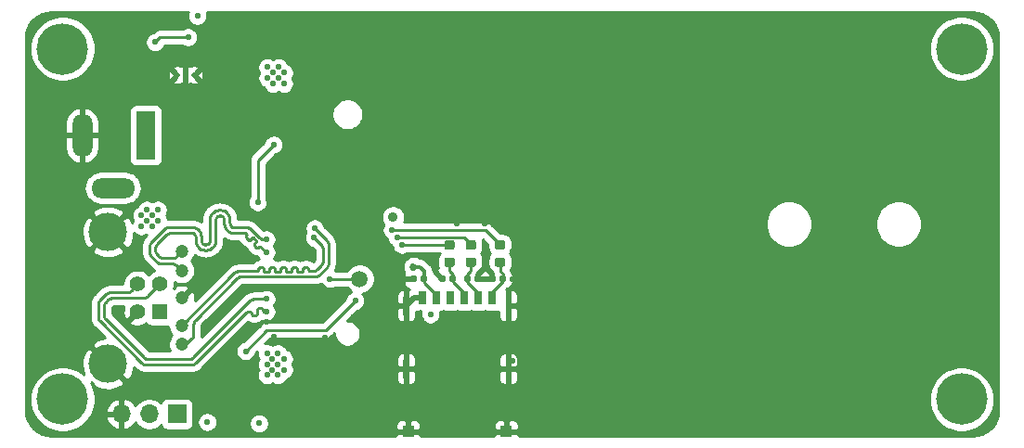
<source format=gbr>
G04 #@! TF.GenerationSoftware,KiCad,Pcbnew,(5.1.6-0-10_14)*
G04 #@! TF.CreationDate,2020-11-21T00:06:08+00:00*
G04 #@! TF.ProjectId,usb3-ngff-carrier,75736233-2d6e-4676-9666-2d6361727269,1*
G04 #@! TF.SameCoordinates,Original*
G04 #@! TF.FileFunction,Copper,L4,Bot*
G04 #@! TF.FilePolarity,Positive*
%FSLAX46Y46*%
G04 Gerber Fmt 4.6, Leading zero omitted, Abs format (unit mm)*
G04 Created by KiCad (PCBNEW (5.1.6-0-10_14)) date 2020-11-21 00:06:08*
%MOMM*%
%LPD*%
G01*
G04 APERTURE LIST*
G04 #@! TA.AperFunction,SMDPad,CuDef*
%ADD10R,0.650000X1.300000*%
G04 #@! TD*
G04 #@! TA.AperFunction,SMDPad,CuDef*
%ADD11R,0.480000X1.800000*%
G04 #@! TD*
G04 #@! TA.AperFunction,SMDPad,CuDef*
%ADD12R,1.030000X1.000000*%
G04 #@! TD*
G04 #@! TA.AperFunction,ViaPad*
%ADD13C,0.500000*%
G04 #@! TD*
G04 #@! TA.AperFunction,SMDPad,CuDef*
%ADD14C,1.500000*%
G04 #@! TD*
G04 #@! TA.AperFunction,ComponentPad*
%ADD15O,1.700000X1.700000*%
G04 #@! TD*
G04 #@! TA.AperFunction,ComponentPad*
%ADD16R,1.700000X1.700000*%
G04 #@! TD*
G04 #@! TA.AperFunction,ViaPad*
%ADD17C,3.500000*%
G04 #@! TD*
G04 #@! TA.AperFunction,ViaPad*
%ADD18C,1.420000*%
G04 #@! TD*
G04 #@! TA.AperFunction,ViaPad*
%ADD19R,1.420000X1.420000*%
G04 #@! TD*
G04 #@! TA.AperFunction,ViaPad*
%ADD20C,1.200000*%
G04 #@! TD*
G04 #@! TA.AperFunction,ComponentPad*
%ADD21R,1.800000X4.400000*%
G04 #@! TD*
G04 #@! TA.AperFunction,ComponentPad*
%ADD22O,1.800000X4.000000*%
G04 #@! TD*
G04 #@! TA.AperFunction,ComponentPad*
%ADD23O,4.000000X1.800000*%
G04 #@! TD*
G04 #@! TA.AperFunction,ComponentPad*
%ADD24C,4.700000*%
G04 #@! TD*
G04 #@! TA.AperFunction,ViaPad*
%ADD25C,0.550000*%
G04 #@! TD*
G04 #@! TA.AperFunction,ViaPad*
%ADD26C,0.889000*%
G04 #@! TD*
G04 #@! TA.AperFunction,ViaPad*
%ADD27C,0.685800*%
G04 #@! TD*
G04 #@! TA.AperFunction,Conductor*
%ADD28C,0.508000*%
G04 #@! TD*
G04 #@! TA.AperFunction,Conductor*
%ADD29C,0.254000*%
G04 #@! TD*
G04 #@! TA.AperFunction,Conductor*
%ADD30C,0.350000*%
G04 #@! TD*
G04 APERTURE END LIST*
D10*
X36825000Y-26750000D03*
X38095000Y-26750000D03*
X39365000Y-26750000D03*
X40635000Y-26750000D03*
X41905000Y-26750000D03*
X43175000Y-26750000D03*
D11*
X35340000Y-27470000D03*
X44670000Y-27470000D03*
X44670000Y-33220000D03*
X35340000Y-33220000D03*
D12*
X35535000Y-38940000D03*
X44465000Y-38940000D03*
D13*
X14500000Y-6400000D03*
X15250000Y-6400000D03*
X16000000Y-6400000D03*
D14*
X31100000Y-25000000D03*
D15*
X9370000Y-37350000D03*
X11910000Y-37350000D03*
D16*
X14450000Y-37350000D03*
D17*
X8150000Y-20730000D03*
X8150000Y-32770000D03*
D18*
X10860000Y-25500000D03*
X10860000Y-28000000D03*
X12859999Y-25500000D03*
D19*
X12859999Y-28000000D03*
D20*
X14860000Y-22500000D03*
X14860000Y-24250000D03*
X14860000Y-31000000D03*
X14860000Y-29250000D03*
X14860000Y-26750000D03*
G04 #@! TA.AperFunction,SMDPad,CuDef*
G36*
G01*
X38910000Y-24827500D02*
X38910000Y-25172500D01*
G75*
G02*
X38762500Y-25320000I-147500J0D01*
G01*
X38467500Y-25320000D01*
G75*
G02*
X38320000Y-25172500I0J147500D01*
G01*
X38320000Y-24827500D01*
G75*
G02*
X38467500Y-24680000I147500J0D01*
G01*
X38762500Y-24680000D01*
G75*
G02*
X38910000Y-24827500I0J-147500D01*
G01*
G37*
G04 #@! TD.AperFunction*
G04 #@! TA.AperFunction,SMDPad,CuDef*
G36*
G01*
X39880000Y-24827500D02*
X39880000Y-25172500D01*
G75*
G02*
X39732500Y-25320000I-147500J0D01*
G01*
X39437500Y-25320000D01*
G75*
G02*
X39290000Y-25172500I0J147500D01*
G01*
X39290000Y-24827500D01*
G75*
G02*
X39437500Y-24680000I147500J0D01*
G01*
X39732500Y-24680000D01*
G75*
G02*
X39880000Y-24827500I0J-147500D01*
G01*
G37*
G04 #@! TD.AperFunction*
G04 #@! TA.AperFunction,SMDPad,CuDef*
G36*
G01*
X36310000Y-24827500D02*
X36310000Y-25172500D01*
G75*
G02*
X36162500Y-25320000I-147500J0D01*
G01*
X35867500Y-25320000D01*
G75*
G02*
X35720000Y-25172500I0J147500D01*
G01*
X35720000Y-24827500D01*
G75*
G02*
X35867500Y-24680000I147500J0D01*
G01*
X36162500Y-24680000D01*
G75*
G02*
X36310000Y-24827500I0J-147500D01*
G01*
G37*
G04 #@! TD.AperFunction*
G04 #@! TA.AperFunction,SMDPad,CuDef*
G36*
G01*
X37280000Y-24827500D02*
X37280000Y-25172500D01*
G75*
G02*
X37132500Y-25320000I-147500J0D01*
G01*
X36837500Y-25320000D01*
G75*
G02*
X36690000Y-25172500I0J147500D01*
G01*
X36690000Y-24827500D01*
G75*
G02*
X36837500Y-24680000I147500J0D01*
G01*
X37132500Y-24680000D01*
G75*
G02*
X37280000Y-24827500I0J-147500D01*
G01*
G37*
G04 #@! TD.AperFunction*
G04 #@! TA.AperFunction,SMDPad,CuDef*
G36*
G01*
X39556250Y-22350000D02*
X39043750Y-22350000D01*
G75*
G02*
X38825000Y-22131250I0J218750D01*
G01*
X38825000Y-21693750D01*
G75*
G02*
X39043750Y-21475000I218750J0D01*
G01*
X39556250Y-21475000D01*
G75*
G02*
X39775000Y-21693750I0J-218750D01*
G01*
X39775000Y-22131250D01*
G75*
G02*
X39556250Y-22350000I-218750J0D01*
G01*
G37*
G04 #@! TD.AperFunction*
G04 #@! TA.AperFunction,SMDPad,CuDef*
G36*
G01*
X39556250Y-23925000D02*
X39043750Y-23925000D01*
G75*
G02*
X38825000Y-23706250I0J218750D01*
G01*
X38825000Y-23268750D01*
G75*
G02*
X39043750Y-23050000I218750J0D01*
G01*
X39556250Y-23050000D01*
G75*
G02*
X39775000Y-23268750I0J-218750D01*
G01*
X39775000Y-23706250D01*
G75*
G02*
X39556250Y-23925000I-218750J0D01*
G01*
G37*
G04 #@! TD.AperFunction*
G04 #@! TA.AperFunction,SMDPad,CuDef*
G36*
G01*
X44156250Y-22350000D02*
X43643750Y-22350000D01*
G75*
G02*
X43425000Y-22131250I0J218750D01*
G01*
X43425000Y-21693750D01*
G75*
G02*
X43643750Y-21475000I218750J0D01*
G01*
X44156250Y-21475000D01*
G75*
G02*
X44375000Y-21693750I0J-218750D01*
G01*
X44375000Y-22131250D01*
G75*
G02*
X44156250Y-22350000I-218750J0D01*
G01*
G37*
G04 #@! TD.AperFunction*
G04 #@! TA.AperFunction,SMDPad,CuDef*
G36*
G01*
X44156250Y-23925000D02*
X43643750Y-23925000D01*
G75*
G02*
X43425000Y-23706250I0J218750D01*
G01*
X43425000Y-23268750D01*
G75*
G02*
X43643750Y-23050000I218750J0D01*
G01*
X44156250Y-23050000D01*
G75*
G02*
X44375000Y-23268750I0J-218750D01*
G01*
X44375000Y-23706250D01*
G75*
G02*
X44156250Y-23925000I-218750J0D01*
G01*
G37*
G04 #@! TD.AperFunction*
G04 #@! TA.AperFunction,SMDPad,CuDef*
G36*
G01*
X41506250Y-22350000D02*
X40993750Y-22350000D01*
G75*
G02*
X40775000Y-22131250I0J218750D01*
G01*
X40775000Y-21693750D01*
G75*
G02*
X40993750Y-21475000I218750J0D01*
G01*
X41506250Y-21475000D01*
G75*
G02*
X41725000Y-21693750I0J-218750D01*
G01*
X41725000Y-22131250D01*
G75*
G02*
X41506250Y-22350000I-218750J0D01*
G01*
G37*
G04 #@! TD.AperFunction*
G04 #@! TA.AperFunction,SMDPad,CuDef*
G36*
G01*
X41506250Y-23925000D02*
X40993750Y-23925000D01*
G75*
G02*
X40775000Y-23706250I0J218750D01*
G01*
X40775000Y-23268750D01*
G75*
G02*
X40993750Y-23050000I218750J0D01*
G01*
X41506250Y-23050000D01*
G75*
G02*
X41725000Y-23268750I0J-218750D01*
G01*
X41725000Y-23706250D01*
G75*
G02*
X41506250Y-23925000I-218750J0D01*
G01*
G37*
G04 #@! TD.AperFunction*
G04 #@! TA.AperFunction,SMDPad,CuDef*
G36*
G01*
X41590000Y-25172500D02*
X41590000Y-24827500D01*
G75*
G02*
X41737500Y-24680000I147500J0D01*
G01*
X42032500Y-24680000D01*
G75*
G02*
X42180000Y-24827500I0J-147500D01*
G01*
X42180000Y-25172500D01*
G75*
G02*
X42032500Y-25320000I-147500J0D01*
G01*
X41737500Y-25320000D01*
G75*
G02*
X41590000Y-25172500I0J147500D01*
G01*
G37*
G04 #@! TD.AperFunction*
G04 #@! TA.AperFunction,SMDPad,CuDef*
G36*
G01*
X40620000Y-25172500D02*
X40620000Y-24827500D01*
G75*
G02*
X40767500Y-24680000I147500J0D01*
G01*
X41062500Y-24680000D01*
G75*
G02*
X41210000Y-24827500I0J-147500D01*
G01*
X41210000Y-25172500D01*
G75*
G02*
X41062500Y-25320000I-147500J0D01*
G01*
X40767500Y-25320000D01*
G75*
G02*
X40620000Y-25172500I0J147500D01*
G01*
G37*
G04 #@! TD.AperFunction*
G04 #@! TA.AperFunction,SMDPad,CuDef*
G36*
G01*
X43510000Y-24827500D02*
X43510000Y-25172500D01*
G75*
G02*
X43362500Y-25320000I-147500J0D01*
G01*
X43067500Y-25320000D01*
G75*
G02*
X42920000Y-25172500I0J147500D01*
G01*
X42920000Y-24827500D01*
G75*
G02*
X43067500Y-24680000I147500J0D01*
G01*
X43362500Y-24680000D01*
G75*
G02*
X43510000Y-24827500I0J-147500D01*
G01*
G37*
G04 #@! TD.AperFunction*
G04 #@! TA.AperFunction,SMDPad,CuDef*
G36*
G01*
X44480000Y-24827500D02*
X44480000Y-25172500D01*
G75*
G02*
X44332500Y-25320000I-147500J0D01*
G01*
X44037500Y-25320000D01*
G75*
G02*
X43890000Y-25172500I0J147500D01*
G01*
X43890000Y-24827500D01*
G75*
G02*
X44037500Y-24680000I147500J0D01*
G01*
X44332500Y-24680000D01*
G75*
G02*
X44480000Y-24827500I0J-147500D01*
G01*
G37*
G04 #@! TD.AperFunction*
D21*
X11600000Y-11900000D03*
D22*
X5800000Y-11900000D03*
D23*
X8600000Y-16700000D03*
D24*
X4000000Y-36000000D03*
X86000000Y-36000000D03*
X86000000Y-4000000D03*
X4000000Y-4000000D03*
D25*
X22730000Y-8480000D03*
X23230000Y-8980000D03*
X22730000Y-9480000D03*
X23230000Y-9980000D03*
X17860000Y-8430000D03*
X18360000Y-9930000D03*
X18360000Y-8930000D03*
X17860000Y-9430000D03*
X45000000Y-22500000D03*
X45000000Y-30000000D03*
X45000000Y-25000000D03*
X42500000Y-30000000D03*
X47500000Y-7500000D03*
X50000000Y-7500000D03*
X52500000Y-7500000D03*
X55000000Y-7500000D03*
X57500000Y-7500000D03*
X60000000Y-7500000D03*
X62500000Y-7500000D03*
X65000000Y-7500000D03*
X67500000Y-7500000D03*
X70000000Y-7500000D03*
X72500000Y-7500000D03*
X75000000Y-7500000D03*
X77500000Y-7500000D03*
X80000000Y-7500000D03*
X82500000Y-7500000D03*
X85000000Y-7500000D03*
X87500000Y-7500000D03*
X87500000Y-10000000D03*
X85000000Y-10000000D03*
X87500000Y-32500000D03*
X87500000Y-30000000D03*
X87500000Y-27500000D03*
X87500000Y-25000000D03*
X87500000Y-22500000D03*
X87500000Y-20000000D03*
X87500000Y-20000000D03*
X87500000Y-15000000D03*
X87500000Y-17500000D03*
X87500000Y-12500000D03*
X85000000Y-12500000D03*
X82500000Y-10000000D03*
X82500000Y-12500000D03*
X80000000Y-10000000D03*
X80000000Y-12500000D03*
X77500000Y-10000000D03*
X77500000Y-12500000D03*
X75000000Y-10000000D03*
X75000000Y-12500000D03*
X72500000Y-10000000D03*
X72500000Y-12500000D03*
X70000000Y-10000000D03*
X70000000Y-10000000D03*
X67500000Y-10000000D03*
X67500000Y-12500000D03*
X70000000Y-12500000D03*
X65000000Y-12500000D03*
X65000000Y-10000000D03*
X62500000Y-10000000D03*
X62500000Y-12500000D03*
X60000000Y-12500000D03*
X57500000Y-10000000D03*
X60000000Y-10000000D03*
X57500000Y-12500000D03*
X55000000Y-12500000D03*
X55000000Y-10000000D03*
X52500000Y-10000000D03*
X52500000Y-12500000D03*
X50000000Y-12500000D03*
X50000000Y-10000000D03*
X47500000Y-10000000D03*
X47500000Y-12500000D03*
X45000000Y-12500000D03*
X45000000Y-10000000D03*
X45000000Y-15000000D03*
X45000000Y-17500000D03*
X45000000Y-17500000D03*
X45000000Y-20000000D03*
X47500000Y-32500000D03*
X47500000Y-30000000D03*
X47500000Y-27500000D03*
X47500000Y-25000000D03*
X47500000Y-22500000D03*
X47500000Y-20000000D03*
X47500000Y-17500000D03*
X47500000Y-15000000D03*
X50000000Y-15000000D03*
X50000000Y-17500000D03*
X50000000Y-20000000D03*
X50000000Y-22500000D03*
X52500000Y-17500000D03*
X52500000Y-15000000D03*
X52500000Y-20000000D03*
X52500000Y-22500000D03*
X55000000Y-15000000D03*
X55000000Y-17500000D03*
X55000000Y-20000000D03*
X55000000Y-22500000D03*
X57500000Y-15000000D03*
X57500000Y-17500000D03*
X57500000Y-20000000D03*
X60000000Y-15000000D03*
X60000000Y-17500000D03*
X62500000Y-15000000D03*
X62500000Y-17500000D03*
X65000000Y-15000000D03*
X65000000Y-17500000D03*
X67500000Y-15000000D03*
X70000000Y-15000000D03*
X72500000Y-15000000D03*
X75000000Y-15000000D03*
X77500000Y-15000000D03*
X80000000Y-15000000D03*
X82500000Y-15000000D03*
X85000000Y-15000000D03*
X85000000Y-17500000D03*
X75000000Y-17500000D03*
X75000000Y-20000000D03*
X75000000Y-22500000D03*
X77500000Y-25000000D03*
X75000000Y-25000000D03*
X80000000Y-25000000D03*
X82500000Y-25000000D03*
X85000000Y-25000000D03*
X85000000Y-22500000D03*
X85000000Y-20000000D03*
X72500000Y-25000000D03*
X70000000Y-25000000D03*
X67500000Y-25000000D03*
X65000000Y-25000000D03*
X65000000Y-22500000D03*
X65000000Y-20000000D03*
X85000000Y-27500000D03*
X82500000Y-27500000D03*
X85000000Y-30000000D03*
X82500000Y-30000000D03*
X85000000Y-32500000D03*
X82500000Y-32500000D03*
X82500000Y-35000000D03*
X82500000Y-5000000D03*
X80000000Y-5000000D03*
X77500000Y-5000000D03*
X75000000Y-5000000D03*
X72500000Y-5000000D03*
X70000000Y-5000000D03*
X67500000Y-5000000D03*
X65000000Y-5000000D03*
X62500000Y-5000000D03*
X60000000Y-5000000D03*
X57500000Y-5000000D03*
X55000000Y-5000000D03*
X52500000Y-5000000D03*
X50000000Y-5000000D03*
X50000000Y-35000000D03*
X50000000Y-32500000D03*
X50000000Y-30000000D03*
X50000000Y-27500000D03*
X50000000Y-25000000D03*
X52500000Y-25000000D03*
X55000000Y-25000000D03*
X57500000Y-25000000D03*
X57500000Y-22500000D03*
X60000000Y-22500000D03*
X60000000Y-20000000D03*
X62500000Y-20000000D03*
X62500000Y-22500000D03*
X60000000Y-25000000D03*
X62500000Y-25000000D03*
X52500000Y-27500000D03*
X55000000Y-27500000D03*
X57500000Y-27500000D03*
X47500000Y-5000000D03*
X45000000Y-7500000D03*
X42500000Y-10000000D03*
X42500000Y-12500000D03*
X42500000Y-15000000D03*
X42500000Y-17500000D03*
X47500000Y-35000000D03*
X52500000Y-35000000D03*
X52500000Y-32500000D03*
X52500000Y-30000000D03*
X55000000Y-30000000D03*
X55000000Y-32500000D03*
X55000000Y-35000000D03*
X57500000Y-35000000D03*
X57500000Y-32500000D03*
X57500000Y-30000000D03*
X60000000Y-30000000D03*
X60000000Y-30000000D03*
X60000000Y-32500000D03*
X60000000Y-35000000D03*
X62500000Y-35000000D03*
X62500000Y-32500000D03*
X62500000Y-30000000D03*
X60000000Y-27500000D03*
X62500000Y-27500000D03*
X65000000Y-27500000D03*
X67500000Y-27500000D03*
X70000000Y-27500000D03*
X65000000Y-30000000D03*
X67500000Y-30000000D03*
X70000000Y-30000000D03*
X65000000Y-32500000D03*
X67500000Y-32500000D03*
X70000000Y-32500000D03*
X70000000Y-35000000D03*
X67500000Y-35000000D03*
X65000000Y-35000000D03*
X72500000Y-27500000D03*
X80000000Y-27500000D03*
X77500000Y-27500000D03*
X75000000Y-27500000D03*
X72500000Y-30000000D03*
X75000000Y-30000000D03*
X77500000Y-30000000D03*
X80000000Y-30000000D03*
X80000000Y-32500000D03*
X77500000Y-32500000D03*
X72500000Y-32500000D03*
X75000000Y-32500000D03*
X72500000Y-35000000D03*
X75000000Y-35000000D03*
X77500000Y-35000000D03*
X80000000Y-35000000D03*
X12500000Y-34000000D03*
X13500000Y-34000000D03*
X14500000Y-34000000D03*
X15500000Y-34000000D03*
X16500000Y-34000000D03*
X25000000Y-1500000D03*
X27250000Y-1500000D03*
X25750000Y-1500000D03*
X26500000Y-1500000D03*
X28500000Y-2650000D03*
X31700000Y-3450000D03*
X32450000Y-3450000D03*
X29250000Y-2650000D03*
X30000000Y-2650000D03*
X30950000Y-3450000D03*
X26850000Y-37700000D03*
X27600000Y-37700000D03*
X25350000Y-37700000D03*
X26100000Y-37700000D03*
X28850000Y-36750000D03*
X29600000Y-36750000D03*
X30350000Y-36750000D03*
X31100000Y-35950000D03*
X31850000Y-35950000D03*
X32600000Y-35950000D03*
X23300000Y-30300000D03*
X22600000Y-28900000D03*
X26500000Y-28550000D03*
X26250000Y-15250000D03*
X26250000Y-16750000D03*
X26250000Y-18250000D03*
X22750000Y-19750000D03*
X36750000Y-10500000D03*
X36750000Y-12000000D03*
X36750000Y-28750000D03*
X36750000Y-30050000D03*
X33800000Y-3900000D03*
X33700000Y-35600000D03*
X18100000Y-1000000D03*
X14500000Y-1000000D03*
X26500000Y-26750000D03*
X13400000Y-30100000D03*
X13400000Y-30900000D03*
X12800000Y-31300000D03*
X12800000Y-30500000D03*
X12800000Y-29700000D03*
X26400000Y-22750000D03*
X37550000Y-29400000D03*
X37550000Y-11300000D03*
X27950000Y-9600000D03*
X27950000Y-30350000D03*
X17000000Y-29500000D03*
X18000000Y-28500000D03*
X19000000Y-27500000D03*
X22750000Y-18750000D03*
X22750000Y-17750000D03*
X22750000Y-16750000D03*
X22750000Y-15750000D03*
X22750000Y-14700000D03*
X22100000Y-12500000D03*
X22950000Y-11550000D03*
X21500000Y-25750000D03*
X22600000Y-25750000D03*
X28600000Y-20400000D03*
X7800000Y-25000000D03*
X7000000Y-25600000D03*
X6300000Y-26400000D03*
X6200000Y-27600000D03*
X6200000Y-28800000D03*
X6800000Y-29800000D03*
X18800000Y-31800000D03*
X19600000Y-31000000D03*
X20400000Y-30200000D03*
X21200000Y-29400000D03*
X29500000Y-22000000D03*
X29500000Y-24000000D03*
X16750000Y-23750000D03*
X16750000Y-25500000D03*
X19250000Y-22750000D03*
X18250000Y-24000000D03*
X27400000Y-16000000D03*
X27400000Y-17400000D03*
X27400000Y-12200000D03*
X27400000Y-10800000D03*
X26250000Y-11500000D03*
X35100000Y-25000000D03*
X42600000Y-22100000D03*
X42600000Y-23900000D03*
X42600000Y-23000000D03*
X37800000Y-23100000D03*
X40000000Y-17500000D03*
X40000000Y-15000000D03*
X40000000Y-12500000D03*
X40000000Y-10000000D03*
X42500000Y-7500000D03*
X45000000Y-5000000D03*
X40000000Y-20000000D03*
X42500000Y-20000000D03*
X40000000Y-30000000D03*
X42500000Y-32500000D03*
X45000000Y-32500000D03*
X45000000Y-35000000D03*
X67500000Y-17500000D03*
X72500000Y-17500000D03*
X72500000Y-22500000D03*
X67500000Y-22500000D03*
X77500000Y-17500000D03*
X82500000Y-17500000D03*
X82500000Y-22500000D03*
X77500000Y-22500000D03*
X12700000Y-18700000D03*
X11200000Y-19200000D03*
X11700000Y-18700000D03*
X12200000Y-20200000D03*
X11200000Y-20200000D03*
X12200000Y-19200000D03*
X11700000Y-19700000D03*
X12700000Y-19700000D03*
X22600000Y-28000000D03*
X20700000Y-31600000D03*
X30700000Y-27000000D03*
X34950000Y-21900000D03*
X34500000Y-21200000D03*
X34050000Y-20550000D03*
D26*
X34150000Y-19350000D03*
D27*
X36000000Y-23900000D03*
D25*
X22600000Y-26850000D03*
X28400000Y-25000000D03*
X22600000Y-22600000D03*
X22600000Y-21400000D03*
X26950000Y-21250000D03*
X27000000Y-20400000D03*
X23250000Y-12750000D03*
X21800000Y-18000000D03*
X22700000Y-5690000D03*
X23700000Y-6690000D03*
X23200000Y-7190000D03*
X23200000Y-6190000D03*
X22700000Y-6690000D03*
X24200000Y-6190000D03*
X23700000Y-5690000D03*
X24200000Y-7190000D03*
X24200000Y-32300000D03*
X24200000Y-33300000D03*
X22650000Y-33800000D03*
X22650000Y-32800000D03*
X22650000Y-31800000D03*
X23150000Y-32300000D03*
X23150000Y-33300000D03*
X23650000Y-33800000D03*
X23650000Y-32800000D03*
X23650000Y-31800000D03*
X16300000Y-1000000D03*
X17200000Y-38075000D03*
X21925000Y-38200000D03*
X37550000Y-28250000D03*
X15450000Y-2950000D03*
X12450000Y-3400000D03*
D28*
X15250000Y-6400000D02*
X15250000Y-7550000D01*
X15250000Y-6400000D02*
X15250000Y-5450000D01*
X36825000Y-26750000D02*
X36050000Y-26750000D01*
X36050000Y-26750000D02*
X35300000Y-27500000D01*
X43215000Y-25000000D02*
X43215000Y-24515000D01*
X43215000Y-24515000D02*
X42600000Y-23900000D01*
X41885000Y-24615000D02*
X42600000Y-23900000D01*
X41885000Y-25000000D02*
X41885000Y-24615000D01*
X38615000Y-25000000D02*
X38600000Y-25000000D01*
X38600000Y-25000000D02*
X38000000Y-24400000D01*
X38000000Y-24400000D02*
X38000000Y-23800000D01*
X42600000Y-23900000D02*
X42600000Y-23900000D01*
D29*
X22600000Y-28000000D02*
X22600000Y-28000000D01*
X22377968Y-27995881D02*
X22414534Y-28000000D01*
X22312080Y-27964151D02*
X22343237Y-27983728D01*
X22246092Y-27799112D02*
X22254331Y-27872244D01*
X22233939Y-27764381D02*
X22246092Y-27799112D01*
X22214362Y-27733224D02*
X22233939Y-27764381D01*
X22085890Y-27671355D02*
X22122455Y-27675475D01*
X21835237Y-27687628D02*
X21869968Y-27675475D01*
X21758484Y-27764381D02*
X21778061Y-27733224D01*
X21746331Y-27799112D02*
X21758484Y-27764381D01*
X21742212Y-27835677D02*
X21746331Y-27799112D01*
X21731534Y-28000000D02*
X21742212Y-28000000D01*
X21727414Y-28200888D02*
X21731534Y-28164322D01*
X21669665Y-28292795D02*
X21695684Y-28266776D01*
X21603777Y-28324525D02*
X21638508Y-28312372D01*
X21567212Y-28328645D02*
X21603777Y-28324525D01*
X21351290Y-28324525D02*
X21387856Y-28328645D01*
X21316559Y-28312372D02*
X21351290Y-28324525D01*
X21285402Y-28292795D02*
X21316559Y-28312372D01*
X21259383Y-28266776D02*
X21285402Y-28292795D01*
X21227653Y-28200888D02*
X21239806Y-28235619D01*
X21161665Y-28035849D02*
X21187684Y-28061868D01*
X21130508Y-28016272D02*
X21161665Y-28035849D01*
X21095777Y-28004119D02*
X21130508Y-28016272D01*
X21059212Y-28000000D02*
X21095777Y-28004119D01*
X20970652Y-28006532D02*
X21000053Y-28002905D01*
X20912560Y-28018087D02*
X20941464Y-28011596D01*
X20801159Y-28057947D02*
X20828241Y-28045942D01*
X20748923Y-28085867D02*
X20774698Y-28071266D01*
X20723895Y-28101716D02*
X20748923Y-28085867D01*
X20699675Y-28118774D02*
X20723895Y-28101716D01*
X20653889Y-28156349D02*
X20676321Y-28136999D01*
X21638508Y-28312372D02*
X21669665Y-28292795D01*
X20632435Y-28176776D02*
X20653889Y-28156349D01*
X16019499Y-32764131D02*
X16044527Y-32748282D01*
X15912542Y-32814718D02*
X15940181Y-32804056D01*
X21778061Y-27733224D02*
X21804080Y-27707205D01*
X8232252Y-26261596D02*
X8203348Y-26268087D01*
X15709212Y-32850000D02*
X15738826Y-32849272D01*
X11581629Y-32847093D02*
X11611173Y-32849272D01*
X20828241Y-28045942D02*
X20855880Y-28035280D01*
X11494136Y-32831912D02*
X11523040Y-32838402D01*
X11465585Y-32824010D02*
X11494136Y-32831912D01*
X15768370Y-32847093D02*
X15797771Y-32843467D01*
X7257597Y-28572959D02*
X7264087Y-28601863D01*
X11437456Y-32814718D02*
X11465585Y-32824010D01*
X11409817Y-32804057D02*
X11437456Y-32814718D01*
X11382735Y-32792052D02*
X11409817Y-32804057D01*
X7252584Y-27266731D02*
X7248928Y-27296368D01*
X15940181Y-32804056D02*
X15967263Y-32792051D01*
X22122455Y-27675475D02*
X22157186Y-27687628D01*
X7347716Y-28790527D02*
X7364774Y-28814747D01*
X11281251Y-32731224D02*
X11305471Y-32748282D01*
X22343237Y-27983728D02*
X22377968Y-27995881D01*
X11257897Y-32712999D02*
X11281251Y-32731224D01*
X11235466Y-32693649D02*
X11257897Y-32712999D01*
X7422776Y-28881988D02*
X11214011Y-32673223D01*
X7382999Y-28838101D02*
X7402349Y-28860532D01*
X21239806Y-28235619D02*
X21259383Y-28266776D01*
X7364774Y-28814747D02*
X7382999Y-28838101D01*
X21000053Y-28002905D02*
X21029597Y-28000726D01*
X11305471Y-32748282D02*
X11330499Y-32764131D01*
X7303947Y-28713263D02*
X7317266Y-28739724D01*
X7257689Y-27237310D02*
X7252584Y-27266731D01*
X8091947Y-26307947D02*
X8065486Y-26321266D01*
X7264087Y-28601863D02*
X7271988Y-28630413D01*
X16044527Y-32748282D02*
X16068747Y-32731224D01*
X15855863Y-32831911D02*
X15884413Y-32824010D01*
X21187684Y-28061868D02*
X21207261Y-28093025D01*
X15797771Y-32843467D02*
X15826959Y-32838402D01*
X21742212Y-28000000D02*
X21742212Y-27835677D01*
X7252532Y-28543771D02*
X7257597Y-28572959D01*
X20774698Y-28071266D02*
X20801159Y-28057947D01*
X7271988Y-28630413D02*
X7281281Y-28658542D01*
X11356274Y-32778732D02*
X11382735Y-32792052D01*
X21869968Y-27675475D02*
X21906534Y-27671355D01*
X21207261Y-28093025D02*
X21219414Y-28127756D01*
X7248906Y-28514370D02*
X7252532Y-28543771D01*
X7246000Y-27356000D02*
X7246000Y-28455212D01*
X8146668Y-26285280D02*
X8119029Y-26295942D01*
X7246732Y-27326148D02*
X7246000Y-27356000D01*
X10195315Y-26148282D02*
X10170287Y-26164131D01*
X7292309Y-27123182D02*
X7281562Y-27151042D01*
X7332554Y-27043229D02*
X7317836Y-27069210D01*
X7348529Y-27018001D02*
X7332554Y-27043229D01*
X8039711Y-26335867D02*
X8014683Y-26351716D01*
X7365723Y-26993587D02*
X7348529Y-27018001D01*
X22157186Y-27687628D02*
X22188343Y-27707205D01*
X15967263Y-32792051D02*
X15993724Y-32778732D01*
X21387856Y-28328645D02*
X21567212Y-28328645D01*
X16135988Y-32673223D02*
X20632435Y-28176776D01*
X7246000Y-28455212D02*
X7246727Y-28484826D01*
X16068747Y-32731224D02*
X16092101Y-32712999D01*
X7403599Y-26947435D02*
X7384095Y-26970046D01*
X7424190Y-26925809D02*
X7403599Y-26947435D01*
X7944677Y-26406349D02*
X7923223Y-26426776D01*
X7923223Y-26426776D02*
X7424190Y-26925809D01*
X8065486Y-26321266D02*
X8039711Y-26335867D01*
X21029597Y-28000726D02*
X21059212Y-28000000D01*
X20941464Y-28011596D02*
X20970652Y-28006532D01*
X7990463Y-26368774D02*
X7967109Y-26386999D01*
X7264231Y-27208175D02*
X7257689Y-27237310D01*
X11552228Y-32843467D02*
X11581629Y-32847093D01*
X8014683Y-26351716D02*
X7990463Y-26368774D01*
X7281562Y-27151042D02*
X7272195Y-27179396D01*
X7317836Y-27069210D02*
X7304410Y-27095883D01*
X8119029Y-26295942D02*
X8091947Y-26307947D01*
X8290841Y-26252905D02*
X8261440Y-26256532D01*
X8174797Y-26275988D02*
X8146668Y-26285280D01*
X22266484Y-27906975D02*
X22286061Y-27938132D01*
X9860000Y-26250000D02*
X8350000Y-26250000D01*
X11611173Y-32849272D02*
X11640788Y-32850000D01*
X22254331Y-27872244D02*
X22266484Y-27906975D01*
X8203348Y-26268087D02*
X8174797Y-26275988D01*
X21695684Y-28266776D02*
X21715261Y-28235619D01*
X10144512Y-26178732D02*
X10118051Y-26192052D01*
X7291942Y-28686181D02*
X7303947Y-28713263D01*
X8320385Y-26250726D02*
X8290841Y-26252905D01*
X9948559Y-26243467D02*
X9919158Y-26247093D01*
X8350000Y-26250000D02*
X8320385Y-26250726D01*
X9889614Y-26249272D02*
X9860000Y-26250000D01*
X15993724Y-32778732D02*
X16019499Y-32764131D01*
X7331868Y-28765499D02*
X7347716Y-28790527D01*
X15738826Y-32849272D02*
X15768370Y-32847093D01*
X7317266Y-28739724D02*
X7331868Y-28765499D01*
X10170287Y-26164131D02*
X10144512Y-26178732D01*
X15884413Y-32824010D02*
X15912542Y-32814718D01*
X7281281Y-28658542D02*
X7291942Y-28686181D01*
X15826959Y-32838402D02*
X15855863Y-32831911D01*
X21906534Y-27671355D02*
X22085890Y-27671355D01*
X20884009Y-28025988D02*
X20912560Y-28018087D01*
X7246727Y-28484826D02*
X7248906Y-28514370D01*
X22188343Y-27707205D02*
X22214362Y-27733224D01*
X11640788Y-32850000D02*
X15709212Y-32850000D01*
X20855880Y-28035280D02*
X20884009Y-28025988D01*
X9919158Y-26247093D02*
X9889614Y-26249272D01*
X10006651Y-26231911D02*
X9977747Y-26238402D01*
X10118051Y-26192052D02*
X10090969Y-26204056D01*
X8261440Y-26256532D02*
X8232252Y-26261596D01*
X7248928Y-27296368D02*
X7246732Y-27326148D01*
X10063330Y-26214718D02*
X10035202Y-26224010D01*
X21715261Y-28235619D02*
X21727414Y-28200888D01*
X16092101Y-32712999D02*
X16114532Y-32693649D01*
X11214011Y-32673223D02*
X11235466Y-32693649D01*
X21804080Y-27707205D02*
X21835237Y-27687628D01*
X10090969Y-26204056D02*
X10063330Y-26214718D01*
X11523040Y-32838402D02*
X11552228Y-32843467D01*
X22414534Y-28000000D02*
X22600000Y-28000000D01*
X7384095Y-26970046D02*
X7365723Y-26993587D01*
X10035202Y-26224010D02*
X10006651Y-26231911D01*
X11330499Y-32764131D02*
X11356274Y-32778732D01*
X21731534Y-28164322D02*
X21731534Y-28000000D01*
X10219535Y-26131224D02*
X10195315Y-26148282D01*
X22286061Y-27938132D02*
X22312080Y-27964151D01*
X7304410Y-27095883D02*
X7292309Y-27123182D01*
X16114532Y-32693649D02*
X16135988Y-32673223D01*
X7402349Y-28860532D02*
X7422776Y-28881988D01*
X10265320Y-26093649D02*
X10242889Y-26112999D01*
X7967109Y-26386999D02*
X7944677Y-26406349D01*
X21219414Y-28127756D02*
X21227653Y-28200888D01*
X20676321Y-28136999D02*
X20699675Y-28118774D01*
X9977747Y-26238402D02*
X9948559Y-26243467D01*
X10242889Y-26112999D02*
X10219535Y-26131224D01*
X10286776Y-26073223D02*
X10265320Y-26093649D01*
X7272195Y-27179396D02*
X7264231Y-27208175D01*
X10860000Y-25500000D02*
X10286776Y-26073223D01*
X28025000Y-29675000D02*
X30700000Y-27000000D01*
X22625000Y-29675000D02*
X28025000Y-29675000D01*
X20700000Y-31600000D02*
X22625000Y-29675000D01*
X34950000Y-21900000D02*
X35100000Y-21900000D01*
X34950000Y-21900000D02*
X39100000Y-21900000D01*
X41250000Y-21900000D02*
X41250000Y-21912500D01*
X34500000Y-21200000D02*
X34600000Y-21100000D01*
X34500000Y-21200000D02*
X40600000Y-21200000D01*
X40600000Y-21200000D02*
X41200000Y-21800000D01*
X34050000Y-20550000D02*
X42550000Y-20550000D01*
X42550000Y-20550000D02*
X43900000Y-21900000D01*
X36950000Y-24850000D02*
X36950000Y-24950000D01*
X37000000Y-25400000D02*
X38100000Y-26500000D01*
X37000000Y-25000000D02*
X37000000Y-25400000D01*
X36985000Y-25000000D02*
X37000000Y-25000000D01*
D30*
X36600000Y-23900000D02*
X37000000Y-24300000D01*
X37000000Y-24300000D02*
X37000000Y-24800000D01*
X36000000Y-23900000D02*
X36600000Y-23900000D01*
D29*
X22600000Y-26850000D02*
X22600000Y-26850000D01*
X21490788Y-26850000D02*
X22600000Y-26850000D01*
X21402228Y-26856532D02*
X21431629Y-26852905D01*
X21232735Y-26907947D02*
X21259817Y-26895942D01*
X21206274Y-26921266D02*
X21232735Y-26907947D01*
X21131251Y-26968774D02*
X21155471Y-26951716D01*
X21107897Y-26986999D02*
X21131251Y-26968774D01*
X15873677Y-32212999D02*
X15896108Y-32193649D01*
X15850323Y-32231224D02*
X15873677Y-32212999D01*
X15801075Y-32264131D02*
X15826103Y-32248282D01*
X15775300Y-32278732D02*
X15801075Y-32264131D01*
X21344136Y-26868087D02*
X21373040Y-26861596D01*
X15748839Y-32292051D02*
X15775300Y-32278732D01*
X15579347Y-32343467D02*
X15608535Y-32338402D01*
X11859212Y-32350000D02*
X15490788Y-32350000D01*
X11379614Y-26749272D02*
X11350000Y-26750000D01*
X11770652Y-32343467D02*
X11800053Y-32347093D01*
X11741464Y-32338402D02*
X11770652Y-32343467D01*
X15490788Y-32350000D02*
X15520402Y-32349272D01*
X15608535Y-32338402D02*
X15637439Y-32331911D01*
X11712560Y-32331912D02*
X11741464Y-32338402D01*
X15826103Y-32248282D02*
X15850323Y-32231224D01*
X11755320Y-26593649D02*
X11732889Y-26612999D01*
X8188109Y-26886999D02*
X8165677Y-26906349D01*
X11684009Y-32324010D02*
X11712560Y-32331912D01*
X15896108Y-32193649D02*
X15917564Y-32173223D01*
X15520402Y-32349272D02*
X15549946Y-32347093D01*
X7779988Y-27391797D02*
X7772087Y-27420348D01*
X11628241Y-32304057D02*
X11655880Y-32314718D01*
X11438559Y-26743467D02*
X11409158Y-26747093D01*
X11499675Y-32231224D02*
X11523895Y-32248282D01*
X11476321Y-32212999D02*
X11499675Y-32231224D01*
X7765597Y-28362535D02*
X7772087Y-28391439D01*
X11432435Y-32173223D02*
X11453890Y-32193649D01*
X7890999Y-28627677D02*
X7910349Y-28650108D01*
X7872774Y-28604323D02*
X7890999Y-28627677D01*
X8511841Y-26752905D02*
X8482440Y-26756532D01*
X11655880Y-32314718D02*
X11684009Y-32324010D01*
X11523895Y-32248282D02*
X11548923Y-32264131D01*
X8312947Y-26807947D02*
X8286486Y-26821266D01*
X11608051Y-26692052D02*
X11580969Y-26704056D01*
X7930776Y-28671564D02*
X11432435Y-32173223D01*
X11634512Y-26678732D02*
X11608051Y-26692052D01*
X7855716Y-28580103D02*
X7872774Y-28604323D01*
X7811947Y-28502839D02*
X7825266Y-28529300D01*
X7825266Y-28529300D02*
X7839868Y-28555075D01*
X7799942Y-28475757D02*
X7811947Y-28502839D01*
X11453890Y-32193649D02*
X11476321Y-32212999D01*
X7779988Y-28419989D02*
X7789281Y-28448118D01*
X7772087Y-28391439D02*
X7779988Y-28419989D01*
X21064011Y-27026776D02*
X21085465Y-27006349D01*
X7756906Y-28303946D02*
X7760532Y-28333347D01*
X7754727Y-28274402D02*
X7756906Y-28303946D01*
X7754000Y-28244788D02*
X7754727Y-28274402D01*
X7839868Y-28555075D02*
X7855716Y-28580103D01*
X8453252Y-26761596D02*
X8424348Y-26768087D01*
X7754000Y-27567000D02*
X7754000Y-28244788D01*
X15665989Y-32324010D02*
X15694118Y-32314718D01*
X7754726Y-27537385D02*
X7754000Y-27567000D01*
X12850000Y-25500000D02*
X11776776Y-26573223D01*
X7760532Y-27478440D02*
X7756905Y-27507841D01*
X8571000Y-26750000D02*
X8541385Y-26750726D01*
X21155471Y-26951716D02*
X21180499Y-26935867D01*
X7799942Y-27336029D02*
X7789280Y-27363668D01*
X7811946Y-27308947D02*
X7799942Y-27336029D01*
X7825266Y-27282486D02*
X7811946Y-27308947D01*
X11800053Y-32347093D02*
X11829597Y-32349272D01*
X21315585Y-26875988D02*
X21344136Y-26868087D01*
X7756905Y-27507841D02*
X7754726Y-27537385D01*
X8482440Y-26756532D02*
X8453252Y-26761596D01*
X7839867Y-27256711D02*
X7825266Y-27282486D01*
X11601159Y-32292052D02*
X11628241Y-32304057D01*
X7855716Y-27231683D02*
X7839867Y-27256711D01*
X15917564Y-32173223D02*
X21064011Y-27026776D01*
X7872773Y-27207463D02*
X7855716Y-27231683D01*
X7910348Y-27161677D02*
X7890999Y-27184109D01*
X7930776Y-27140223D02*
X7910348Y-27161677D01*
X21085465Y-27006349D02*
X21107897Y-26986999D01*
X8165677Y-26906349D02*
X8144223Y-26926776D01*
X8260711Y-26835867D02*
X8235683Y-26851716D01*
X8286486Y-26821266D02*
X8260711Y-26835867D01*
X21431629Y-26852905D02*
X21461173Y-26850726D01*
X8541385Y-26750726D02*
X8511841Y-26752905D01*
X8144223Y-26926776D02*
X7930776Y-27140223D01*
X11574698Y-32278732D02*
X11601159Y-32292052D01*
X8395797Y-26775988D02*
X8367668Y-26785280D01*
X21373040Y-26861596D02*
X21402228Y-26856532D01*
X15637439Y-32331911D02*
X15665989Y-32324010D01*
X7765596Y-27449252D02*
X7760532Y-27478440D01*
X11732889Y-26612999D02*
X11709535Y-26631224D01*
X7789280Y-27363668D02*
X7779988Y-27391797D01*
X15694118Y-32314718D02*
X15721757Y-32304056D01*
X21287456Y-26885280D02*
X21315585Y-26875988D01*
X11525202Y-26724010D02*
X11496651Y-26731911D01*
X8211463Y-26868774D02*
X8188109Y-26886999D01*
X21180499Y-26935867D02*
X21206274Y-26921266D01*
X7789281Y-28448118D02*
X7799942Y-28475757D01*
X7772087Y-27420348D02*
X7765596Y-27449252D01*
X11553330Y-26714718D02*
X11525202Y-26724010D01*
X11467747Y-26738402D02*
X11438559Y-26743467D01*
X15721757Y-32304056D02*
X15748839Y-32292051D01*
X12859999Y-25500000D02*
X12850000Y-25500000D01*
X21461173Y-26850726D02*
X21490788Y-26850000D01*
X11350000Y-26750000D02*
X8571000Y-26750000D01*
X11829597Y-32349272D02*
X11859212Y-32350000D01*
X8235683Y-26851716D02*
X8211463Y-26868774D01*
X11548923Y-32264131D02*
X11574698Y-32278732D01*
X8340029Y-26795942D02*
X8312947Y-26807947D01*
X7910349Y-28650108D02*
X7930776Y-28671564D01*
X11496651Y-26731911D02*
X11467747Y-26738402D01*
X8424348Y-26768087D02*
X8395797Y-26775988D01*
X21259817Y-26895942D02*
X21287456Y-26885280D01*
X7760532Y-28333347D02*
X7765597Y-28362535D01*
X11709535Y-26631224D02*
X11685315Y-26648282D01*
X11776776Y-26573223D02*
X11755320Y-26593649D01*
X11660287Y-26664131D02*
X11634512Y-26678732D01*
X8367668Y-26785280D02*
X8340029Y-26795942D01*
X11580969Y-26704056D02*
X11553330Y-26714718D01*
X11409158Y-26747093D02*
X11379614Y-26749272D01*
X11685315Y-26648282D02*
X11660287Y-26664131D01*
X7890999Y-27184109D02*
X7872773Y-27207463D01*
X15549946Y-32347093D02*
X15579347Y-32343467D01*
X31100000Y-25000000D02*
X28400000Y-25000000D01*
X21097265Y-21452132D02*
X21132572Y-21435129D01*
X20779566Y-21268336D02*
X20804000Y-21298974D01*
X21738289Y-22179270D02*
X21777477Y-22179270D01*
X21352064Y-21237266D02*
X21363260Y-21237266D01*
X21695847Y-21581049D02*
X21693356Y-21591964D01*
X21384263Y-21244614D02*
X21393018Y-21251596D01*
X21497984Y-21986753D02*
X21522417Y-22017392D01*
X20753844Y-21194824D02*
X20762564Y-21233029D01*
X21472261Y-21874054D02*
X21472261Y-21913242D01*
X20804000Y-21298974D02*
X20915722Y-21410696D01*
X21681516Y-21610805D02*
X21646161Y-21646161D01*
X21522417Y-21769904D02*
X21497984Y-21800542D01*
X21019872Y-21460852D02*
X21059060Y-21460852D01*
X21681517Y-21540095D02*
X21688497Y-21548848D01*
X21163210Y-21410696D02*
X21322308Y-21251597D01*
X21059060Y-21460852D02*
X21097265Y-21452132D01*
X21688497Y-21548848D02*
X21693356Y-21558936D01*
X21472261Y-21913242D02*
X21480981Y-21951447D01*
X21700084Y-22170550D02*
X21738289Y-22179270D01*
X21480981Y-21951447D02*
X21497984Y-21986753D01*
X21693356Y-21558936D02*
X21695846Y-21569851D01*
X21634139Y-22129114D02*
X21664777Y-22153547D01*
X22024964Y-22078958D02*
X22063169Y-22087678D01*
X21522417Y-22017392D02*
X21634139Y-22129114D01*
X21693356Y-21591964D02*
X21688498Y-21602052D01*
X20762564Y-21233029D02*
X20779566Y-21268336D01*
X21912265Y-22104680D02*
X21947571Y-22087678D01*
X21985776Y-22078958D02*
X22024964Y-22078958D01*
X21688498Y-21602052D02*
X21681516Y-21610805D01*
X21393018Y-21251596D02*
X21681517Y-21540095D01*
X22129114Y-22129114D02*
X22600000Y-22600000D01*
X21497984Y-21800542D02*
X21480981Y-21835849D01*
X21374175Y-21239756D02*
X21384263Y-21244614D01*
X20915722Y-21410696D02*
X20946360Y-21435129D01*
X21947571Y-22087678D02*
X21985776Y-22078958D01*
X20762564Y-21117431D02*
X20753844Y-21155636D01*
X21695846Y-21569851D02*
X21695847Y-21581049D01*
X21341147Y-21239756D02*
X21352064Y-21237266D01*
X21363260Y-21237266D02*
X21374175Y-21239756D01*
X21132572Y-21435129D02*
X21163210Y-21410696D01*
X22063169Y-22087678D02*
X22098476Y-22104680D01*
X21646161Y-21646161D02*
X21522417Y-21769904D01*
X21850989Y-22153547D02*
X21912265Y-22104680D01*
X21777477Y-22179270D02*
X21815682Y-22170550D01*
X21480981Y-21835849D02*
X21472261Y-21874054D01*
X21322308Y-21251597D02*
X21331061Y-21244615D01*
X20981667Y-21452132D02*
X21019872Y-21460852D01*
X20753844Y-21155636D02*
X20753844Y-21194824D01*
X21331061Y-21244615D02*
X21341147Y-21239756D01*
X22098476Y-22104680D02*
X22129114Y-22129114D01*
X20946360Y-21435129D02*
X20981667Y-21452132D01*
X21815682Y-22170550D02*
X21850989Y-22153547D01*
X21664777Y-22153547D02*
X21700084Y-22170550D01*
X14324315Y-23019282D02*
X14299287Y-23035131D01*
X15917817Y-20843216D02*
X15992901Y-20890394D01*
X12465596Y-22137464D02*
X12472087Y-22108560D01*
X17287771Y-22357033D02*
X17467802Y-22294037D01*
X13816652Y-20810532D02*
X13846053Y-20806905D01*
X14860000Y-22500000D02*
X14415776Y-22944223D01*
X18099098Y-19316006D02*
X18174182Y-19268828D01*
X16055605Y-20953098D02*
X16102783Y-21028182D01*
X12590999Y-22736889D02*
X12572774Y-22713535D01*
X16132071Y-21111881D02*
X16142000Y-21200000D01*
X14299287Y-23035131D02*
X14273512Y-23049732D01*
X12630776Y-21828435D02*
X13478435Y-20980776D01*
X12539867Y-22664287D02*
X12525266Y-22638512D01*
X18174182Y-19268828D02*
X18257881Y-19239540D01*
X14273512Y-23049732D02*
X14247051Y-23063052D01*
X14247051Y-23063052D02*
X14219969Y-23075056D01*
X12499942Y-22024241D02*
X12511947Y-21997159D01*
X14219969Y-23075056D02*
X14192330Y-23085718D01*
X16142000Y-21526625D02*
X16163355Y-21716160D01*
X12990029Y-23075057D02*
X12962947Y-23063052D01*
X14192330Y-23085718D02*
X14164202Y-23095010D01*
X17467802Y-22294037D02*
X17629302Y-22192560D01*
X12479988Y-22529202D02*
X12472087Y-22500651D01*
X17959928Y-19537493D02*
X17989216Y-19453794D01*
X13221000Y-23121000D02*
X13191385Y-23120272D01*
X12456905Y-22196053D02*
X12460532Y-22166652D01*
X12454726Y-22383614D02*
X12454000Y-22354000D01*
X14164202Y-23095010D02*
X14135651Y-23102911D01*
X15992901Y-20890394D02*
X16055605Y-20953098D01*
X14048158Y-23118093D02*
X14018614Y-23120272D01*
X12456905Y-22413158D02*
X12454726Y-22383614D01*
X14135651Y-23102911D02*
X14106747Y-23109402D01*
X19224197Y-20719649D02*
X19404228Y-20782645D01*
X12454000Y-22255212D02*
X12454726Y-22225597D01*
X18732071Y-19537493D02*
X18742000Y-19625611D01*
X13989000Y-23121000D02*
X13221000Y-23121000D01*
X13045797Y-23095011D02*
X13017668Y-23085718D01*
X12555716Y-21919895D02*
X12572774Y-21895675D01*
X13647159Y-20861946D02*
X13674241Y-20849942D01*
X16462697Y-22192560D02*
X16624197Y-22294037D01*
X13161841Y-23118093D02*
X13132440Y-23114467D01*
X13787464Y-20815596D02*
X13816652Y-20810532D01*
X12861463Y-23002225D02*
X12838109Y-22983999D01*
X14348535Y-23002224D02*
X14324315Y-23019282D01*
X13132440Y-23114467D02*
X13103252Y-23109402D01*
X13103252Y-23109402D02*
X13074348Y-23102912D01*
X12610349Y-22759321D02*
X12590999Y-22736889D01*
X12962947Y-23063052D02*
X12936486Y-23049733D01*
X19062697Y-20618172D02*
X19224197Y-20719649D01*
X12838109Y-22983999D02*
X12815677Y-22964650D01*
X17950000Y-21526625D02*
X17950000Y-19625611D01*
X12885683Y-23019282D02*
X12861463Y-23002225D01*
X12936486Y-23049733D02*
X12910711Y-23035131D01*
X12499942Y-22584969D02*
X12489280Y-22557330D01*
X14415776Y-22944223D02*
X14394320Y-22964649D01*
X12910711Y-23035131D02*
X12885683Y-23019282D01*
X12489280Y-22557330D02*
X12479988Y-22529202D01*
X12525266Y-21970698D02*
X12539867Y-21944923D01*
X12815677Y-22964650D02*
X12794223Y-22944223D01*
X12572774Y-22713535D02*
X12555716Y-22689315D01*
X12630776Y-22780776D02*
X12610349Y-22759321D01*
X12525266Y-22638512D02*
X12511947Y-22612051D01*
X14394320Y-22964649D02*
X14371889Y-22983999D01*
X18346000Y-19229611D02*
X18434118Y-19239540D01*
X12511947Y-22612051D02*
X12499942Y-22584969D01*
X12472087Y-22500651D02*
X12465596Y-22471747D01*
X13017668Y-23085718D02*
X12990029Y-23075057D01*
X16993763Y-22378389D02*
X17098236Y-22378389D01*
X12465596Y-22471747D02*
X12460532Y-22442559D01*
X13620698Y-20875266D02*
X13647159Y-20861946D01*
X12460532Y-22442559D02*
X12456905Y-22413158D01*
X12454000Y-22354000D02*
X12454000Y-22255212D01*
X12454726Y-22225597D02*
X12456905Y-22196053D01*
X12460532Y-22166652D02*
X12465596Y-22137464D01*
X14106747Y-23109402D02*
X14077559Y-23114467D01*
X12472087Y-22108560D02*
X12479988Y-22080009D01*
X13074348Y-23102912D02*
X13045797Y-23095011D01*
X17865648Y-21896191D02*
X17928644Y-21716160D01*
X12489280Y-22051880D02*
X12499942Y-22024241D01*
X14077559Y-23114467D02*
X14048158Y-23118093D01*
X12479988Y-22080009D02*
X12489280Y-22051880D01*
X12511947Y-21997159D02*
X12525266Y-21970698D01*
X12555716Y-22689315D02*
X12539867Y-22664287D01*
X12539867Y-21944923D02*
X12555716Y-21919895D01*
X13478435Y-20980776D02*
X13499889Y-20960348D01*
X17629302Y-22192560D02*
X17764171Y-22057691D01*
X12590999Y-21872321D02*
X12610349Y-21849889D01*
X19404228Y-20782645D02*
X19593763Y-20804000D01*
X13499889Y-20960348D02*
X13522321Y-20940999D01*
X15746000Y-20804000D02*
X15834118Y-20813928D01*
X14371889Y-22983999D02*
X14348535Y-23002224D01*
X18655605Y-19378710D02*
X18702783Y-19453794D01*
X18763355Y-20141772D02*
X18826351Y-20321803D01*
X12572774Y-21895675D02*
X12590999Y-21872321D01*
X13875597Y-20804726D02*
X13905212Y-20804000D01*
X18826351Y-20321803D02*
X18927828Y-20483303D01*
X12610349Y-21849889D02*
X12630776Y-21828435D01*
X13730009Y-20829988D02*
X13758560Y-20822087D01*
X12794223Y-22944223D02*
X12630776Y-22780776D01*
X16226351Y-21896191D02*
X16327828Y-22057691D01*
X13522321Y-20940999D02*
X13545675Y-20922773D01*
X13191385Y-23120272D02*
X13161841Y-23118093D01*
X16142000Y-21200000D02*
X16142000Y-21526625D01*
X16102783Y-21028182D02*
X16132071Y-21111881D01*
X13545675Y-20922773D02*
X13569895Y-20905716D01*
X14018614Y-23120272D02*
X13989000Y-23121000D01*
X13569895Y-20905716D02*
X13594923Y-20889867D01*
X13594923Y-20889867D02*
X13620698Y-20875266D01*
X13674241Y-20849942D02*
X13701880Y-20839280D01*
X13701880Y-20839280D02*
X13730009Y-20829988D01*
X13758560Y-20822087D02*
X13787464Y-20815596D01*
X13846053Y-20806905D02*
X13875597Y-20804726D01*
X13905212Y-20804000D02*
X15746000Y-20804000D01*
X15834118Y-20813928D02*
X15917817Y-20843216D01*
X16163355Y-21716160D02*
X16226351Y-21896191D01*
X16327828Y-22057691D02*
X16462697Y-22192560D01*
X16624197Y-22294037D02*
X16804228Y-22357033D01*
X16804228Y-22357033D02*
X16993763Y-22378389D01*
X17098236Y-22378389D02*
X17287771Y-22357033D01*
X17764171Y-22057691D02*
X17865648Y-21896191D01*
X17928644Y-21716160D02*
X17950000Y-21526625D01*
X17950000Y-19625611D02*
X17959928Y-19537493D01*
X17989216Y-19453794D02*
X18036394Y-19378710D01*
X18257881Y-19239540D02*
X18346000Y-19229611D01*
X18036394Y-19378710D02*
X18099098Y-19316006D01*
X18434118Y-19239540D02*
X18517817Y-19268828D01*
X18517817Y-19268828D02*
X18592901Y-19316006D01*
X18592901Y-19316006D02*
X18655605Y-19378710D01*
X18702783Y-19453794D02*
X18732071Y-19537493D01*
X18742000Y-19625611D02*
X18742000Y-19952237D01*
X18742000Y-19952237D02*
X18763355Y-20141772D01*
X18927828Y-20483303D02*
X19062697Y-20618172D01*
X20762564Y-21117431D02*
X20762564Y-21087436D01*
X20762564Y-21087436D02*
X20850000Y-21000000D01*
X20724710Y-20874710D02*
X20850000Y-21000000D01*
X20724710Y-20874710D02*
X20716128Y-20866539D01*
X20716128Y-20866539D02*
X20707155Y-20858799D01*
X20707155Y-20858799D02*
X20697813Y-20851509D01*
X20697813Y-20851509D02*
X20688125Y-20844686D01*
X20688125Y-20844686D02*
X20678114Y-20838346D01*
X20678114Y-20838346D02*
X20667804Y-20832506D01*
X20667804Y-20832506D02*
X20657220Y-20827178D01*
X20657220Y-20827178D02*
X20646387Y-20822376D01*
X20646387Y-20822376D02*
X20635332Y-20818112D01*
X20635332Y-20818112D02*
X20624080Y-20814395D01*
X20624080Y-20814395D02*
X20612660Y-20811234D01*
X20612660Y-20811234D02*
X20601098Y-20808638D01*
X20601098Y-20808638D02*
X20589423Y-20806612D01*
X20589423Y-20806612D02*
X20577663Y-20805162D01*
X20577663Y-20805162D02*
X20565845Y-20804290D01*
X20565845Y-20804290D02*
X20554000Y-20804000D01*
X20554000Y-20804000D02*
X19593763Y-20804000D01*
X22600000Y-21400000D02*
X22600000Y-21400000D01*
X14394321Y-23785349D02*
X14415776Y-23805776D01*
X13289465Y-20452348D02*
X13268011Y-20472776D01*
X11964087Y-22692651D02*
X11971988Y-22721202D01*
X12602223Y-23452223D02*
X12623677Y-23472650D01*
X12770947Y-23571052D02*
X12798029Y-23583057D01*
X22261440Y-21393467D02*
X22232252Y-21388402D01*
X19259928Y-19988119D02*
X19250000Y-19900000D01*
X12047716Y-22881315D02*
X12064774Y-22905535D01*
X20805158Y-20298905D02*
X20775614Y-20296726D01*
X11981280Y-22749330D02*
X11991942Y-22776969D01*
X14273512Y-23700266D02*
X14299287Y-23714867D01*
X13410274Y-20367266D02*
X13384499Y-20381867D01*
X14164202Y-23654988D02*
X14192330Y-23664280D01*
X11971988Y-21869585D02*
X11964087Y-21898136D01*
X13989000Y-23629000D02*
X14018614Y-23629726D01*
X13029000Y-23629000D02*
X13989000Y-23629000D01*
X17432071Y-21562507D02*
X17402783Y-21646206D01*
X12999385Y-23628272D02*
X13029000Y-23629000D01*
X12969841Y-23626093D02*
X12999385Y-23628272D01*
X14018614Y-23629726D02*
X14048158Y-23631905D01*
X14415776Y-23805776D02*
X14860000Y-24250000D01*
X12882348Y-23610912D02*
X12911252Y-23617402D01*
X12825668Y-23593718D02*
X12853797Y-23603011D01*
X11946000Y-22546000D02*
X11946726Y-22575614D01*
X12744486Y-23557733D02*
X12770947Y-23571052D01*
X12718711Y-23543131D02*
X12744486Y-23557733D01*
X12693683Y-23527282D02*
X12718711Y-23543131D01*
X12031867Y-22856287D02*
X12047716Y-22881315D01*
X12669463Y-23510225D02*
X12693683Y-23527282D01*
X12646109Y-23491999D02*
X12669463Y-23510225D01*
X14135651Y-23647087D02*
X14164202Y-23654988D01*
X20775614Y-20296726D02*
X20746000Y-20296000D01*
X12623677Y-23472650D02*
X12646109Y-23491999D01*
X20921202Y-20321988D02*
X20892651Y-20314087D01*
X12940440Y-23622467D02*
X12969841Y-23626093D01*
X22146668Y-21364718D02*
X22119029Y-21354057D01*
X12082999Y-22928889D02*
X12102349Y-22951321D01*
X14077559Y-23635532D02*
X14106747Y-23640596D01*
X12122776Y-22972776D02*
X12602223Y-23452223D01*
X13463817Y-20341942D02*
X13436735Y-20353946D01*
X12064774Y-22905535D02*
X12082999Y-22928889D01*
X12003947Y-22804051D02*
X12017266Y-22830512D01*
X11991942Y-22776969D02*
X12003947Y-22804051D01*
X11971988Y-22721202D02*
X11981280Y-22749330D01*
X14247051Y-23686947D02*
X14273512Y-23700266D01*
X13694788Y-20296000D02*
X13665173Y-20296726D01*
X16659928Y-21562507D02*
X16650000Y-21474389D01*
X11957596Y-22663747D02*
X11964087Y-22692651D01*
X21151321Y-20452349D02*
X21128889Y-20432999D01*
X11948905Y-22605158D02*
X11952532Y-22634559D01*
X11946726Y-22015173D02*
X11946000Y-22044788D01*
X21990463Y-21281225D02*
X21967109Y-21262999D01*
X14106747Y-23640596D02*
X14135651Y-23647087D01*
X12122776Y-21618011D02*
X12102349Y-21639465D01*
X11948905Y-21985629D02*
X11946726Y-22015173D01*
X11952532Y-21956228D02*
X11948905Y-21985629D01*
X11991942Y-21813817D02*
X11981280Y-21841456D01*
X12064774Y-21685251D02*
X12047716Y-21709471D01*
X18293763Y-18721611D02*
X18104228Y-18742967D01*
X12102349Y-21639465D02*
X12082999Y-21661897D01*
X13335251Y-20414773D02*
X13311897Y-20432999D01*
X16565648Y-20778197D02*
X16464171Y-20616697D01*
X13436735Y-20353946D02*
X13410274Y-20367266D01*
X17292901Y-21783994D02*
X17217817Y-21831172D01*
X13491456Y-20331280D02*
X13463817Y-20341942D01*
X12911252Y-23617402D02*
X12940440Y-23622467D01*
X16329302Y-20481828D02*
X16167802Y-20380351D01*
X21056287Y-20381867D02*
X21030512Y-20367266D01*
X13635629Y-20298905D02*
X13606228Y-20302532D01*
X13519585Y-20321988D02*
X13491456Y-20331280D01*
X22091947Y-21342052D02*
X22065486Y-21328733D01*
X13548136Y-20314087D02*
X13519585Y-20321988D01*
X21081315Y-20397716D02*
X21056287Y-20381867D01*
X13577040Y-20307596D02*
X13548136Y-20314087D01*
X19064171Y-19042309D02*
X18929302Y-18907440D01*
X13606228Y-20302532D02*
X13577040Y-20307596D01*
X13665173Y-20296726D02*
X13635629Y-20298905D01*
X19165648Y-19203809D02*
X19064171Y-19042309D01*
X16167802Y-20380351D02*
X15987771Y-20317355D01*
X16736394Y-21721290D02*
X16689216Y-21646206D01*
X16957881Y-21860460D02*
X16874182Y-21831172D01*
X21172776Y-20472776D02*
X21151321Y-20452349D01*
X19557881Y-20286072D02*
X19474182Y-20256784D01*
X20976969Y-20341942D02*
X20949330Y-20331280D01*
X16650000Y-21147763D02*
X16628644Y-20958228D01*
X17217817Y-21831172D02*
X17134118Y-21860460D01*
X17355605Y-21721290D02*
X17292901Y-21783994D01*
X14299287Y-23714867D02*
X14324315Y-23730716D01*
X17442000Y-19573375D02*
X17442000Y-21474389D01*
X16628644Y-20958228D02*
X16565648Y-20778197D01*
X14348535Y-23747774D02*
X14371889Y-23765999D01*
X17526351Y-19203809D02*
X17463355Y-19383840D01*
X11952532Y-22634559D02*
X11957596Y-22663747D01*
X20863747Y-20307596D02*
X20834559Y-20302532D01*
X12047716Y-21709471D02*
X12031867Y-21734499D01*
X16874182Y-21831172D02*
X16799098Y-21783994D01*
X17627828Y-19042309D02*
X17526351Y-19203809D01*
X16650000Y-21474389D02*
X16650000Y-21147763D01*
X11946726Y-22575614D02*
X11948905Y-22605158D01*
X15798236Y-20296000D02*
X13694788Y-20296000D01*
X17762697Y-18907440D02*
X17627828Y-19042309D01*
X18104228Y-18742967D02*
X17924197Y-18805963D01*
X16689216Y-21646206D02*
X16659928Y-21562507D01*
X18398236Y-18721611D02*
X18293763Y-18721611D01*
X17134118Y-21860460D02*
X17046000Y-21870389D01*
X11981280Y-21841456D02*
X11971988Y-21869585D01*
X12082999Y-21661897D02*
X12064774Y-21685251D01*
X12031867Y-21734499D02*
X12017266Y-21760274D01*
X18767802Y-18805963D02*
X18587771Y-18742967D01*
X18929302Y-18907440D02*
X18767802Y-18805963D01*
X14219969Y-23674942D02*
X14247051Y-23686947D01*
X19250000Y-19900000D02*
X19250000Y-19573375D01*
X21128889Y-20432999D02*
X21105535Y-20414774D01*
X19646000Y-20296000D02*
X19557881Y-20286072D01*
X15987771Y-20317355D02*
X15798236Y-20296000D01*
X14192330Y-23664280D02*
X14219969Y-23674942D01*
X12017266Y-21760274D02*
X12003947Y-21786735D01*
X19336394Y-20146902D02*
X19289216Y-20071818D01*
X17046000Y-21870389D02*
X16957881Y-21860460D01*
X19399098Y-20209606D02*
X19336394Y-20146902D01*
X14371889Y-23765999D02*
X14394321Y-23785349D01*
X20834559Y-20302532D02*
X20805158Y-20298905D01*
X20949330Y-20331280D02*
X20921202Y-20321988D01*
X21004051Y-20353947D02*
X20976969Y-20341942D01*
X20892651Y-20314087D02*
X20863747Y-20307596D01*
X17463355Y-19383840D02*
X17442000Y-19573375D01*
X16799098Y-21783994D02*
X16736394Y-21721290D01*
X21944677Y-21243650D02*
X21923223Y-21223223D01*
X19228644Y-19383840D02*
X19165648Y-19203809D01*
X12017266Y-22830512D02*
X12031867Y-22856287D01*
X22290841Y-21397093D02*
X22261440Y-21393467D01*
X16464171Y-20616697D02*
X16329302Y-20481828D01*
X12798029Y-23583057D02*
X12825668Y-23593718D01*
X11964087Y-21898136D02*
X11957596Y-21927040D01*
X22600000Y-21400000D02*
X22350000Y-21400000D01*
X21030512Y-20367266D02*
X21004051Y-20353947D01*
X12003947Y-21786735D02*
X11991942Y-21813817D01*
X13384499Y-20381867D02*
X13359471Y-20397716D01*
X22039711Y-21314131D02*
X22014683Y-21298282D01*
X12853797Y-23603011D02*
X12882348Y-23610912D01*
X22203348Y-21381912D02*
X22174797Y-21374011D01*
X19250000Y-19573375D02*
X19228644Y-19383840D01*
X17924197Y-18805963D02*
X17762697Y-18907440D01*
X12102349Y-22951321D02*
X12122776Y-22972776D01*
X22065486Y-21328733D02*
X22039711Y-21314131D01*
X21967109Y-21262999D02*
X21944677Y-21243650D01*
X11957596Y-21927040D02*
X11952532Y-21956228D01*
X19474182Y-20256784D02*
X19399098Y-20209606D01*
X14324315Y-23730716D02*
X14348535Y-23747774D01*
X18587771Y-18742967D02*
X18398236Y-18721611D01*
X22119029Y-21354057D02*
X22091947Y-21342052D01*
X11946000Y-22044788D02*
X11946000Y-22546000D01*
X13311897Y-20432999D02*
X13289465Y-20452348D01*
X22232252Y-21388402D02*
X22203348Y-21381912D01*
X17402783Y-21646206D02*
X17355605Y-21721290D01*
X22014683Y-21298282D02*
X21990463Y-21281225D01*
X22174797Y-21374011D02*
X22146668Y-21364718D01*
X13268011Y-20472776D02*
X12122776Y-21618011D01*
X13359471Y-20397716D02*
X13335251Y-20414773D01*
X19289216Y-20071818D02*
X19259928Y-19988119D01*
X21105535Y-20414774D02*
X21081315Y-20397716D01*
X20746000Y-20296000D02*
X19646000Y-20296000D01*
X14048158Y-23631905D02*
X14077559Y-23635532D01*
X17442000Y-21474389D02*
X17432071Y-21562507D01*
X22350000Y-21400000D02*
X22320385Y-21399272D01*
X21923223Y-21223223D02*
X21172776Y-20472776D01*
X22320385Y-21399272D02*
X22290841Y-21397093D01*
X26950000Y-21250000D02*
X26950000Y-21250000D01*
X14900000Y-29250000D02*
X14860000Y-29250000D01*
X19673223Y-24476776D02*
X14900000Y-29250000D01*
X19694677Y-24456348D02*
X19673223Y-24476776D01*
X19717109Y-24436999D02*
X19694677Y-24456348D01*
X19740463Y-24418773D02*
X19717109Y-24436999D01*
X19764683Y-24401716D02*
X19740463Y-24418773D01*
X19896668Y-24335280D02*
X19869029Y-24345942D01*
X19953348Y-24318087D02*
X19924797Y-24325988D01*
X19982252Y-24311596D02*
X19953348Y-24318087D01*
X20011440Y-24306532D02*
X19982252Y-24311596D01*
X20040841Y-24302905D02*
X20011440Y-24306532D01*
X20070385Y-24300726D02*
X20040841Y-24302905D01*
X20100000Y-24300000D02*
X20070385Y-24300726D01*
X21724611Y-24295859D02*
X21687866Y-24300000D01*
X21759514Y-24283646D02*
X21724611Y-24295859D01*
X21816972Y-24237825D02*
X21790825Y-24263972D01*
X21836646Y-24206514D02*
X21816972Y-24237825D01*
X21848859Y-24171611D02*
X21836646Y-24206514D01*
X21915174Y-24005759D02*
X21889027Y-24031906D01*
X21790825Y-24263972D02*
X21759514Y-24283646D01*
X21981388Y-23973872D02*
X21946485Y-23986085D01*
X27746000Y-22296000D02*
X27746000Y-23344788D01*
X22195866Y-23969732D02*
X22018134Y-23969732D01*
X22830126Y-24398747D02*
X22819000Y-24400000D01*
X22324972Y-24031906D02*
X22298825Y-24005759D01*
X22232611Y-23973872D02*
X22195866Y-23969732D01*
X22362253Y-24361127D02*
X22361000Y-24350000D01*
X22365951Y-24371695D02*
X22362253Y-24361127D01*
X22389305Y-24395049D02*
X22379825Y-24389092D01*
X22399873Y-24398747D02*
X22389305Y-24395049D01*
X25427825Y-24389092D02*
X25419908Y-24381175D01*
X24050134Y-23969732D02*
X24013388Y-23973872D01*
X22411000Y-24400000D02*
X22399873Y-24398747D01*
X22867746Y-24361127D02*
X22864048Y-24371695D01*
X23947174Y-24005759D02*
X23921027Y-24031906D01*
X22962485Y-23986085D02*
X22931174Y-24005759D01*
X22997388Y-23973872D02*
X22962485Y-23986085D01*
X23248611Y-23973872D02*
X23211866Y-23969732D01*
X23340972Y-24031906D02*
X23314825Y-24005759D01*
X23377000Y-24350000D02*
X23377000Y-24134866D01*
X27589649Y-23750108D02*
X27569223Y-23771564D01*
X22905027Y-24031906D02*
X22885353Y-24063217D01*
X24403908Y-24381175D02*
X24397951Y-24371695D01*
X22864048Y-24371695D02*
X22858091Y-24381175D01*
X23377000Y-24134866D02*
X23372859Y-24098120D01*
X23381951Y-24371695D02*
X23378253Y-24361127D01*
X23395825Y-24389092D02*
X23387908Y-24381175D01*
X24963174Y-24005759D02*
X24937027Y-24031906D01*
X24393000Y-24134866D02*
X24388859Y-24098120D01*
X24376646Y-24063217D02*
X24356972Y-24031906D01*
X23415873Y-24398747D02*
X23405305Y-24395049D01*
X22361000Y-24134866D02*
X22356859Y-24098120D01*
X27688051Y-23602839D02*
X27674732Y-23629300D01*
X23427000Y-24400000D02*
X23415873Y-24398747D01*
X27196108Y-24143649D02*
X27173677Y-24162999D01*
X23835000Y-24400000D02*
X23427000Y-24400000D01*
X27688051Y-22037947D02*
X27700056Y-22065030D01*
X26497040Y-24263972D02*
X26470893Y-24237825D01*
X23846126Y-24398747D02*
X23835000Y-24400000D01*
X23866174Y-24389092D02*
X23856694Y-24395049D01*
X26950000Y-21250000D02*
X27569223Y-21869223D01*
X23883746Y-24361127D02*
X23880048Y-24371695D01*
X19924797Y-24325988D02*
X19896668Y-24335280D01*
X26306477Y-23973872D02*
X26269732Y-23969732D01*
X23885000Y-24350000D02*
X23883746Y-24361127D01*
X23889140Y-24098120D02*
X23885000Y-24134866D01*
X23901353Y-24063217D02*
X23889140Y-24098120D01*
X23978485Y-23986085D02*
X23947174Y-24005759D01*
X26937439Y-24281911D02*
X26908535Y-24288402D01*
X23880048Y-24371695D02*
X23874091Y-24381175D01*
X22858091Y-24381175D02*
X22850174Y-24389092D01*
X25989040Y-24005759D02*
X25962893Y-24031906D01*
X24227866Y-23969732D02*
X24050134Y-23969732D01*
X24299514Y-23986085D02*
X24264611Y-23973872D01*
X24356972Y-24031906D02*
X24330825Y-24005759D01*
X22869000Y-24134866D02*
X22869000Y-24350000D01*
X23387908Y-24381175D02*
X23381951Y-24371695D01*
X24393000Y-24350000D02*
X24393000Y-24134866D01*
X23874091Y-24381175D02*
X23866174Y-24389092D01*
X23283514Y-23986085D02*
X23248611Y-23973872D01*
X24394253Y-24361127D02*
X24393000Y-24350000D01*
X25917000Y-24300000D02*
X25917000Y-24350000D01*
X22819000Y-24400000D02*
X22411000Y-24400000D01*
X24264611Y-23973872D02*
X24227866Y-23969732D01*
X24397951Y-24371695D02*
X24394253Y-24361127D01*
X22267514Y-23986085D02*
X22232611Y-23973872D01*
X24411825Y-24389092D02*
X24403908Y-24381175D01*
X27727911Y-23491439D02*
X27720010Y-23519989D01*
X22869000Y-24350000D02*
X22867746Y-24361127D01*
X24421305Y-24395049D02*
X24411825Y-24389092D01*
X24862126Y-24398747D02*
X24851000Y-24400000D01*
X24882174Y-24389092D02*
X24872694Y-24395049D01*
X24899746Y-24361127D02*
X24896048Y-24371695D01*
X21857140Y-24098120D02*
X21848859Y-24171611D01*
X23405305Y-24395049D02*
X23395825Y-24389092D01*
X24937027Y-24031906D02*
X24917353Y-24063217D01*
X25029388Y-23973872D02*
X24994485Y-23986085D01*
X26092000Y-23969732D02*
X26055254Y-23973872D01*
X25315514Y-23986085D02*
X25280611Y-23973872D01*
X27589649Y-21890678D02*
X27608998Y-21913109D01*
X27700056Y-22065030D02*
X27710717Y-22092669D01*
X25878126Y-24398747D02*
X25867000Y-24400000D01*
X21869353Y-24063217D02*
X21857140Y-24098120D01*
X25346825Y-24005759D02*
X25315514Y-23986085D01*
X24872694Y-24395049D02*
X24862126Y-24398747D01*
X24905140Y-24098120D02*
X24901000Y-24134866D01*
X27700056Y-23575757D02*
X27688051Y-23602839D01*
X25867000Y-24400000D02*
X25459000Y-24400000D01*
X24431873Y-24398747D02*
X24421305Y-24395049D01*
X24851000Y-24400000D02*
X24443000Y-24400000D01*
X25404859Y-24098120D02*
X25392646Y-24063217D01*
X25888694Y-24395049D02*
X25878126Y-24398747D01*
X25898174Y-24389092D02*
X25888694Y-24395049D01*
X23856694Y-24395049D02*
X23846126Y-24398747D01*
X25912048Y-24371695D02*
X25906091Y-24381175D01*
X27660130Y-21985711D02*
X27674732Y-22011487D01*
X25409000Y-24134866D02*
X25404859Y-24098120D01*
X25459000Y-24400000D02*
X25447873Y-24398747D01*
X26879347Y-24293467D02*
X26849946Y-24297093D01*
X22344646Y-24063217D02*
X22324972Y-24031906D01*
X27746000Y-23344788D02*
X27745272Y-23374402D01*
X23378253Y-24361127D02*
X23377000Y-24350000D01*
X27710717Y-22092669D02*
X27720010Y-22120797D01*
X25926866Y-24300000D02*
X25917000Y-24300000D01*
X25372972Y-24031906D02*
X25346825Y-24005759D01*
X25931006Y-24098120D02*
X25926866Y-24134866D01*
X24890091Y-24381175D02*
X24882174Y-24389092D01*
X24330825Y-24005759D02*
X24299514Y-23986085D01*
X27674732Y-22011487D02*
X27688051Y-22037947D01*
X25962893Y-24031906D02*
X25943219Y-24063217D01*
X24896048Y-24371695D02*
X24890091Y-24381175D01*
X26055254Y-23973872D02*
X26020351Y-23986085D01*
X22356859Y-24098120D02*
X22344646Y-24063217D01*
X26341380Y-23986085D02*
X26306477Y-23973872D01*
X21687866Y-24300000D02*
X20100000Y-24300000D01*
X22840694Y-24395049D02*
X22830126Y-24398747D01*
X26372691Y-24005759D02*
X26341380Y-23986085D01*
X26994118Y-24264718D02*
X26965989Y-24274010D01*
X27743092Y-22236841D02*
X27745271Y-22266385D01*
X26418512Y-24063217D02*
X26398838Y-24031906D01*
X25419908Y-24381175D02*
X25413951Y-24371695D01*
X24917353Y-24063217D02*
X24905140Y-24098120D01*
X25066134Y-23969732D02*
X25029388Y-23973872D01*
X26908535Y-24288402D02*
X26879347Y-24293467D01*
X26451219Y-24206514D02*
X26439006Y-24171611D01*
X26470893Y-24237825D02*
X26451219Y-24206514D01*
X24443000Y-24400000D02*
X24431873Y-24398747D01*
X26528351Y-24283646D02*
X26497040Y-24263972D01*
X19841947Y-24357946D02*
X19815486Y-24371266D01*
X23360646Y-24063217D02*
X23340972Y-24031906D01*
X26398838Y-24031906D02*
X26372691Y-24005759D01*
X25280611Y-23973872D02*
X25243866Y-23969732D01*
X26790788Y-24300000D02*
X26600000Y-24300000D01*
X23921027Y-24031906D02*
X23901353Y-24063217D01*
X27739466Y-23433347D02*
X27734402Y-23462535D01*
X26820402Y-24299272D02*
X26790788Y-24300000D01*
X21946485Y-23986085D02*
X21915174Y-24005759D01*
X22850174Y-24389092D02*
X22840694Y-24395049D01*
X27674732Y-23629300D02*
X27660130Y-23655075D01*
X26439006Y-24171611D02*
X26430725Y-24098120D01*
X26849946Y-24297093D02*
X26820402Y-24299272D01*
X26269732Y-23969732D02*
X26092000Y-23969732D01*
X24901000Y-24134866D02*
X24901000Y-24350000D01*
X25906091Y-24381175D02*
X25898174Y-24389092D01*
X26563254Y-24295859D02*
X26528351Y-24283646D01*
X25926866Y-24134866D02*
X25926866Y-24300000D01*
X22018134Y-23969732D02*
X21981388Y-23973872D01*
X22361000Y-24350000D02*
X22361000Y-24134866D01*
X25392646Y-24063217D02*
X25372972Y-24031906D01*
X27644281Y-21960683D02*
X27660130Y-21985711D01*
X27173677Y-24162999D02*
X27150323Y-24181224D01*
X26965989Y-24274010D02*
X26937439Y-24281911D01*
X23314825Y-24005759D02*
X23283514Y-23986085D01*
X25917000Y-24350000D02*
X25915746Y-24361127D01*
X27150323Y-24181224D02*
X27126103Y-24198282D01*
X25447873Y-24398747D02*
X25437305Y-24395049D01*
X22298825Y-24005759D02*
X22267514Y-23986085D01*
X26430725Y-24098120D02*
X26418512Y-24063217D01*
X19789711Y-24385867D02*
X19764683Y-24401716D01*
X27126103Y-24198282D02*
X27101075Y-24214131D01*
X27217564Y-24123223D02*
X27196108Y-24143649D01*
X23034134Y-23969732D02*
X22997388Y-23973872D01*
X23211866Y-23969732D02*
X23034134Y-23969732D01*
X25915746Y-24361127D02*
X25912048Y-24371695D01*
X27608998Y-23727677D02*
X27589649Y-23750108D01*
X25437305Y-24395049D02*
X25427825Y-24389092D01*
X27627224Y-23704323D02*
X27608998Y-23727677D01*
X26020351Y-23986085D02*
X25989040Y-24005759D01*
X27608998Y-21913109D02*
X27627224Y-21936463D01*
X27075300Y-24228732D02*
X27048839Y-24242051D01*
X27660130Y-23655075D02*
X27644282Y-23680103D01*
X25409000Y-24350000D02*
X25409000Y-24134866D01*
X19815486Y-24371266D02*
X19789711Y-24385867D01*
X23885000Y-24134866D02*
X23885000Y-24350000D01*
X27048839Y-24242051D02*
X27021757Y-24254056D01*
X22873140Y-24098120D02*
X22869000Y-24134866D01*
X19869029Y-24345942D02*
X19841947Y-24357946D01*
X22885353Y-24063217D02*
X22873140Y-24098120D01*
X27569223Y-23771564D02*
X27217564Y-24123223D01*
X25413951Y-24371695D02*
X25410253Y-24361127D01*
X27021757Y-24254056D02*
X26994118Y-24264718D01*
X27720010Y-23519989D02*
X27710718Y-23548118D01*
X27745271Y-22266385D02*
X27746000Y-22296000D01*
X24013388Y-23973872D02*
X23978485Y-23986085D01*
X27734402Y-23462535D02*
X27727911Y-23491439D01*
X24388859Y-24098120D02*
X24376646Y-24063217D01*
X27627224Y-21936463D02*
X27644281Y-21960683D01*
X22931174Y-24005759D02*
X22905027Y-24031906D01*
X27710718Y-23548118D02*
X27700056Y-23575757D01*
X25943219Y-24063217D02*
X25931006Y-24098120D01*
X27745272Y-23374402D02*
X27743093Y-23403946D01*
X27727911Y-22149348D02*
X27734401Y-22178252D01*
X21889027Y-24031906D02*
X21869353Y-24063217D01*
X22371908Y-24381175D02*
X22365951Y-24371695D01*
X22379825Y-24389092D02*
X22371908Y-24381175D01*
X24994485Y-23986085D02*
X24963174Y-24005759D01*
X23372859Y-24098120D02*
X23360646Y-24063217D01*
X25410253Y-24361127D02*
X25409000Y-24350000D01*
X24901000Y-24350000D02*
X24899746Y-24361127D01*
X27743093Y-23403946D02*
X27739466Y-23433347D01*
X26600000Y-24300000D02*
X26563254Y-24295859D01*
X27644282Y-23680103D02*
X27627224Y-23704323D01*
X27734401Y-22178252D02*
X27739466Y-22207440D01*
X27739466Y-22207440D02*
X27743092Y-22236841D01*
X25243866Y-23969732D02*
X25066134Y-23969732D01*
X27720010Y-22120797D02*
X27727911Y-22149348D01*
X27101075Y-24214131D02*
X27075300Y-24228732D01*
X27569223Y-21869223D02*
X27589649Y-21890678D01*
X15350000Y-30900000D02*
X15050000Y-30900000D01*
X28254000Y-21904000D02*
X28253271Y-21874385D01*
X28253271Y-21874385D02*
X28251092Y-21844841D01*
X28251092Y-21844841D02*
X28247466Y-21815440D01*
X28247466Y-21815440D02*
X28242401Y-21786252D01*
X28242401Y-21786252D02*
X28235911Y-21757348D01*
X28235911Y-21757348D02*
X28228010Y-21728797D01*
X28228010Y-21728797D02*
X28218717Y-21700669D01*
X28218717Y-21700669D02*
X28208056Y-21673030D01*
X28208056Y-21673030D02*
X28196051Y-21645947D01*
X28196051Y-21645947D02*
X28182732Y-21619487D01*
X28182732Y-21619487D02*
X28168130Y-21593711D01*
X28168130Y-21593711D02*
X28152282Y-21568683D01*
X28152282Y-21568683D02*
X28135224Y-21544463D01*
X28135224Y-21544463D02*
X28116998Y-21521109D01*
X28116998Y-21521109D02*
X28097649Y-21498678D01*
X28097649Y-21498678D02*
X28077223Y-21477223D01*
X28077223Y-21477223D02*
X27000000Y-20400000D01*
X28077223Y-23981988D02*
X28097649Y-23960532D01*
X28097649Y-23960532D02*
X28116998Y-23938101D01*
X28116998Y-23938101D02*
X28135224Y-23914747D01*
X28135224Y-23914747D02*
X28152282Y-23890527D01*
X28152282Y-23890527D02*
X28168130Y-23865499D01*
X28168130Y-23865499D02*
X28182732Y-23839724D01*
X28182732Y-23839724D02*
X28196051Y-23813263D01*
X28196051Y-23813263D02*
X28208056Y-23786181D01*
X28208056Y-23786181D02*
X28218718Y-23758542D01*
X28218718Y-23758542D02*
X28228010Y-23730413D01*
X28228010Y-23730413D02*
X28235911Y-23701863D01*
X28235911Y-23701863D02*
X28242402Y-23672959D01*
X28242402Y-23672959D02*
X28247466Y-23643771D01*
X28247466Y-23643771D02*
X28251093Y-23614370D01*
X28251093Y-23614370D02*
X28253272Y-23584826D01*
X28253272Y-23584826D02*
X28254000Y-23555212D01*
X28254000Y-23555212D02*
X28254000Y-21904000D01*
X27009212Y-24800000D02*
X27038826Y-24799272D01*
X27038826Y-24799272D02*
X27068370Y-24797093D01*
X27068370Y-24797093D02*
X27097771Y-24793467D01*
X27097771Y-24793467D02*
X27126959Y-24788402D01*
X27126959Y-24788402D02*
X27155863Y-24781911D01*
X27155863Y-24781911D02*
X27184413Y-24774010D01*
X27184413Y-24774010D02*
X27212542Y-24764718D01*
X27212542Y-24764718D02*
X27240181Y-24754056D01*
X27240181Y-24754056D02*
X27267263Y-24742051D01*
X27267263Y-24742051D02*
X27293724Y-24728732D01*
X27293724Y-24728732D02*
X27319499Y-24714131D01*
X27319499Y-24714131D02*
X27344527Y-24698282D01*
X27344527Y-24698282D02*
X27368747Y-24681224D01*
X27368747Y-24681224D02*
X27392101Y-24662999D01*
X27392101Y-24662999D02*
X27414532Y-24643649D01*
X27414532Y-24643649D02*
X27435988Y-24623223D01*
X27435988Y-24623223D02*
X28077223Y-23981988D01*
X19873223Y-24976776D02*
X19894677Y-24956348D01*
X19894677Y-24956348D02*
X19917109Y-24936999D01*
X19917109Y-24936999D02*
X19940463Y-24918773D01*
X19940463Y-24918773D02*
X19964683Y-24901716D01*
X19964683Y-24901716D02*
X19989711Y-24885867D01*
X19989711Y-24885867D02*
X20015486Y-24871266D01*
X20015486Y-24871266D02*
X20041947Y-24857946D01*
X20041947Y-24857946D02*
X20069029Y-24845942D01*
X20069029Y-24845942D02*
X20096668Y-24835280D01*
X20096668Y-24835280D02*
X20124797Y-24825988D01*
X20124797Y-24825988D02*
X20153348Y-24818087D01*
X20153348Y-24818087D02*
X20182252Y-24811596D01*
X20182252Y-24811596D02*
X20211440Y-24806532D01*
X20211440Y-24806532D02*
X20240841Y-24802905D01*
X20240841Y-24802905D02*
X20270385Y-24800726D01*
X20270385Y-24800726D02*
X20300000Y-24800000D01*
X20300000Y-24800000D02*
X27009212Y-24800000D01*
X15950000Y-29150000D02*
X15950726Y-29120385D01*
X15950726Y-29120385D02*
X15952905Y-29090841D01*
X15952905Y-29090841D02*
X15956532Y-29061440D01*
X15956532Y-29061440D02*
X15961596Y-29032252D01*
X15961596Y-29032252D02*
X15968087Y-29003348D01*
X15968087Y-29003348D02*
X15975988Y-28974797D01*
X15975988Y-28974797D02*
X15985280Y-28946668D01*
X15985280Y-28946668D02*
X15995942Y-28919029D01*
X15995942Y-28919029D02*
X16007947Y-28891947D01*
X16007947Y-28891947D02*
X16021266Y-28865486D01*
X16021266Y-28865486D02*
X16035867Y-28839711D01*
X16035867Y-28839711D02*
X16051716Y-28814683D01*
X16051716Y-28814683D02*
X16068774Y-28790463D01*
X16068774Y-28790463D02*
X16086999Y-28767109D01*
X16086999Y-28767109D02*
X16106349Y-28744677D01*
X16106349Y-28744677D02*
X16126776Y-28723223D01*
X16126776Y-28723223D02*
X19873223Y-24976776D01*
X15773223Y-30476776D02*
X15350000Y-30900000D01*
X15773223Y-30476776D02*
X15793649Y-30455320D01*
X15793649Y-30455320D02*
X15812999Y-30432889D01*
X15812999Y-30432889D02*
X15831224Y-30409535D01*
X15831224Y-30409535D02*
X15848282Y-30385315D01*
X15848282Y-30385315D02*
X15864131Y-30360287D01*
X15864131Y-30360287D02*
X15878732Y-30334512D01*
X15878732Y-30334512D02*
X15892052Y-30308051D01*
X15892052Y-30308051D02*
X15904056Y-30280969D01*
X15904056Y-30280969D02*
X15914718Y-30253330D01*
X15914718Y-30253330D02*
X15924010Y-30225202D01*
X15924010Y-30225202D02*
X15931911Y-30196651D01*
X15931911Y-30196651D02*
X15938402Y-30167747D01*
X15938402Y-30167747D02*
X15943467Y-30138559D01*
X15943467Y-30138559D02*
X15947093Y-30109158D01*
X15947093Y-30109158D02*
X15949272Y-30079614D01*
X15949272Y-30079614D02*
X15950000Y-30050000D01*
X15950000Y-30050000D02*
X15950000Y-29150000D01*
X21800000Y-18000000D02*
X21800000Y-14200000D01*
X21800000Y-14200000D02*
X23250000Y-12750000D01*
X12900000Y-2950000D02*
X12450000Y-3400000D01*
X15450000Y-2950000D02*
X12900000Y-2950000D01*
X44185000Y-25000000D02*
X44185000Y-24585000D01*
X44185000Y-24585000D02*
X43900000Y-24300000D01*
X43900000Y-24300000D02*
X43900000Y-23700000D01*
X44200000Y-25200000D02*
X44200000Y-25100000D01*
X43175000Y-26225000D02*
X44200000Y-25200000D01*
X43175000Y-26750000D02*
X43175000Y-26225000D01*
X40915000Y-25000000D02*
X40915000Y-24585000D01*
X40915000Y-24585000D02*
X41200000Y-24300000D01*
X41200000Y-24300000D02*
X41200000Y-23800000D01*
X41905000Y-26750000D02*
X41905000Y-26305000D01*
X41905000Y-26305000D02*
X40900000Y-25300000D01*
X40600000Y-26300000D02*
X40600000Y-26700000D01*
X39600000Y-25300000D02*
X40600000Y-26300000D01*
X39600000Y-25000000D02*
X39600000Y-25300000D01*
X39585000Y-25000000D02*
X39585000Y-24585000D01*
X39585000Y-24585000D02*
X39300000Y-24300000D01*
X39300000Y-24300000D02*
X39300000Y-23600000D01*
G36*
X15424971Y-734563D02*
G01*
X15390000Y-910373D01*
X15390000Y-1089627D01*
X15424971Y-1265437D01*
X15493569Y-1431047D01*
X15593157Y-1580091D01*
X15719909Y-1706843D01*
X15868953Y-1806431D01*
X16034563Y-1875029D01*
X16210373Y-1910000D01*
X16389627Y-1910000D01*
X16565437Y-1875029D01*
X16731047Y-1806431D01*
X16880091Y-1706843D01*
X17006843Y-1580091D01*
X17106431Y-1431047D01*
X17175029Y-1265437D01*
X17210000Y-1089627D01*
X17210000Y-910373D01*
X17175029Y-734563D01*
X17141679Y-654050D01*
X86968015Y-654050D01*
X87455052Y-701805D01*
X87892779Y-833962D01*
X88296493Y-1048620D01*
X88650827Y-1337608D01*
X88942279Y-1689913D01*
X89159752Y-2092122D01*
X89294962Y-2528910D01*
X89345950Y-3014027D01*
X89345951Y-36968006D01*
X89298195Y-37455052D01*
X89166039Y-37892777D01*
X88951380Y-38296494D01*
X88662392Y-38650827D01*
X88310084Y-38942282D01*
X87907877Y-39159753D01*
X87471085Y-39294963D01*
X86985972Y-39345950D01*
X45616723Y-39345950D01*
X45615000Y-39225750D01*
X45456250Y-39067000D01*
X44592000Y-39067000D01*
X44592000Y-39087000D01*
X44338000Y-39087000D01*
X44338000Y-39067000D01*
X43473750Y-39067000D01*
X43315000Y-39225750D01*
X43313277Y-39345950D01*
X36686723Y-39345950D01*
X36685000Y-39225750D01*
X36526250Y-39067000D01*
X35662000Y-39067000D01*
X35662000Y-39087000D01*
X35408000Y-39087000D01*
X35408000Y-39067000D01*
X34543750Y-39067000D01*
X34385000Y-39225750D01*
X34383277Y-39345950D01*
X3031984Y-39345950D01*
X2544948Y-39298195D01*
X2107223Y-39166039D01*
X1703506Y-38951380D01*
X1349173Y-38662392D01*
X1057718Y-38310084D01*
X840247Y-37907877D01*
X705037Y-37471085D01*
X654050Y-36985972D01*
X654050Y-35706003D01*
X1015000Y-35706003D01*
X1015000Y-36293997D01*
X1129712Y-36870692D01*
X1354727Y-37413928D01*
X1681399Y-37902826D01*
X2097174Y-38318601D01*
X2586072Y-38645273D01*
X3129308Y-38870288D01*
X3706003Y-38985000D01*
X4293997Y-38985000D01*
X4870692Y-38870288D01*
X5413928Y-38645273D01*
X5902826Y-38318601D01*
X6318601Y-37902826D01*
X6449520Y-37706891D01*
X7928519Y-37706891D01*
X8025843Y-37981252D01*
X8174822Y-38231355D01*
X8369731Y-38447588D01*
X8603080Y-38621641D01*
X8865901Y-38746825D01*
X9013110Y-38791476D01*
X9243000Y-38670155D01*
X9243000Y-37477000D01*
X8049186Y-37477000D01*
X7928519Y-37706891D01*
X6449520Y-37706891D01*
X6645273Y-37413928D01*
X6819581Y-36993109D01*
X7928519Y-36993109D01*
X8049186Y-37223000D01*
X9243000Y-37223000D01*
X9243000Y-36029845D01*
X9497000Y-36029845D01*
X9497000Y-37223000D01*
X9517000Y-37223000D01*
X9517000Y-37477000D01*
X9497000Y-37477000D01*
X9497000Y-38670155D01*
X9726890Y-38791476D01*
X9874099Y-38746825D01*
X10136920Y-38621641D01*
X10370269Y-38447588D01*
X10565178Y-38231355D01*
X10634805Y-38114466D01*
X10756525Y-38296632D01*
X10963368Y-38503475D01*
X11206589Y-38665990D01*
X11476842Y-38777932D01*
X11763740Y-38835000D01*
X12056260Y-38835000D01*
X12343158Y-38777932D01*
X12613411Y-38665990D01*
X12856632Y-38503475D01*
X12988487Y-38371620D01*
X13010498Y-38444180D01*
X13069463Y-38554494D01*
X13148815Y-38651185D01*
X13245506Y-38730537D01*
X13355820Y-38789502D01*
X13475518Y-38825812D01*
X13600000Y-38838072D01*
X15300000Y-38838072D01*
X15424482Y-38825812D01*
X15544180Y-38789502D01*
X15654494Y-38730537D01*
X15751185Y-38651185D01*
X15830537Y-38554494D01*
X15889502Y-38444180D01*
X15925812Y-38324482D01*
X15938072Y-38200000D01*
X15938072Y-37985373D01*
X16290000Y-37985373D01*
X16290000Y-38164627D01*
X16324971Y-38340437D01*
X16393569Y-38506047D01*
X16493157Y-38655091D01*
X16619909Y-38781843D01*
X16768953Y-38881431D01*
X16934563Y-38950029D01*
X17110373Y-38985000D01*
X17289627Y-38985000D01*
X17465437Y-38950029D01*
X17631047Y-38881431D01*
X17780091Y-38781843D01*
X17906843Y-38655091D01*
X18006431Y-38506047D01*
X18075029Y-38340437D01*
X18110000Y-38164627D01*
X18110000Y-38110373D01*
X21015000Y-38110373D01*
X21015000Y-38289627D01*
X21049971Y-38465437D01*
X21118569Y-38631047D01*
X21218157Y-38780091D01*
X21344909Y-38906843D01*
X21493953Y-39006431D01*
X21659563Y-39075029D01*
X21835373Y-39110000D01*
X22014627Y-39110000D01*
X22190437Y-39075029D01*
X22356047Y-39006431D01*
X22505091Y-38906843D01*
X22631843Y-38780091D01*
X22731431Y-38631047D01*
X22800029Y-38465437D01*
X22805088Y-38440000D01*
X34381928Y-38440000D01*
X34385000Y-38654250D01*
X34543750Y-38813000D01*
X35408000Y-38813000D01*
X35408000Y-37963750D01*
X35662000Y-37963750D01*
X35662000Y-38813000D01*
X36526250Y-38813000D01*
X36685000Y-38654250D01*
X36688072Y-38440000D01*
X43311928Y-38440000D01*
X43315000Y-38654250D01*
X43473750Y-38813000D01*
X44338000Y-38813000D01*
X44338000Y-37963750D01*
X44592000Y-37963750D01*
X44592000Y-38813000D01*
X45456250Y-38813000D01*
X45615000Y-38654250D01*
X45618072Y-38440000D01*
X45605812Y-38315518D01*
X45569502Y-38195820D01*
X45510537Y-38085506D01*
X45431185Y-37988815D01*
X45334494Y-37909463D01*
X45224180Y-37850498D01*
X45104482Y-37814188D01*
X44980000Y-37801928D01*
X44750750Y-37805000D01*
X44592000Y-37963750D01*
X44338000Y-37963750D01*
X44179250Y-37805000D01*
X43950000Y-37801928D01*
X43825518Y-37814188D01*
X43705820Y-37850498D01*
X43595506Y-37909463D01*
X43498815Y-37988815D01*
X43419463Y-38085506D01*
X43360498Y-38195820D01*
X43324188Y-38315518D01*
X43311928Y-38440000D01*
X36688072Y-38440000D01*
X36675812Y-38315518D01*
X36639502Y-38195820D01*
X36580537Y-38085506D01*
X36501185Y-37988815D01*
X36404494Y-37909463D01*
X36294180Y-37850498D01*
X36174482Y-37814188D01*
X36050000Y-37801928D01*
X35820750Y-37805000D01*
X35662000Y-37963750D01*
X35408000Y-37963750D01*
X35249250Y-37805000D01*
X35020000Y-37801928D01*
X34895518Y-37814188D01*
X34775820Y-37850498D01*
X34665506Y-37909463D01*
X34568815Y-37988815D01*
X34489463Y-38085506D01*
X34430498Y-38195820D01*
X34394188Y-38315518D01*
X34381928Y-38440000D01*
X22805088Y-38440000D01*
X22835000Y-38289627D01*
X22835000Y-38110373D01*
X22800029Y-37934563D01*
X22731431Y-37768953D01*
X22631843Y-37619909D01*
X22505091Y-37493157D01*
X22356047Y-37393569D01*
X22190437Y-37324971D01*
X22014627Y-37290000D01*
X21835373Y-37290000D01*
X21659563Y-37324971D01*
X21493953Y-37393569D01*
X21344909Y-37493157D01*
X21218157Y-37619909D01*
X21118569Y-37768953D01*
X21049971Y-37934563D01*
X21015000Y-38110373D01*
X18110000Y-38110373D01*
X18110000Y-37985373D01*
X18075029Y-37809563D01*
X18006431Y-37643953D01*
X17906843Y-37494909D01*
X17780091Y-37368157D01*
X17631047Y-37268569D01*
X17465437Y-37199971D01*
X17289627Y-37165000D01*
X17110373Y-37165000D01*
X16934563Y-37199971D01*
X16768953Y-37268569D01*
X16619909Y-37368157D01*
X16493157Y-37494909D01*
X16393569Y-37643953D01*
X16324971Y-37809563D01*
X16290000Y-37985373D01*
X15938072Y-37985373D01*
X15938072Y-36500000D01*
X15925812Y-36375518D01*
X15889502Y-36255820D01*
X15830537Y-36145506D01*
X15751185Y-36048815D01*
X15654494Y-35969463D01*
X15544180Y-35910498D01*
X15424482Y-35874188D01*
X15300000Y-35861928D01*
X13600000Y-35861928D01*
X13475518Y-35874188D01*
X13355820Y-35910498D01*
X13245506Y-35969463D01*
X13148815Y-36048815D01*
X13069463Y-36145506D01*
X13010498Y-36255820D01*
X12988487Y-36328380D01*
X12856632Y-36196525D01*
X12613411Y-36034010D01*
X12343158Y-35922068D01*
X12056260Y-35865000D01*
X11763740Y-35865000D01*
X11476842Y-35922068D01*
X11206589Y-36034010D01*
X10963368Y-36196525D01*
X10756525Y-36403368D01*
X10634805Y-36585534D01*
X10565178Y-36468645D01*
X10370269Y-36252412D01*
X10136920Y-36078359D01*
X9874099Y-35953175D01*
X9726890Y-35908524D01*
X9497000Y-36029845D01*
X9243000Y-36029845D01*
X9013110Y-35908524D01*
X8865901Y-35953175D01*
X8603080Y-36078359D01*
X8369731Y-36252412D01*
X8174822Y-36468645D01*
X8025843Y-36718748D01*
X7928519Y-36993109D01*
X6819581Y-36993109D01*
X6870288Y-36870692D01*
X6985000Y-36293997D01*
X6985000Y-35706003D01*
X83015000Y-35706003D01*
X83015000Y-36293997D01*
X83129712Y-36870692D01*
X83354727Y-37413928D01*
X83681399Y-37902826D01*
X84097174Y-38318601D01*
X84586072Y-38645273D01*
X85129308Y-38870288D01*
X85706003Y-38985000D01*
X86293997Y-38985000D01*
X86870692Y-38870288D01*
X87413928Y-38645273D01*
X87902826Y-38318601D01*
X88318601Y-37902826D01*
X88645273Y-37413928D01*
X88870288Y-36870692D01*
X88985000Y-36293997D01*
X88985000Y-35706003D01*
X88870288Y-35129308D01*
X88645273Y-34586072D01*
X88318601Y-34097174D01*
X87902826Y-33681399D01*
X87413928Y-33354727D01*
X86870692Y-33129712D01*
X86293997Y-33015000D01*
X85706003Y-33015000D01*
X85129308Y-33129712D01*
X84586072Y-33354727D01*
X84097174Y-33681399D01*
X83681399Y-34097174D01*
X83354727Y-34586072D01*
X83129712Y-35129308D01*
X83015000Y-35706003D01*
X6985000Y-35706003D01*
X6870288Y-35129308D01*
X6645273Y-34586072D01*
X6592506Y-34507102D01*
X6659998Y-34439610D01*
X6846073Y-34780766D01*
X7263409Y-34996513D01*
X7714815Y-35126696D01*
X8182946Y-35166313D01*
X8649811Y-35113842D01*
X9097468Y-34971297D01*
X9453927Y-34780766D01*
X9640003Y-34439609D01*
X8150000Y-32949605D01*
X8135858Y-32963748D01*
X7956252Y-32784142D01*
X7970395Y-32770000D01*
X6480391Y-31279997D01*
X6139234Y-31466073D01*
X5923487Y-31883409D01*
X5793304Y-32334815D01*
X5753687Y-32802946D01*
X5806158Y-33269811D01*
X5948703Y-33717468D01*
X5959965Y-33738538D01*
X5902826Y-33681399D01*
X5413928Y-33354727D01*
X4870692Y-33129712D01*
X4293997Y-33015000D01*
X3706003Y-33015000D01*
X3129308Y-33129712D01*
X2586072Y-33354727D01*
X2097174Y-33681399D01*
X1681399Y-34097174D01*
X1354727Y-34586072D01*
X1129712Y-35129308D01*
X1015000Y-35706003D01*
X654050Y-35706003D01*
X654050Y-27374735D01*
X6483312Y-27374735D01*
X6484000Y-27384060D01*
X6484001Y-28427159D01*
X6483312Y-28436499D01*
X6484001Y-28464564D01*
X6484001Y-28492638D01*
X6484246Y-28495124D01*
X6484039Y-28503549D01*
X6485417Y-28522229D01*
X6485876Y-28540941D01*
X6487691Y-28555656D01*
X6488055Y-28570495D01*
X6490346Y-28589073D01*
X6491723Y-28607742D01*
X6494261Y-28622373D01*
X6495354Y-28637179D01*
X6498552Y-28655605D01*
X6500843Y-28674185D01*
X6504096Y-28688670D01*
X6505910Y-28703382D01*
X6510015Y-28721663D01*
X6513217Y-28740116D01*
X6517170Y-28754402D01*
X6519709Y-28769031D01*
X6524701Y-28787071D01*
X6528799Y-28805320D01*
X6533457Y-28819422D01*
X6536711Y-28833911D01*
X6542581Y-28851679D01*
X6547574Y-28869721D01*
X6552913Y-28883562D01*
X6556867Y-28897851D01*
X6563613Y-28915340D01*
X6569485Y-28933114D01*
X6575493Y-28946667D01*
X6580151Y-28960767D01*
X6587732Y-28977869D01*
X6594466Y-28995327D01*
X6601142Y-29008590D01*
X6606480Y-29022429D01*
X6614898Y-29039152D01*
X6622490Y-29056280D01*
X6629801Y-29069186D01*
X6635819Y-29082761D01*
X6645047Y-29099050D01*
X6653453Y-29115750D01*
X6661395Y-29128292D01*
X6668059Y-29141532D01*
X6678077Y-29157354D01*
X6687317Y-29173663D01*
X6695854Y-29185784D01*
X6703171Y-29198700D01*
X6713942Y-29213994D01*
X6723951Y-29229800D01*
X6733084Y-29241504D01*
X6741021Y-29254038D01*
X6752553Y-29268815D01*
X6763330Y-29284117D01*
X6773013Y-29295343D01*
X6781571Y-29307493D01*
X6793795Y-29321663D01*
X6805297Y-29336402D01*
X6815539Y-29347160D01*
X6824657Y-29358844D01*
X6837570Y-29372408D01*
X6849814Y-29386601D01*
X6855908Y-29392402D01*
X6857497Y-29394339D01*
X6877347Y-29414189D01*
X6896696Y-29434513D01*
X6903794Y-29440636D01*
X7865156Y-30401998D01*
X7650189Y-30426158D01*
X7202532Y-30568703D01*
X6846073Y-30759234D01*
X6659997Y-31100391D01*
X8150000Y-32590395D01*
X8164142Y-32576252D01*
X8343748Y-32755858D01*
X8329605Y-32770000D01*
X9819609Y-34260003D01*
X10160766Y-34073927D01*
X10376513Y-33656591D01*
X10506696Y-33205185D01*
X10519308Y-33056151D01*
X10655370Y-33192213D01*
X10661487Y-33199304D01*
X10681796Y-33218639D01*
X10701659Y-33238502D01*
X10703600Y-33240095D01*
X10709397Y-33246184D01*
X10723579Y-33258418D01*
X10737154Y-33271342D01*
X10748844Y-33280464D01*
X10759596Y-33290701D01*
X10774342Y-33302208D01*
X10788506Y-33314427D01*
X10800651Y-33322981D01*
X10811881Y-33332668D01*
X10827191Y-33343451D01*
X10841961Y-33354977D01*
X10854481Y-33362905D01*
X10866180Y-33372035D01*
X10882005Y-33382056D01*
X10897298Y-33392827D01*
X10910212Y-33400143D01*
X10922354Y-33408694D01*
X10938630Y-33417914D01*
X10954447Y-33427930D01*
X10967705Y-33434604D01*
X10980228Y-33442534D01*
X10996966Y-33450959D01*
X11013257Y-33460188D01*
X11026807Y-33466194D01*
X11039719Y-33473509D01*
X11056831Y-33481094D01*
X11073547Y-33489509D01*
X11087400Y-33494853D01*
X11100671Y-33501533D01*
X11118130Y-33508267D01*
X11135231Y-33515848D01*
X11149338Y-33520509D01*
X11162907Y-33526523D01*
X11180674Y-33532392D01*
X11198147Y-33539132D01*
X11212442Y-33543088D01*
X11226259Y-33548418D01*
X11244311Y-33553414D01*
X11262110Y-33559294D01*
X11276577Y-33562542D01*
X11290680Y-33567201D01*
X11308931Y-33571299D01*
X11326950Y-33576286D01*
X11341593Y-33578827D01*
X11355883Y-33582782D01*
X11374333Y-33585984D01*
X11392617Y-33590089D01*
X11407328Y-33591903D01*
X11421814Y-33595156D01*
X11440394Y-33597447D01*
X11458820Y-33600645D01*
X11473625Y-33601737D01*
X11488256Y-33604276D01*
X11506928Y-33605653D01*
X11525504Y-33607944D01*
X11540328Y-33608308D01*
X11555033Y-33610122D01*
X11573770Y-33610583D01*
X11592448Y-33611960D01*
X11600859Y-33611753D01*
X11603362Y-33612000D01*
X11631443Y-33612000D01*
X11659476Y-33612689D01*
X11668822Y-33612000D01*
X15681178Y-33612000D01*
X15690524Y-33612689D01*
X15718557Y-33612000D01*
X15746638Y-33612000D01*
X15749140Y-33611754D01*
X15757549Y-33611960D01*
X15776226Y-33610583D01*
X15794967Y-33610122D01*
X15809672Y-33608308D01*
X15824495Y-33607944D01*
X15843073Y-33605653D01*
X15861742Y-33604276D01*
X15876373Y-33601738D01*
X15891179Y-33600645D01*
X15909605Y-33597447D01*
X15928185Y-33595156D01*
X15942675Y-33591902D01*
X15957407Y-33590085D01*
X15975683Y-33585981D01*
X15994116Y-33582782D01*
X16008411Y-33578826D01*
X16023031Y-33576289D01*
X16041072Y-33571296D01*
X16059344Y-33567193D01*
X16073422Y-33562542D01*
X16087888Y-33559294D01*
X16105677Y-33553417D01*
X16123721Y-33548424D01*
X16137562Y-33543085D01*
X16151874Y-33539124D01*
X16169329Y-33532391D01*
X16187091Y-33526523D01*
X16200670Y-33520504D01*
X16214767Y-33515847D01*
X16231885Y-33508259D01*
X16249349Y-33501522D01*
X16262596Y-33494854D01*
X16276429Y-33489518D01*
X16293152Y-33481100D01*
X16310280Y-33473508D01*
X16323180Y-33466200D01*
X16336741Y-33460189D01*
X16353039Y-33450956D01*
X16369750Y-33442545D01*
X16382285Y-33434608D01*
X16395551Y-33427930D01*
X16411364Y-33417917D01*
X16427644Y-33408694D01*
X16439785Y-33400144D01*
X16452700Y-33392827D01*
X16468000Y-33382051D01*
X16483817Y-33372035D01*
X16495508Y-33362911D01*
X16508038Y-33354977D01*
X16522815Y-33343445D01*
X16538117Y-33332668D01*
X16549343Y-33322985D01*
X16561493Y-33314427D01*
X16575663Y-33302203D01*
X16590402Y-33290701D01*
X16601151Y-33280468D01*
X16612830Y-33271354D01*
X16626408Y-33258427D01*
X16640601Y-33246184D01*
X16646398Y-33240095D01*
X16648339Y-33238502D01*
X16668187Y-33218654D01*
X16688500Y-33199316D01*
X16694626Y-33192215D01*
X20920277Y-28966565D01*
X20927531Y-28971866D01*
X20985915Y-28998980D01*
X21043503Y-29027715D01*
X21082063Y-29038240D01*
X21118769Y-29054051D01*
X21181704Y-29067490D01*
X21244253Y-29082693D01*
X21288678Y-29084563D01*
X21307811Y-29086448D01*
X21339730Y-29090044D01*
X21345091Y-29090119D01*
X21350430Y-29090645D01*
X21382570Y-29090645D01*
X21452211Y-29091622D01*
X21457510Y-29090645D01*
X21497560Y-29090645D01*
X21502859Y-29091622D01*
X21572456Y-29090645D01*
X21604638Y-29090645D01*
X21609987Y-29090118D01*
X21615340Y-29090043D01*
X21647200Y-29086453D01*
X21666403Y-29084562D01*
X21710814Y-29082692D01*
X21773353Y-29067492D01*
X21836300Y-29054051D01*
X21873007Y-29038239D01*
X21911564Y-29027715D01*
X21969152Y-28998980D01*
X22027536Y-28971866D01*
X22059804Y-28948283D01*
X22095057Y-28929440D01*
X22144815Y-28888605D01*
X22195686Y-28849191D01*
X22215929Y-28825889D01*
X22334563Y-28875029D01*
X22510373Y-28910000D01*
X22618034Y-28910000D01*
X22587576Y-28913000D01*
X22587574Y-28913000D01*
X22475622Y-28924026D01*
X22331985Y-28967598D01*
X22199608Y-29038355D01*
X22083578Y-29133578D01*
X22059721Y-29162648D01*
X20513001Y-30709369D01*
X20434563Y-30724971D01*
X20268953Y-30793569D01*
X20119909Y-30893157D01*
X19993157Y-31019909D01*
X19893569Y-31168953D01*
X19824971Y-31334563D01*
X19790000Y-31510373D01*
X19790000Y-31689627D01*
X19824971Y-31865437D01*
X19893569Y-32031047D01*
X19993157Y-32180091D01*
X20119909Y-32306843D01*
X20268953Y-32406431D01*
X20434563Y-32475029D01*
X20610373Y-32510000D01*
X20789627Y-32510000D01*
X20965437Y-32475029D01*
X21131047Y-32406431D01*
X21280091Y-32306843D01*
X21406843Y-32180091D01*
X21506431Y-32031047D01*
X21575029Y-31865437D01*
X21590631Y-31786999D01*
X21758062Y-31619568D01*
X21740000Y-31710373D01*
X21740000Y-31889627D01*
X21774971Y-32065437D01*
X21843569Y-32231047D01*
X21889642Y-32300000D01*
X21843569Y-32368953D01*
X21774971Y-32534563D01*
X21740000Y-32710373D01*
X21740000Y-32889627D01*
X21774971Y-33065437D01*
X21843569Y-33231047D01*
X21889642Y-33300000D01*
X21843569Y-33368953D01*
X21774971Y-33534563D01*
X21740000Y-33710373D01*
X21740000Y-33889627D01*
X21774971Y-34065437D01*
X21843569Y-34231047D01*
X21943157Y-34380091D01*
X22069909Y-34506843D01*
X22218953Y-34606431D01*
X22384563Y-34675029D01*
X22560373Y-34710000D01*
X22739627Y-34710000D01*
X22915437Y-34675029D01*
X23081047Y-34606431D01*
X23150000Y-34560358D01*
X23218953Y-34606431D01*
X23384563Y-34675029D01*
X23560373Y-34710000D01*
X23739627Y-34710000D01*
X23915437Y-34675029D01*
X24081047Y-34606431D01*
X24230091Y-34506843D01*
X24356843Y-34380091D01*
X24456431Y-34231047D01*
X24482575Y-34167930D01*
X24618372Y-34111681D01*
X34461982Y-34111681D01*
X34472619Y-34236312D01*
X34507365Y-34356473D01*
X34564886Y-34467547D01*
X34642971Y-34565264D01*
X34738619Y-34645871D01*
X34848155Y-34706268D01*
X34967370Y-34744135D01*
X35068250Y-34755000D01*
X35227000Y-34596250D01*
X35227000Y-33347000D01*
X35453000Y-33347000D01*
X35453000Y-34596250D01*
X35611750Y-34755000D01*
X35712630Y-34744135D01*
X35831845Y-34706268D01*
X35941381Y-34645871D01*
X36037029Y-34565264D01*
X36115114Y-34467547D01*
X36172635Y-34356473D01*
X36207381Y-34236312D01*
X36218018Y-34111681D01*
X43791982Y-34111681D01*
X43802619Y-34236312D01*
X43837365Y-34356473D01*
X43894886Y-34467547D01*
X43972971Y-34565264D01*
X44068619Y-34645871D01*
X44178155Y-34706268D01*
X44297370Y-34744135D01*
X44398250Y-34755000D01*
X44557000Y-34596250D01*
X44557000Y-33347000D01*
X44783000Y-33347000D01*
X44783000Y-34596250D01*
X44941750Y-34755000D01*
X45042630Y-34744135D01*
X45161845Y-34706268D01*
X45271381Y-34645871D01*
X45367029Y-34565264D01*
X45445114Y-34467547D01*
X45502635Y-34356473D01*
X45537381Y-34236312D01*
X45548018Y-34111681D01*
X45545000Y-33505750D01*
X45386250Y-33347000D01*
X44783000Y-33347000D01*
X44557000Y-33347000D01*
X43953750Y-33347000D01*
X43795000Y-33505750D01*
X43791982Y-34111681D01*
X36218018Y-34111681D01*
X36215000Y-33505750D01*
X36056250Y-33347000D01*
X35453000Y-33347000D01*
X35227000Y-33347000D01*
X34623750Y-33347000D01*
X34465000Y-33505750D01*
X34461982Y-34111681D01*
X24618372Y-34111681D01*
X24631047Y-34106431D01*
X24780091Y-34006843D01*
X24906843Y-33880091D01*
X25006431Y-33731047D01*
X25075029Y-33565437D01*
X25110000Y-33389627D01*
X25110000Y-33210373D01*
X25075029Y-33034563D01*
X25006431Y-32868953D01*
X24960358Y-32800000D01*
X25006431Y-32731047D01*
X25075029Y-32565437D01*
X25110000Y-32389627D01*
X25110000Y-32328319D01*
X34461982Y-32328319D01*
X34465000Y-32934250D01*
X34623750Y-33093000D01*
X35227000Y-33093000D01*
X35227000Y-31843750D01*
X35453000Y-31843750D01*
X35453000Y-33093000D01*
X36056250Y-33093000D01*
X36215000Y-32934250D01*
X36218018Y-32328319D01*
X43791982Y-32328319D01*
X43795000Y-32934250D01*
X43953750Y-33093000D01*
X44557000Y-33093000D01*
X44557000Y-31843750D01*
X44783000Y-31843750D01*
X44783000Y-33093000D01*
X45386250Y-33093000D01*
X45545000Y-32934250D01*
X45548018Y-32328319D01*
X45537381Y-32203688D01*
X45502635Y-32083527D01*
X45445114Y-31972453D01*
X45367029Y-31874736D01*
X45271381Y-31794129D01*
X45161845Y-31733732D01*
X45042630Y-31695865D01*
X44941750Y-31685000D01*
X44783000Y-31843750D01*
X44557000Y-31843750D01*
X44398250Y-31685000D01*
X44297370Y-31695865D01*
X44178155Y-31733732D01*
X44068619Y-31794129D01*
X43972971Y-31874736D01*
X43894886Y-31972453D01*
X43837365Y-32083527D01*
X43802619Y-32203688D01*
X43791982Y-32328319D01*
X36218018Y-32328319D01*
X36207381Y-32203688D01*
X36172635Y-32083527D01*
X36115114Y-31972453D01*
X36037029Y-31874736D01*
X35941381Y-31794129D01*
X35831845Y-31733732D01*
X35712630Y-31695865D01*
X35611750Y-31685000D01*
X35453000Y-31843750D01*
X35227000Y-31843750D01*
X35068250Y-31685000D01*
X34967370Y-31695865D01*
X34848155Y-31733732D01*
X34738619Y-31794129D01*
X34642971Y-31874736D01*
X34564886Y-31972453D01*
X34507365Y-32083527D01*
X34472619Y-32203688D01*
X34461982Y-32328319D01*
X25110000Y-32328319D01*
X25110000Y-32210373D01*
X25075029Y-32034563D01*
X25006431Y-31868953D01*
X24906843Y-31719909D01*
X24780091Y-31593157D01*
X24631047Y-31493569D01*
X24482575Y-31432070D01*
X24456431Y-31368953D01*
X24356843Y-31219909D01*
X24230091Y-31093157D01*
X24081047Y-30993569D01*
X23915437Y-30924971D01*
X23739627Y-30890000D01*
X23560373Y-30890000D01*
X23384563Y-30924971D01*
X23218953Y-30993569D01*
X23150000Y-31039642D01*
X23081047Y-30993569D01*
X22915437Y-30924971D01*
X22739627Y-30890000D01*
X22560373Y-30890000D01*
X22469568Y-30908062D01*
X22940631Y-30437000D01*
X27987577Y-30437000D01*
X28025000Y-30440686D01*
X28062423Y-30437000D01*
X28062426Y-30437000D01*
X28174378Y-30425974D01*
X28318015Y-30382402D01*
X28450392Y-30311645D01*
X28566422Y-30216422D01*
X28590284Y-30187346D01*
X28815000Y-29962630D01*
X28815000Y-30116712D01*
X28860539Y-30345652D01*
X28949866Y-30561308D01*
X29079550Y-30755394D01*
X29244606Y-30920450D01*
X29438692Y-31050134D01*
X29654348Y-31139461D01*
X29883288Y-31185000D01*
X30116712Y-31185000D01*
X30345652Y-31139461D01*
X30561308Y-31050134D01*
X30755394Y-30920450D01*
X30920450Y-30755394D01*
X31050134Y-30561308D01*
X31139461Y-30345652D01*
X31185000Y-30116712D01*
X31185000Y-29883288D01*
X31139461Y-29654348D01*
X31050134Y-29438692D01*
X30920450Y-29244606D01*
X30755394Y-29079550D01*
X30561308Y-28949866D01*
X30345652Y-28860539D01*
X30116712Y-28815000D01*
X29962631Y-28815000D01*
X30415950Y-28361681D01*
X34461982Y-28361681D01*
X34472619Y-28486312D01*
X34507365Y-28606473D01*
X34564886Y-28717547D01*
X34642971Y-28815264D01*
X34738619Y-28895871D01*
X34848155Y-28956268D01*
X34967370Y-28994135D01*
X35068250Y-29005000D01*
X35227000Y-28846250D01*
X35227000Y-27597000D01*
X34623750Y-27597000D01*
X34465000Y-27755750D01*
X34461982Y-28361681D01*
X30415950Y-28361681D01*
X30887000Y-27890631D01*
X30965437Y-27875029D01*
X31131047Y-27806431D01*
X31280091Y-27706843D01*
X31406843Y-27580091D01*
X31506431Y-27431047D01*
X31575029Y-27265437D01*
X31610000Y-27089627D01*
X31610000Y-26910373D01*
X31575029Y-26734563D01*
X31510311Y-26578319D01*
X34461982Y-26578319D01*
X34465000Y-27184250D01*
X34623750Y-27343000D01*
X35227000Y-27343000D01*
X35227000Y-26093750D01*
X35068250Y-25935000D01*
X34967370Y-25945865D01*
X34848155Y-25983732D01*
X34738619Y-26044129D01*
X34642971Y-26124736D01*
X34564886Y-26222453D01*
X34507365Y-26333527D01*
X34472619Y-26453688D01*
X34461982Y-26578319D01*
X31510311Y-26578319D01*
X31506431Y-26568953D01*
X31406843Y-26419909D01*
X31349449Y-26362515D01*
X31503989Y-26331775D01*
X31756043Y-26227371D01*
X31982886Y-26075799D01*
X32175799Y-25882886D01*
X32327371Y-25656043D01*
X32431775Y-25403989D01*
X32485000Y-25136411D01*
X32485000Y-24863589D01*
X32431775Y-24596011D01*
X32327371Y-24343957D01*
X32175799Y-24117114D01*
X31982886Y-23924201D01*
X31756043Y-23772629D01*
X31503989Y-23668225D01*
X31236411Y-23615000D01*
X30963589Y-23615000D01*
X30696011Y-23668225D01*
X30443957Y-23772629D01*
X30217114Y-23924201D01*
X30024201Y-24117114D01*
X29943427Y-24238000D01*
X28897543Y-24238000D01*
X28850999Y-24206901D01*
X28854951Y-24199050D01*
X28864179Y-24182761D01*
X28870199Y-24169181D01*
X28877508Y-24156279D01*
X28885097Y-24139158D01*
X28893518Y-24122429D01*
X28898854Y-24108595D01*
X28905522Y-24095349D01*
X28912259Y-24077884D01*
X28919847Y-24060767D01*
X28924505Y-24046669D01*
X28930523Y-24033091D01*
X28936391Y-24015329D01*
X28943124Y-23997874D01*
X28947085Y-23983562D01*
X28952424Y-23969721D01*
X28957417Y-23951677D01*
X28963294Y-23933888D01*
X28966542Y-23919422D01*
X28971193Y-23905344D01*
X28975296Y-23887072D01*
X28980289Y-23869031D01*
X28982826Y-23854409D01*
X28986788Y-23840092D01*
X28989985Y-23821663D01*
X28994085Y-23803407D01*
X28995903Y-23788667D01*
X28999150Y-23774210D01*
X29001444Y-23755615D01*
X29004647Y-23737153D01*
X29005737Y-23722379D01*
X29008276Y-23707743D01*
X29009653Y-23689074D01*
X29011942Y-23670520D01*
X29012307Y-23655681D01*
X29014122Y-23640967D01*
X29014583Y-23622229D01*
X29015960Y-23603551D01*
X29015754Y-23595141D01*
X29016000Y-23592638D01*
X29016000Y-23564557D01*
X29016689Y-23536524D01*
X29016000Y-23527178D01*
X29016000Y-21932026D01*
X29016690Y-21922663D01*
X29016000Y-21894633D01*
X29016000Y-21866574D01*
X29015753Y-21864063D01*
X29015959Y-21855660D01*
X29014581Y-21836969D01*
X29014119Y-21818219D01*
X29012307Y-21803533D01*
X29011943Y-21788716D01*
X29009652Y-21770140D01*
X29008275Y-21751468D01*
X29005736Y-21736837D01*
X29004644Y-21722032D01*
X29001446Y-21703606D01*
X28999155Y-21685026D01*
X28995902Y-21670540D01*
X28994088Y-21655829D01*
X28989983Y-21637545D01*
X28986781Y-21619095D01*
X28982829Y-21604814D01*
X28980291Y-21590187D01*
X28975299Y-21572149D01*
X28971200Y-21553892D01*
X28966540Y-21539786D01*
X28963285Y-21525291D01*
X28957417Y-21507529D01*
X28952426Y-21489495D01*
X28947085Y-21475649D01*
X28943131Y-21461360D01*
X28936382Y-21443864D01*
X28930510Y-21426090D01*
X28924505Y-21412544D01*
X28919850Y-21398453D01*
X28912271Y-21381356D01*
X28905532Y-21363884D01*
X28898856Y-21350620D01*
X28893513Y-21336770D01*
X28885093Y-21320042D01*
X28877512Y-21302940D01*
X28870197Y-21290028D01*
X28864184Y-21276462D01*
X28854963Y-21260184D01*
X28846540Y-21243451D01*
X28838607Y-21230923D01*
X28831940Y-21217678D01*
X28821916Y-21201847D01*
X28812688Y-21185558D01*
X28804145Y-21173429D01*
X28796827Y-21160510D01*
X28786057Y-21145219D01*
X28776047Y-21129410D01*
X28766907Y-21117698D01*
X28758965Y-21105156D01*
X28747445Y-21090395D01*
X28736668Y-21075093D01*
X28726981Y-21063863D01*
X28718438Y-21051733D01*
X28706203Y-21037549D01*
X28694687Y-21022793D01*
X28684465Y-21012057D01*
X28675342Y-21000366D01*
X28662431Y-20986804D01*
X28650198Y-20972623D01*
X28644096Y-20966814D01*
X28642502Y-20964871D01*
X28622639Y-20945008D01*
X28603304Y-20924699D01*
X28596213Y-20918582D01*
X27890631Y-20213001D01*
X27875029Y-20134563D01*
X27806431Y-19968953D01*
X27706843Y-19819909D01*
X27580091Y-19693157D01*
X27431047Y-19593569D01*
X27265437Y-19524971D01*
X27089627Y-19490000D01*
X26910373Y-19490000D01*
X26734563Y-19524971D01*
X26568953Y-19593569D01*
X26419909Y-19693157D01*
X26293157Y-19819909D01*
X26193569Y-19968953D01*
X26124971Y-20134563D01*
X26090000Y-20310373D01*
X26090000Y-20489627D01*
X26124971Y-20665437D01*
X26171342Y-20777387D01*
X26143569Y-20818953D01*
X26074971Y-20984563D01*
X26040000Y-21160373D01*
X26040000Y-21339627D01*
X26074971Y-21515437D01*
X26143569Y-21681047D01*
X26243157Y-21830091D01*
X26369909Y-21956843D01*
X26518953Y-22056431D01*
X26684563Y-22125029D01*
X26763001Y-22140631D01*
X26984000Y-22361630D01*
X26984001Y-23279156D01*
X26850865Y-23412292D01*
X26847834Y-23409944D01*
X26798083Y-23369114D01*
X26762749Y-23350228D01*
X26730404Y-23326589D01*
X26672028Y-23299479D01*
X26614440Y-23270744D01*
X26575792Y-23260195D01*
X26538994Y-23244344D01*
X26476054Y-23230905D01*
X26413510Y-23215704D01*
X26369134Y-23213836D01*
X26349749Y-23211927D01*
X26317854Y-23208333D01*
X26312498Y-23208258D01*
X26307158Y-23207732D01*
X26274987Y-23207732D01*
X26205373Y-23206756D01*
X26200079Y-23207732D01*
X26161654Y-23207732D01*
X26156361Y-23206756D01*
X26086746Y-23207732D01*
X26054574Y-23207732D01*
X26049234Y-23208258D01*
X26043879Y-23208333D01*
X26011971Y-23211928D01*
X25992599Y-23213836D01*
X25948221Y-23215704D01*
X25885682Y-23230904D01*
X25822739Y-23244344D01*
X25785942Y-23260194D01*
X25747291Y-23270744D01*
X25689703Y-23299479D01*
X25667933Y-23309589D01*
X25646162Y-23299479D01*
X25588574Y-23270744D01*
X25549926Y-23260195D01*
X25513128Y-23244344D01*
X25450188Y-23230905D01*
X25387644Y-23215704D01*
X25343268Y-23213836D01*
X25323883Y-23211927D01*
X25291988Y-23208333D01*
X25286632Y-23208258D01*
X25281292Y-23207732D01*
X25249121Y-23207732D01*
X25179507Y-23206756D01*
X25174213Y-23207732D01*
X25135788Y-23207732D01*
X25130495Y-23206756D01*
X25060880Y-23207732D01*
X25028708Y-23207732D01*
X25023368Y-23208258D01*
X25018013Y-23208333D01*
X24986105Y-23211928D01*
X24966733Y-23213836D01*
X24922355Y-23215704D01*
X24859816Y-23230904D01*
X24796873Y-23244344D01*
X24760076Y-23260194D01*
X24721425Y-23270744D01*
X24663837Y-23299479D01*
X24647000Y-23307298D01*
X24630162Y-23299479D01*
X24572574Y-23270744D01*
X24533926Y-23260195D01*
X24497128Y-23244344D01*
X24434188Y-23230905D01*
X24371644Y-23215704D01*
X24327268Y-23213836D01*
X24307883Y-23211927D01*
X24275988Y-23208333D01*
X24270632Y-23208258D01*
X24265292Y-23207732D01*
X24233121Y-23207732D01*
X24163507Y-23206756D01*
X24158213Y-23207732D01*
X24119788Y-23207732D01*
X24114495Y-23206756D01*
X24044880Y-23207732D01*
X24012708Y-23207732D01*
X24007368Y-23208258D01*
X24002013Y-23208333D01*
X23970105Y-23211928D01*
X23950733Y-23213836D01*
X23906355Y-23215704D01*
X23843816Y-23230904D01*
X23780873Y-23244344D01*
X23744076Y-23260194D01*
X23705425Y-23270744D01*
X23647837Y-23299479D01*
X23631000Y-23307298D01*
X23614162Y-23299479D01*
X23556574Y-23270744D01*
X23517926Y-23260195D01*
X23481128Y-23244344D01*
X23418188Y-23230905D01*
X23355644Y-23215704D01*
X23311268Y-23213836D01*
X23291883Y-23211927D01*
X23276716Y-23210218D01*
X23306843Y-23180091D01*
X23406431Y-23031047D01*
X23475029Y-22865437D01*
X23510000Y-22689627D01*
X23510000Y-22510373D01*
X23475029Y-22334563D01*
X23406431Y-22168953D01*
X23306843Y-22019909D01*
X23286934Y-22000000D01*
X23306843Y-21980091D01*
X23406431Y-21831047D01*
X23475029Y-21665437D01*
X23510000Y-21489627D01*
X23510000Y-21310373D01*
X23475029Y-21134563D01*
X23406431Y-20968953D01*
X23306843Y-20819909D01*
X23180091Y-20693157D01*
X23031047Y-20593569D01*
X22865437Y-20524971D01*
X22689627Y-20490000D01*
X22510373Y-20490000D01*
X22334563Y-20524971D01*
X22311963Y-20534332D01*
X21731428Y-19953798D01*
X21725313Y-19946709D01*
X21704983Y-19927353D01*
X21685127Y-19907497D01*
X21683189Y-19905907D01*
X21677378Y-19899803D01*
X21663213Y-19887584D01*
X21649647Y-19874668D01*
X21637942Y-19865533D01*
X21627190Y-19855297D01*
X21612434Y-19843781D01*
X21598267Y-19831561D01*
X21586132Y-19823015D01*
X21574905Y-19813330D01*
X21559603Y-19802553D01*
X21544826Y-19791021D01*
X21532296Y-19783087D01*
X21520605Y-19773963D01*
X21504788Y-19763947D01*
X21489488Y-19753171D01*
X21476573Y-19745854D01*
X21464432Y-19737304D01*
X21448152Y-19728081D01*
X21432339Y-19718068D01*
X21419073Y-19711390D01*
X21406538Y-19703453D01*
X21389827Y-19695042D01*
X21373529Y-19685809D01*
X21359968Y-19679798D01*
X21347068Y-19672490D01*
X21329940Y-19664898D01*
X21313217Y-19656480D01*
X21299384Y-19651144D01*
X21286137Y-19644476D01*
X21268673Y-19637739D01*
X21251555Y-19630151D01*
X21237461Y-19625495D01*
X21223887Y-19619478D01*
X21206123Y-19613610D01*
X21188662Y-19606874D01*
X21174352Y-19602914D01*
X21160504Y-19597572D01*
X21142449Y-19592576D01*
X21124684Y-19586707D01*
X21110219Y-19583459D01*
X21096132Y-19578805D01*
X21077863Y-19574702D01*
X21059812Y-19569707D01*
X21045191Y-19567170D01*
X21030880Y-19563210D01*
X21012451Y-19560013D01*
X20994195Y-19555913D01*
X20979457Y-19554095D01*
X20964999Y-19550848D01*
X20946400Y-19548554D01*
X20927941Y-19545351D01*
X20913165Y-19544261D01*
X20898530Y-19541722D01*
X20879871Y-19540346D01*
X20861309Y-19538056D01*
X20846446Y-19537691D01*
X20831704Y-19535873D01*
X20813000Y-19535414D01*
X20794337Y-19534038D01*
X20785912Y-19534245D01*
X20783426Y-19534000D01*
X20755319Y-19534000D01*
X20727261Y-19533312D01*
X20717938Y-19534000D01*
X20011808Y-19534000D01*
X20011473Y-19530601D01*
X20011398Y-19525246D01*
X20007807Y-19493372D01*
X20000974Y-19423998D01*
X19999408Y-19418836D01*
X19988844Y-19325084D01*
X19986812Y-19276803D01*
X19978761Y-19243679D01*
X33070500Y-19243679D01*
X33070500Y-19456321D01*
X33111985Y-19664878D01*
X33193360Y-19861335D01*
X33304532Y-20027716D01*
X33243569Y-20118953D01*
X33174971Y-20284563D01*
X33140000Y-20460373D01*
X33140000Y-20639627D01*
X33174971Y-20815437D01*
X33243569Y-20981047D01*
X33343157Y-21130091D01*
X33469909Y-21256843D01*
X33600887Y-21344360D01*
X33624971Y-21465437D01*
X33693569Y-21631047D01*
X33793157Y-21780091D01*
X33919909Y-21906843D01*
X34040000Y-21987085D01*
X34040000Y-21989627D01*
X34074971Y-22165437D01*
X34143569Y-22331047D01*
X34243157Y-22480091D01*
X34369909Y-22606843D01*
X34518953Y-22706431D01*
X34684563Y-22775029D01*
X34860373Y-22810000D01*
X35039627Y-22810000D01*
X35215437Y-22775029D01*
X35381047Y-22706431D01*
X35447543Y-22662000D01*
X38376240Y-22662000D01*
X38407426Y-22700000D01*
X38331329Y-22792725D01*
X38252150Y-22940858D01*
X38203392Y-23101592D01*
X38186928Y-23268750D01*
X38186928Y-23706250D01*
X38203392Y-23873408D01*
X38252150Y-24034142D01*
X38259497Y-24047887D01*
X38195518Y-24054188D01*
X38075820Y-24090498D01*
X37965506Y-24149463D01*
X37868815Y-24228815D01*
X37813541Y-24296166D01*
X37809882Y-24259015D01*
X37798280Y-24141212D01*
X37751963Y-23988527D01*
X37676749Y-23847811D01*
X37575528Y-23724472D01*
X37544614Y-23699102D01*
X37200900Y-23355388D01*
X37175528Y-23324472D01*
X37052189Y-23223251D01*
X36911473Y-23148037D01*
X36758788Y-23101720D01*
X36639791Y-23090000D01*
X36639788Y-23090000D01*
X36600000Y-23086081D01*
X36560212Y-23090000D01*
X36547924Y-23090000D01*
X36463210Y-23033396D01*
X36285243Y-22959680D01*
X36096315Y-22922100D01*
X35903685Y-22922100D01*
X35714757Y-22959680D01*
X35536790Y-23033396D01*
X35376625Y-23140415D01*
X35240415Y-23276625D01*
X35133396Y-23436790D01*
X35059680Y-23614757D01*
X35022100Y-23803685D01*
X35022100Y-23996315D01*
X35059680Y-24185243D01*
X35133396Y-24363210D01*
X35153348Y-24393071D01*
X35130498Y-24435820D01*
X35094188Y-24555518D01*
X35081928Y-24680000D01*
X35085000Y-24714250D01*
X35243750Y-24873000D01*
X35879051Y-24873000D01*
X35903685Y-24877900D01*
X36051928Y-24877900D01*
X36051928Y-25147000D01*
X35888000Y-25147000D01*
X35888000Y-25127000D01*
X35243750Y-25127000D01*
X35085000Y-25285750D01*
X35081928Y-25320000D01*
X35094188Y-25444482D01*
X35130498Y-25564180D01*
X35189463Y-25674494D01*
X35268815Y-25771185D01*
X35365506Y-25850537D01*
X35475820Y-25909502D01*
X35595518Y-25945812D01*
X35600452Y-25946298D01*
X35453000Y-26093750D01*
X35453000Y-27343000D01*
X35487000Y-27343000D01*
X35487000Y-27597000D01*
X35453000Y-27597000D01*
X35453000Y-28846250D01*
X35611750Y-29005000D01*
X35712630Y-28994135D01*
X35831845Y-28956268D01*
X35941381Y-28895871D01*
X36037029Y-28815264D01*
X36115114Y-28717547D01*
X36172635Y-28606473D01*
X36207381Y-28486312D01*
X36218018Y-28361681D01*
X36216058Y-27968249D01*
X36255820Y-27989502D01*
X36375518Y-28025812D01*
X36500000Y-28038072D01*
X36539250Y-28035000D01*
X36697998Y-27876252D01*
X36697998Y-27928971D01*
X36674971Y-27984563D01*
X36640000Y-28160373D01*
X36640000Y-28339627D01*
X36674971Y-28515437D01*
X36743569Y-28681047D01*
X36843157Y-28830091D01*
X36969909Y-28956843D01*
X37118953Y-29056431D01*
X37284563Y-29125029D01*
X37460373Y-29160000D01*
X37639627Y-29160000D01*
X37815437Y-29125029D01*
X37981047Y-29056431D01*
X38130091Y-28956843D01*
X38256843Y-28830091D01*
X38356431Y-28681047D01*
X38425029Y-28515437D01*
X38460000Y-28339627D01*
X38460000Y-28160373D01*
X38435372Y-28036558D01*
X38544482Y-28025812D01*
X38664180Y-27989502D01*
X38730000Y-27954320D01*
X38795820Y-27989502D01*
X38915518Y-28025812D01*
X39040000Y-28038072D01*
X39690000Y-28038072D01*
X39814482Y-28025812D01*
X39934180Y-27989502D01*
X40000000Y-27954320D01*
X40065820Y-27989502D01*
X40185518Y-28025812D01*
X40310000Y-28038072D01*
X40960000Y-28038072D01*
X41084482Y-28025812D01*
X41204180Y-27989502D01*
X41270000Y-27954320D01*
X41335820Y-27989502D01*
X41455518Y-28025812D01*
X41580000Y-28038072D01*
X42230000Y-28038072D01*
X42354482Y-28025812D01*
X42474180Y-27989502D01*
X42540000Y-27954320D01*
X42605820Y-27989502D01*
X42725518Y-28025812D01*
X42850000Y-28038072D01*
X43500000Y-28038072D01*
X43624482Y-28025812D01*
X43744180Y-27989502D01*
X43793968Y-27962889D01*
X43791982Y-28361681D01*
X43802619Y-28486312D01*
X43837365Y-28606473D01*
X43894886Y-28717547D01*
X43972971Y-28815264D01*
X44068619Y-28895871D01*
X44178155Y-28956268D01*
X44297370Y-28994135D01*
X44398250Y-29005000D01*
X44557000Y-28846250D01*
X44557000Y-27597000D01*
X44783000Y-27597000D01*
X44783000Y-28846250D01*
X44941750Y-29005000D01*
X45042630Y-28994135D01*
X45161845Y-28956268D01*
X45271381Y-28895871D01*
X45367029Y-28815264D01*
X45445114Y-28717547D01*
X45502635Y-28606473D01*
X45537381Y-28486312D01*
X45548018Y-28361681D01*
X45545000Y-27755750D01*
X45386250Y-27597000D01*
X44783000Y-27597000D01*
X44557000Y-27597000D01*
X44523000Y-27597000D01*
X44523000Y-27343000D01*
X44557000Y-27343000D01*
X44557000Y-26093750D01*
X44783000Y-26093750D01*
X44783000Y-27343000D01*
X45386250Y-27343000D01*
X45545000Y-27184250D01*
X45548018Y-26578319D01*
X45537381Y-26453688D01*
X45502635Y-26333527D01*
X45445114Y-26222453D01*
X45367029Y-26124736D01*
X45271381Y-26044129D01*
X45161845Y-25983732D01*
X45042630Y-25945865D01*
X44941750Y-25935000D01*
X44783000Y-26093750D01*
X44557000Y-26093750D01*
X44470440Y-26007190D01*
X44555945Y-25921686D01*
X44633125Y-25898274D01*
X44768940Y-25825679D01*
X44887983Y-25727983D01*
X44985679Y-25608940D01*
X45058274Y-25473125D01*
X45102977Y-25325757D01*
X45118072Y-25172500D01*
X45118072Y-24827500D01*
X45102977Y-24674243D01*
X45058274Y-24526875D01*
X44985679Y-24391060D01*
X44887983Y-24272017D01*
X44876842Y-24262873D01*
X44847530Y-24208036D01*
X44868671Y-24182275D01*
X44947850Y-24034142D01*
X44996608Y-23873408D01*
X45013072Y-23706250D01*
X45013072Y-23268750D01*
X44996608Y-23101592D01*
X44947850Y-22940858D01*
X44868671Y-22792725D01*
X44792574Y-22700000D01*
X44868671Y-22607275D01*
X44947850Y-22459142D01*
X44996608Y-22298408D01*
X45013072Y-22131250D01*
X45013072Y-21693750D01*
X44996608Y-21526592D01*
X44947850Y-21365858D01*
X44868671Y-21217725D01*
X44762115Y-21087885D01*
X44632275Y-20981329D01*
X44484142Y-20902150D01*
X44323408Y-20853392D01*
X44156250Y-20836928D01*
X43914559Y-20836928D01*
X43115284Y-20037654D01*
X43091422Y-20008578D01*
X42975392Y-19913355D01*
X42843015Y-19842598D01*
X42699378Y-19799026D01*
X42604901Y-19789721D01*
X68115000Y-19789721D01*
X68115000Y-20210279D01*
X68197047Y-20622756D01*
X68357988Y-21011302D01*
X68591637Y-21360983D01*
X68889017Y-21658363D01*
X69238698Y-21892012D01*
X69627244Y-22052953D01*
X70039721Y-22135000D01*
X70460279Y-22135000D01*
X70872756Y-22052953D01*
X71261302Y-21892012D01*
X71610983Y-21658363D01*
X71908363Y-21360983D01*
X72142012Y-21011302D01*
X72302953Y-20622756D01*
X72385000Y-20210279D01*
X72385000Y-19789721D01*
X78115000Y-19789721D01*
X78115000Y-20210279D01*
X78197047Y-20622756D01*
X78357988Y-21011302D01*
X78591637Y-21360983D01*
X78889017Y-21658363D01*
X79238698Y-21892012D01*
X79627244Y-22052953D01*
X80039721Y-22135000D01*
X80460279Y-22135000D01*
X80872756Y-22052953D01*
X81261302Y-21892012D01*
X81610983Y-21658363D01*
X81908363Y-21360983D01*
X82142012Y-21011302D01*
X82302953Y-20622756D01*
X82385000Y-20210279D01*
X82385000Y-19789721D01*
X82302953Y-19377244D01*
X82142012Y-18988698D01*
X81908363Y-18639017D01*
X81610983Y-18341637D01*
X81261302Y-18107988D01*
X80872756Y-17947047D01*
X80460279Y-17865000D01*
X80039721Y-17865000D01*
X79627244Y-17947047D01*
X79238698Y-18107988D01*
X78889017Y-18341637D01*
X78591637Y-18639017D01*
X78357988Y-18988698D01*
X78197047Y-19377244D01*
X78115000Y-19789721D01*
X72385000Y-19789721D01*
X72302953Y-19377244D01*
X72142012Y-18988698D01*
X71908363Y-18639017D01*
X71610983Y-18341637D01*
X71261302Y-18107988D01*
X70872756Y-17947047D01*
X70460279Y-17865000D01*
X70039721Y-17865000D01*
X69627244Y-17947047D01*
X69238698Y-18107988D01*
X68889017Y-18341637D01*
X68591637Y-18639017D01*
X68357988Y-18988698D01*
X68197047Y-19377244D01*
X68115000Y-19789721D01*
X42604901Y-19789721D01*
X42587426Y-19788000D01*
X42587423Y-19788000D01*
X42550000Y-19784314D01*
X42512577Y-19788000D01*
X35137016Y-19788000D01*
X35188015Y-19664878D01*
X35229500Y-19456321D01*
X35229500Y-19243679D01*
X35188015Y-19035122D01*
X35106640Y-18838665D01*
X34988502Y-18661859D01*
X34838141Y-18511498D01*
X34661335Y-18393360D01*
X34464878Y-18311985D01*
X34256321Y-18270500D01*
X34043679Y-18270500D01*
X33835122Y-18311985D01*
X33638665Y-18393360D01*
X33461859Y-18511498D01*
X33311498Y-18661859D01*
X33193360Y-18838665D01*
X33111985Y-19035122D01*
X33070500Y-19243679D01*
X19978761Y-19243679D01*
X19971609Y-19214254D01*
X19958170Y-19151317D01*
X19939054Y-19106939D01*
X19893711Y-18977355D01*
X19880989Y-18930750D01*
X19852256Y-18873166D01*
X19825142Y-18814782D01*
X19796634Y-18775774D01*
X19723591Y-18659527D01*
X19700816Y-18616917D01*
X19659988Y-18567169D01*
X19620565Y-18516286D01*
X19584088Y-18484597D01*
X19487010Y-18387519D01*
X19455325Y-18351046D01*
X19404452Y-18311631D01*
X19354694Y-18270795D01*
X19312084Y-18248020D01*
X19195839Y-18174979D01*
X19156830Y-18146469D01*
X19098431Y-18119348D01*
X19040861Y-18090622D01*
X18994262Y-18077902D01*
X18864662Y-18032553D01*
X18820293Y-18013441D01*
X18757346Y-17999999D01*
X18694808Y-17984799D01*
X18646538Y-17982767D01*
X18552775Y-17972203D01*
X18547614Y-17970637D01*
X18478234Y-17963804D01*
X18446364Y-17960213D01*
X18441011Y-17960138D01*
X18435662Y-17959611D01*
X18403480Y-17959611D01*
X18360113Y-17959002D01*
X18358116Y-17958634D01*
X18345999Y-17958804D01*
X18333882Y-17958634D01*
X18331885Y-17959002D01*
X18288518Y-17959611D01*
X18256337Y-17959611D01*
X18250988Y-17960138D01*
X18245634Y-17960213D01*
X18213767Y-17963804D01*
X18144385Y-17970637D01*
X18139222Y-17972203D01*
X18045472Y-17982767D01*
X17997191Y-17984799D01*
X17934642Y-18000002D01*
X17871705Y-18013441D01*
X17827327Y-18032557D01*
X17697743Y-18077900D01*
X17651138Y-18090622D01*
X17593554Y-18119355D01*
X17535170Y-18146469D01*
X17496162Y-18174977D01*
X17379915Y-18248020D01*
X17337305Y-18270795D01*
X17287557Y-18311623D01*
X17236674Y-18351046D01*
X17204985Y-18387523D01*
X17107907Y-18484601D01*
X17071434Y-18516286D01*
X17032019Y-18567159D01*
X16991183Y-18616917D01*
X16968408Y-18659527D01*
X16895367Y-18775772D01*
X16866857Y-18814781D01*
X16839736Y-18873180D01*
X16811010Y-18930750D01*
X16798290Y-18977349D01*
X16752941Y-19106948D01*
X16733828Y-19151321D01*
X16720390Y-19214254D01*
X16705187Y-19276803D01*
X16703155Y-19325080D01*
X16692591Y-19418841D01*
X16691026Y-19423998D01*
X16684197Y-19493332D01*
X16680601Y-19525251D01*
X16680526Y-19530611D01*
X16680000Y-19535950D01*
X16680000Y-19568117D01*
X16679024Y-19637733D01*
X16680000Y-19643027D01*
X16680000Y-19802248D01*
X16595839Y-19749367D01*
X16556830Y-19720857D01*
X16498431Y-19693736D01*
X16440861Y-19665010D01*
X16394262Y-19652290D01*
X16264663Y-19606941D01*
X16220290Y-19587828D01*
X16157357Y-19574390D01*
X16094808Y-19559187D01*
X16046531Y-19557155D01*
X15952772Y-19546591D01*
X15947614Y-19545026D01*
X15878272Y-19538197D01*
X15846360Y-19534601D01*
X15841001Y-19534526D01*
X15835662Y-19534000D01*
X15803493Y-19534000D01*
X15733878Y-19533024D01*
X15728584Y-19534000D01*
X13722851Y-19534000D01*
X13713528Y-19533312D01*
X13685470Y-19534000D01*
X13657362Y-19534000D01*
X13654875Y-19534245D01*
X13646448Y-19534038D01*
X13627783Y-19535414D01*
X13609084Y-19535873D01*
X13595514Y-19537546D01*
X13575029Y-19434563D01*
X13506431Y-19268953D01*
X13460358Y-19200000D01*
X13506431Y-19131047D01*
X13575029Y-18965437D01*
X13610000Y-18789627D01*
X13610000Y-18610373D01*
X13575029Y-18434563D01*
X13506431Y-18268953D01*
X13406843Y-18119909D01*
X13280091Y-17993157D01*
X13156196Y-17910373D01*
X20890000Y-17910373D01*
X20890000Y-18089627D01*
X20924971Y-18265437D01*
X20993569Y-18431047D01*
X21093157Y-18580091D01*
X21219909Y-18706843D01*
X21368953Y-18806431D01*
X21534563Y-18875029D01*
X21710373Y-18910000D01*
X21889627Y-18910000D01*
X22065437Y-18875029D01*
X22231047Y-18806431D01*
X22380091Y-18706843D01*
X22506843Y-18580091D01*
X22606431Y-18431047D01*
X22675029Y-18265437D01*
X22710000Y-18089627D01*
X22710000Y-17910373D01*
X22675029Y-17734563D01*
X22606431Y-17568953D01*
X22562000Y-17502457D01*
X22562000Y-14515630D01*
X23436999Y-13640631D01*
X23515437Y-13625029D01*
X23681047Y-13556431D01*
X23830091Y-13456843D01*
X23956843Y-13330091D01*
X24056431Y-13181047D01*
X24125029Y-13015437D01*
X24160000Y-12839627D01*
X24160000Y-12660373D01*
X24125029Y-12484563D01*
X24056431Y-12318953D01*
X23956843Y-12169909D01*
X23830091Y-12043157D01*
X23681047Y-11943569D01*
X23515437Y-11874971D01*
X23339627Y-11840000D01*
X23160373Y-11840000D01*
X22984563Y-11874971D01*
X22818953Y-11943569D01*
X22669909Y-12043157D01*
X22543157Y-12169909D01*
X22443569Y-12318953D01*
X22374971Y-12484563D01*
X22359369Y-12563001D01*
X21287649Y-13634721D01*
X21258579Y-13658578D01*
X21234722Y-13687648D01*
X21234721Y-13687649D01*
X21163355Y-13774608D01*
X21092599Y-13906985D01*
X21049027Y-14050622D01*
X21034314Y-14200000D01*
X21038001Y-14237433D01*
X21038000Y-17502457D01*
X20993569Y-17568953D01*
X20924971Y-17734563D01*
X20890000Y-17910373D01*
X13156196Y-17910373D01*
X13131047Y-17893569D01*
X12965437Y-17824971D01*
X12789627Y-17790000D01*
X12610373Y-17790000D01*
X12434563Y-17824971D01*
X12268953Y-17893569D01*
X12200000Y-17939642D01*
X12131047Y-17893569D01*
X11965437Y-17824971D01*
X11789627Y-17790000D01*
X11610373Y-17790000D01*
X11434563Y-17824971D01*
X11268953Y-17893569D01*
X11119909Y-17993157D01*
X10993157Y-18119909D01*
X10893569Y-18268953D01*
X10857070Y-18357070D01*
X10768953Y-18393569D01*
X10619909Y-18493157D01*
X10493157Y-18619909D01*
X10393569Y-18768953D01*
X10324971Y-18934563D01*
X10290000Y-19110373D01*
X10290000Y-19289627D01*
X10324971Y-19465437D01*
X10393569Y-19631047D01*
X10439642Y-19700000D01*
X10393569Y-19768953D01*
X10367225Y-19832553D01*
X10351297Y-19782532D01*
X10160766Y-19426073D01*
X9819609Y-19239997D01*
X8329605Y-20730000D01*
X9819609Y-22220003D01*
X10160766Y-22033927D01*
X10376513Y-21616591D01*
X10506696Y-21165185D01*
X10535687Y-20822621D01*
X10619909Y-20906843D01*
X10768953Y-21006431D01*
X10934563Y-21075029D01*
X11110373Y-21110000D01*
X11289627Y-21110000D01*
X11465437Y-21075029D01*
X11631047Y-21006431D01*
X11700000Y-20960358D01*
X11701678Y-20961479D01*
X11603802Y-21059355D01*
X11596722Y-21065462D01*
X11577369Y-21085788D01*
X11557497Y-21105660D01*
X11555910Y-21107593D01*
X11549803Y-21113408D01*
X11537583Y-21127574D01*
X11524680Y-21141126D01*
X11515541Y-21152836D01*
X11505297Y-21163596D01*
X11493781Y-21178352D01*
X11481561Y-21192519D01*
X11473015Y-21204654D01*
X11463330Y-21215881D01*
X11452553Y-21231183D01*
X11441021Y-21245960D01*
X11433087Y-21258490D01*
X11423963Y-21270181D01*
X11413947Y-21285998D01*
X11403171Y-21301298D01*
X11395854Y-21314213D01*
X11387304Y-21326354D01*
X11378081Y-21342634D01*
X11368068Y-21358447D01*
X11361390Y-21371713D01*
X11353453Y-21384248D01*
X11345042Y-21400959D01*
X11335809Y-21417257D01*
X11329798Y-21430818D01*
X11322490Y-21443718D01*
X11314898Y-21460846D01*
X11306480Y-21477569D01*
X11301144Y-21491402D01*
X11294476Y-21504649D01*
X11287739Y-21522113D01*
X11280151Y-21539231D01*
X11275494Y-21553328D01*
X11269475Y-21566907D01*
X11263607Y-21584669D01*
X11256874Y-21602124D01*
X11252913Y-21616437D01*
X11247572Y-21630283D01*
X11242579Y-21648325D01*
X11236704Y-21666110D01*
X11233455Y-21680579D01*
X11228805Y-21694655D01*
X11224702Y-21712924D01*
X11219707Y-21730975D01*
X11217170Y-21745596D01*
X11213210Y-21759907D01*
X11210013Y-21778336D01*
X11205913Y-21796592D01*
X11204096Y-21811325D01*
X11200848Y-21825788D01*
X11198554Y-21844387D01*
X11195351Y-21862846D01*
X11194261Y-21877622D01*
X11191722Y-21892257D01*
X11190346Y-21910916D01*
X11188056Y-21929478D01*
X11187691Y-21944339D01*
X11185873Y-21959084D01*
X11185414Y-21977786D01*
X11184038Y-21996450D01*
X11184245Y-22004877D01*
X11184000Y-22007363D01*
X11184000Y-22035470D01*
X11183312Y-22063528D01*
X11184000Y-22072851D01*
X11184000Y-22517938D01*
X11183312Y-22527261D01*
X11184000Y-22555319D01*
X11184000Y-22583426D01*
X11184245Y-22585912D01*
X11184038Y-22594337D01*
X11185414Y-22613000D01*
X11185873Y-22631704D01*
X11187691Y-22646446D01*
X11188056Y-22661309D01*
X11190346Y-22679871D01*
X11191722Y-22698530D01*
X11194261Y-22713165D01*
X11195351Y-22727941D01*
X11198554Y-22746400D01*
X11200848Y-22764999D01*
X11204095Y-22779457D01*
X11205913Y-22794195D01*
X11210013Y-22812451D01*
X11213210Y-22830880D01*
X11217170Y-22845191D01*
X11219707Y-22859812D01*
X11224702Y-22877863D01*
X11228805Y-22896132D01*
X11233459Y-22910219D01*
X11236707Y-22924684D01*
X11242576Y-22942449D01*
X11247572Y-22960504D01*
X11252914Y-22974352D01*
X11256874Y-22988662D01*
X11263610Y-23006123D01*
X11269478Y-23023887D01*
X11275495Y-23037461D01*
X11280151Y-23051555D01*
X11287739Y-23068673D01*
X11294476Y-23086137D01*
X11301144Y-23099384D01*
X11306480Y-23113217D01*
X11314898Y-23129940D01*
X11322490Y-23147068D01*
X11329798Y-23159968D01*
X11335809Y-23173529D01*
X11345042Y-23189827D01*
X11353453Y-23206538D01*
X11361390Y-23219073D01*
X11368068Y-23232339D01*
X11378081Y-23248152D01*
X11387304Y-23264432D01*
X11395854Y-23276573D01*
X11403171Y-23289488D01*
X11413947Y-23304788D01*
X11423963Y-23320605D01*
X11433087Y-23332296D01*
X11441021Y-23344826D01*
X11452553Y-23359603D01*
X11463330Y-23374905D01*
X11473015Y-23386132D01*
X11481561Y-23398267D01*
X11493781Y-23412434D01*
X11505297Y-23427190D01*
X11515533Y-23437942D01*
X11524668Y-23449647D01*
X11537584Y-23463213D01*
X11549803Y-23477378D01*
X11555907Y-23483189D01*
X11557497Y-23485127D01*
X11577352Y-23504982D01*
X11596709Y-23525313D01*
X11603798Y-23531428D01*
X12043567Y-23971197D01*
X12049674Y-23978277D01*
X12070000Y-23997630D01*
X12089872Y-24017502D01*
X12091807Y-24019090D01*
X12097634Y-24025210D01*
X12111800Y-24037429D01*
X12125338Y-24050319D01*
X12137049Y-24059459D01*
X12147793Y-24069688D01*
X12162558Y-24081211D01*
X12176746Y-24093449D01*
X12188869Y-24101986D01*
X12200109Y-24111682D01*
X12215407Y-24122456D01*
X12230156Y-24133966D01*
X12242696Y-24141907D01*
X12254392Y-24151035D01*
X12270229Y-24161064D01*
X12285528Y-24171838D01*
X12298421Y-24179142D01*
X12310547Y-24187682D01*
X12326836Y-24196910D01*
X12342659Y-24206930D01*
X12355917Y-24213604D01*
X12368460Y-24221546D01*
X12385160Y-24229952D01*
X12396289Y-24236257D01*
X12222903Y-24308076D01*
X12002611Y-24455270D01*
X11860000Y-24597882D01*
X11717388Y-24455270D01*
X11497096Y-24308076D01*
X11252322Y-24206687D01*
X10992471Y-24155000D01*
X10727529Y-24155000D01*
X10467678Y-24206687D01*
X10222904Y-24308076D01*
X10002612Y-24455270D01*
X9815270Y-24642612D01*
X9668076Y-24862904D01*
X9566687Y-25107678D01*
X9515000Y-25367529D01*
X9515000Y-25488000D01*
X8378063Y-25488000D01*
X8368740Y-25487312D01*
X8340682Y-25488000D01*
X8312574Y-25488000D01*
X8310087Y-25488245D01*
X8301660Y-25488038D01*
X8282995Y-25489414D01*
X8264296Y-25489873D01*
X8249554Y-25491691D01*
X8234691Y-25492056D01*
X8216132Y-25494346D01*
X8197468Y-25495722D01*
X8182832Y-25498261D01*
X8168058Y-25499351D01*
X8149596Y-25502554D01*
X8131001Y-25504848D01*
X8116544Y-25508095D01*
X8101804Y-25509913D01*
X8083548Y-25514013D01*
X8065119Y-25517210D01*
X8050807Y-25521170D01*
X8036187Y-25523707D01*
X8018136Y-25528702D01*
X7999867Y-25532805D01*
X7985791Y-25537455D01*
X7971322Y-25540704D01*
X7953537Y-25546579D01*
X7935495Y-25551572D01*
X7921649Y-25556913D01*
X7907336Y-25560874D01*
X7889881Y-25567607D01*
X7872119Y-25573475D01*
X7858541Y-25579493D01*
X7844443Y-25584151D01*
X7827326Y-25591739D01*
X7809861Y-25598476D01*
X7796615Y-25605144D01*
X7782781Y-25610480D01*
X7766052Y-25618901D01*
X7748931Y-25626490D01*
X7736027Y-25633800D01*
X7722469Y-25639810D01*
X7706184Y-25649035D01*
X7689460Y-25657453D01*
X7676925Y-25665390D01*
X7663659Y-25672068D01*
X7647842Y-25682084D01*
X7631566Y-25691304D01*
X7619424Y-25699855D01*
X7606510Y-25707171D01*
X7591217Y-25717942D01*
X7575392Y-25727963D01*
X7563693Y-25737093D01*
X7551173Y-25745021D01*
X7536403Y-25756547D01*
X7521093Y-25767330D01*
X7509866Y-25777015D01*
X7497731Y-25785561D01*
X7483561Y-25797784D01*
X7468808Y-25809297D01*
X7458048Y-25819541D01*
X7446338Y-25828680D01*
X7432795Y-25841574D01*
X7418620Y-25853802D01*
X7412801Y-25859914D01*
X7410872Y-25861497D01*
X7391000Y-25881369D01*
X7370674Y-25900722D01*
X7364567Y-25907802D01*
X6905218Y-26367151D01*
X6898139Y-26373257D01*
X6878785Y-26393584D01*
X6858911Y-26413458D01*
X6857264Y-26415464D01*
X6851047Y-26421384D01*
X6838825Y-26435553D01*
X6825933Y-26449093D01*
X6816725Y-26460891D01*
X6806406Y-26471729D01*
X6794880Y-26486498D01*
X6782652Y-26500674D01*
X6774042Y-26512899D01*
X6764271Y-26524227D01*
X6753497Y-26539525D01*
X6741983Y-26554279D01*
X6733980Y-26566916D01*
X6724768Y-26578721D01*
X6714741Y-26594556D01*
X6703977Y-26609840D01*
X6696607Y-26622850D01*
X6687995Y-26635078D01*
X6678771Y-26651360D01*
X6668748Y-26667189D01*
X6662024Y-26680547D01*
X6654026Y-26693178D01*
X6645612Y-26709893D01*
X6636382Y-26726187D01*
X6630322Y-26739859D01*
X6622951Y-26752870D01*
X6615360Y-26769995D01*
X6606946Y-26786711D01*
X6601566Y-26800658D01*
X6594840Y-26814020D01*
X6588099Y-26831496D01*
X6580517Y-26848600D01*
X6575825Y-26862802D01*
X6569763Y-26876478D01*
X6563894Y-26894243D01*
X6557154Y-26911716D01*
X6553162Y-26926139D01*
X6547779Y-26940096D01*
X6542788Y-26958132D01*
X6536916Y-26975906D01*
X6533638Y-26990502D01*
X6528943Y-27004716D01*
X6524841Y-27022984D01*
X6519851Y-27041016D01*
X6517294Y-27055751D01*
X6513306Y-27070163D01*
X6510105Y-27088613D01*
X6506002Y-27106884D01*
X6504173Y-27121717D01*
X6500899Y-27136294D01*
X6498607Y-27154876D01*
X6495404Y-27173334D01*
X6494304Y-27188250D01*
X6491744Y-27203005D01*
X6490368Y-27221660D01*
X6488079Y-27240220D01*
X6487711Y-27255196D01*
X6485879Y-27270054D01*
X6485420Y-27288774D01*
X6484044Y-27307435D01*
X6484254Y-27315993D01*
X6484000Y-27318575D01*
X6484000Y-27346678D01*
X6483312Y-27374735D01*
X654050Y-27374735D01*
X654050Y-22399609D01*
X6659997Y-22399609D01*
X6846073Y-22740766D01*
X7263409Y-22956513D01*
X7714815Y-23086696D01*
X8182946Y-23126313D01*
X8649811Y-23073842D01*
X9097468Y-22931297D01*
X9453927Y-22740766D01*
X9640003Y-22399609D01*
X8150000Y-20909605D01*
X6659997Y-22399609D01*
X654050Y-22399609D01*
X654050Y-20762946D01*
X5753687Y-20762946D01*
X5806158Y-21229811D01*
X5948703Y-21677468D01*
X6139234Y-22033927D01*
X6480391Y-22220003D01*
X7970395Y-20730000D01*
X6480391Y-19239997D01*
X6139234Y-19426073D01*
X5923487Y-19843409D01*
X5793304Y-20294815D01*
X5753687Y-20762946D01*
X654050Y-20762946D01*
X654050Y-19060391D01*
X6659997Y-19060391D01*
X8150000Y-20550395D01*
X9640003Y-19060391D01*
X9453927Y-18719234D01*
X9036591Y-18503487D01*
X8585185Y-18373304D01*
X8117054Y-18333687D01*
X7650189Y-18386158D01*
X7202532Y-18528703D01*
X6846073Y-18719234D01*
X6659997Y-19060391D01*
X654050Y-19060391D01*
X654050Y-16700000D01*
X5957573Y-16700000D01*
X5987210Y-17000913D01*
X6074983Y-17290261D01*
X6217519Y-17556927D01*
X6409339Y-17790661D01*
X6643073Y-17982481D01*
X6909739Y-18125017D01*
X7199087Y-18212790D01*
X7424592Y-18235000D01*
X9775408Y-18235000D01*
X10000913Y-18212790D01*
X10290261Y-18125017D01*
X10556927Y-17982481D01*
X10790661Y-17790661D01*
X10982481Y-17556927D01*
X11125017Y-17290261D01*
X11212790Y-17000913D01*
X11242427Y-16700000D01*
X11212790Y-16399087D01*
X11125017Y-16109739D01*
X10982481Y-15843073D01*
X10790661Y-15609339D01*
X10556927Y-15417519D01*
X10290261Y-15274983D01*
X10000913Y-15187210D01*
X9775408Y-15165000D01*
X7424592Y-15165000D01*
X7199087Y-15187210D01*
X6909739Y-15274983D01*
X6643073Y-15417519D01*
X6409339Y-15609339D01*
X6217519Y-15843073D01*
X6074983Y-16109739D01*
X5987210Y-16399087D01*
X5957573Y-16700000D01*
X654050Y-16700000D01*
X654050Y-12027000D01*
X4265000Y-12027000D01*
X4265000Y-13127000D01*
X4319271Y-13424023D01*
X4430446Y-13704751D01*
X4594252Y-13958396D01*
X4804394Y-14175210D01*
X5052796Y-14346862D01*
X5329913Y-14466755D01*
X5435260Y-14491036D01*
X5673000Y-14370378D01*
X5673000Y-12027000D01*
X5927000Y-12027000D01*
X5927000Y-14370378D01*
X6164740Y-14491036D01*
X6270087Y-14466755D01*
X6547204Y-14346862D01*
X6795606Y-14175210D01*
X7005748Y-13958396D01*
X7169554Y-13704751D01*
X7280729Y-13424023D01*
X7335000Y-13127000D01*
X7335000Y-12027000D01*
X5927000Y-12027000D01*
X5673000Y-12027000D01*
X4265000Y-12027000D01*
X654050Y-12027000D01*
X654050Y-10673000D01*
X4265000Y-10673000D01*
X4265000Y-11773000D01*
X5673000Y-11773000D01*
X5673000Y-9429622D01*
X5927000Y-9429622D01*
X5927000Y-11773000D01*
X7335000Y-11773000D01*
X7335000Y-10673000D01*
X7280729Y-10375977D01*
X7169554Y-10095249D01*
X7005748Y-9841604D01*
X6868502Y-9700000D01*
X10061928Y-9700000D01*
X10061928Y-14100000D01*
X10074188Y-14224482D01*
X10110498Y-14344180D01*
X10169463Y-14454494D01*
X10248815Y-14551185D01*
X10345506Y-14630537D01*
X10455820Y-14689502D01*
X10575518Y-14725812D01*
X10700000Y-14738072D01*
X12500000Y-14738072D01*
X12624482Y-14725812D01*
X12744180Y-14689502D01*
X12854494Y-14630537D01*
X12951185Y-14551185D01*
X13030537Y-14454494D01*
X13089502Y-14344180D01*
X13125812Y-14224482D01*
X13138072Y-14100000D01*
X13138072Y-9858665D01*
X28565000Y-9858665D01*
X28565000Y-10141335D01*
X28620147Y-10418574D01*
X28728320Y-10679727D01*
X28885363Y-10914759D01*
X29085241Y-11114637D01*
X29320273Y-11271680D01*
X29581426Y-11379853D01*
X29858665Y-11435000D01*
X30141335Y-11435000D01*
X30418574Y-11379853D01*
X30679727Y-11271680D01*
X30914759Y-11114637D01*
X31114637Y-10914759D01*
X31271680Y-10679727D01*
X31379853Y-10418574D01*
X31435000Y-10141335D01*
X31435000Y-9858665D01*
X31379853Y-9581426D01*
X31271680Y-9320273D01*
X31114637Y-9085241D01*
X30914759Y-8885363D01*
X30679727Y-8728320D01*
X30418574Y-8620147D01*
X30141335Y-8565000D01*
X29858665Y-8565000D01*
X29581426Y-8620147D01*
X29320273Y-8728320D01*
X29085241Y-8885363D01*
X28885363Y-9085241D01*
X28728320Y-9320273D01*
X28620147Y-9581426D01*
X28565000Y-9858665D01*
X13138072Y-9858665D01*
X13138072Y-9700000D01*
X13125812Y-9575518D01*
X13089502Y-9455820D01*
X13030537Y-9345506D01*
X12951185Y-9248815D01*
X12854494Y-9169463D01*
X12744180Y-9110498D01*
X12624482Y-9074188D01*
X12500000Y-9061928D01*
X10700000Y-9061928D01*
X10575518Y-9074188D01*
X10455820Y-9110498D01*
X10345506Y-9169463D01*
X10248815Y-9248815D01*
X10169463Y-9345506D01*
X10110498Y-9455820D01*
X10074188Y-9575518D01*
X10061928Y-9700000D01*
X6868502Y-9700000D01*
X6795606Y-9624790D01*
X6547204Y-9453138D01*
X6270087Y-9333245D01*
X6164740Y-9308964D01*
X5927000Y-9429622D01*
X5673000Y-9429622D01*
X5435260Y-9308964D01*
X5329913Y-9333245D01*
X5052796Y-9453138D01*
X4804394Y-9624790D01*
X4594252Y-9841604D01*
X4430446Y-10095249D01*
X4319271Y-10375977D01*
X4265000Y-10673000D01*
X654050Y-10673000D01*
X654050Y-3706003D01*
X1015000Y-3706003D01*
X1015000Y-4293997D01*
X1129712Y-4870692D01*
X1354727Y-5413928D01*
X1681399Y-5902826D01*
X2097174Y-6318601D01*
X2586072Y-6645273D01*
X3129308Y-6870288D01*
X3706003Y-6985000D01*
X4293997Y-6985000D01*
X4870692Y-6870288D01*
X5413928Y-6645273D01*
X5902826Y-6318601D01*
X5907429Y-6313998D01*
X13614887Y-6313998D01*
X13615116Y-6488328D01*
X13649351Y-6659264D01*
X13715173Y-6818174D01*
X13903836Y-6822216D01*
X14326052Y-6400000D01*
X13903836Y-5977784D01*
X13715173Y-5981826D01*
X13648672Y-6142974D01*
X13614887Y-6313998D01*
X5907429Y-6313998D01*
X6318601Y-5902826D01*
X6384744Y-5803836D01*
X14077784Y-5803836D01*
X14404003Y-6130055D01*
X14398672Y-6142974D01*
X14364887Y-6313998D01*
X14365116Y-6488328D01*
X14399351Y-6659264D01*
X14403842Y-6670106D01*
X14077784Y-6996164D01*
X14081826Y-7184827D01*
X14242974Y-7251328D01*
X14413998Y-7285113D01*
X14588328Y-7284884D01*
X14759264Y-7250649D01*
X14875080Y-7202677D01*
X14992974Y-7251328D01*
X15163998Y-7285113D01*
X15338328Y-7284884D01*
X15509264Y-7250649D01*
X15625080Y-7202677D01*
X15742974Y-7251328D01*
X15913998Y-7285113D01*
X16088328Y-7284884D01*
X16259264Y-7250649D01*
X16418174Y-7184827D01*
X16422216Y-6996164D01*
X16095997Y-6669945D01*
X16101328Y-6657026D01*
X16135113Y-6486002D01*
X16135001Y-6400000D01*
X16173948Y-6400000D01*
X16596164Y-6822216D01*
X16784827Y-6818174D01*
X16851328Y-6657026D01*
X16885113Y-6486002D01*
X16884884Y-6311672D01*
X16850649Y-6140736D01*
X16784827Y-5981826D01*
X16596164Y-5977784D01*
X16173948Y-6400000D01*
X16135001Y-6400000D01*
X16134884Y-6311672D01*
X16100649Y-6140736D01*
X16096158Y-6129894D01*
X16422216Y-5803836D01*
X16418174Y-5615173D01*
X16382311Y-5600373D01*
X21790000Y-5600373D01*
X21790000Y-5779627D01*
X21824971Y-5955437D01*
X21893569Y-6121047D01*
X21939642Y-6190000D01*
X21893569Y-6258953D01*
X21824971Y-6424563D01*
X21790000Y-6600373D01*
X21790000Y-6779627D01*
X21824971Y-6955437D01*
X21893569Y-7121047D01*
X21993157Y-7270091D01*
X22119909Y-7396843D01*
X22268953Y-7496431D01*
X22357070Y-7532930D01*
X22393569Y-7621047D01*
X22493157Y-7770091D01*
X22619909Y-7896843D01*
X22768953Y-7996431D01*
X22934563Y-8065029D01*
X23110373Y-8100000D01*
X23289627Y-8100000D01*
X23465437Y-8065029D01*
X23631047Y-7996431D01*
X23700000Y-7950358D01*
X23768953Y-7996431D01*
X23934563Y-8065029D01*
X24110373Y-8100000D01*
X24289627Y-8100000D01*
X24465437Y-8065029D01*
X24631047Y-7996431D01*
X24780091Y-7896843D01*
X24906843Y-7770091D01*
X25006431Y-7621047D01*
X25075029Y-7455437D01*
X25110000Y-7279627D01*
X25110000Y-7100373D01*
X25075029Y-6924563D01*
X25006431Y-6758953D01*
X24960358Y-6690000D01*
X25006431Y-6621047D01*
X25075029Y-6455437D01*
X25110000Y-6279627D01*
X25110000Y-6100373D01*
X25075029Y-5924563D01*
X25006431Y-5758953D01*
X24906843Y-5609909D01*
X24780091Y-5483157D01*
X24631047Y-5383569D01*
X24542930Y-5347070D01*
X24506431Y-5258953D01*
X24406843Y-5109909D01*
X24280091Y-4983157D01*
X24131047Y-4883569D01*
X23965437Y-4814971D01*
X23789627Y-4780000D01*
X23610373Y-4780000D01*
X23434563Y-4814971D01*
X23268953Y-4883569D01*
X23200000Y-4929642D01*
X23131047Y-4883569D01*
X22965437Y-4814971D01*
X22789627Y-4780000D01*
X22610373Y-4780000D01*
X22434563Y-4814971D01*
X22268953Y-4883569D01*
X22119909Y-4983157D01*
X21993157Y-5109909D01*
X21893569Y-5258953D01*
X21824971Y-5424563D01*
X21790000Y-5600373D01*
X16382311Y-5600373D01*
X16257026Y-5548672D01*
X16086002Y-5514887D01*
X15911672Y-5515116D01*
X15740736Y-5549351D01*
X15624920Y-5597323D01*
X15507026Y-5548672D01*
X15336002Y-5514887D01*
X15161672Y-5515116D01*
X14990736Y-5549351D01*
X14874920Y-5597323D01*
X14757026Y-5548672D01*
X14586002Y-5514887D01*
X14411672Y-5515116D01*
X14240736Y-5549351D01*
X14081826Y-5615173D01*
X14077784Y-5803836D01*
X6384744Y-5803836D01*
X6645273Y-5413928D01*
X6870288Y-4870692D01*
X6985000Y-4293997D01*
X6985000Y-3706003D01*
X6906305Y-3310373D01*
X11540000Y-3310373D01*
X11540000Y-3489627D01*
X11574971Y-3665437D01*
X11643569Y-3831047D01*
X11743157Y-3980091D01*
X11869909Y-4106843D01*
X12018953Y-4206431D01*
X12184563Y-4275029D01*
X12360373Y-4310000D01*
X12539627Y-4310000D01*
X12715437Y-4275029D01*
X12881047Y-4206431D01*
X13030091Y-4106843D01*
X13156843Y-3980091D01*
X13256431Y-3831047D01*
X13305742Y-3712000D01*
X14952457Y-3712000D01*
X15018953Y-3756431D01*
X15184563Y-3825029D01*
X15360373Y-3860000D01*
X15539627Y-3860000D01*
X15715437Y-3825029D01*
X15881047Y-3756431D01*
X15956517Y-3706003D01*
X83015000Y-3706003D01*
X83015000Y-4293997D01*
X83129712Y-4870692D01*
X83354727Y-5413928D01*
X83681399Y-5902826D01*
X84097174Y-6318601D01*
X84586072Y-6645273D01*
X85129308Y-6870288D01*
X85706003Y-6985000D01*
X86293997Y-6985000D01*
X86870692Y-6870288D01*
X87413928Y-6645273D01*
X87902826Y-6318601D01*
X88318601Y-5902826D01*
X88645273Y-5413928D01*
X88870288Y-4870692D01*
X88985000Y-4293997D01*
X88985000Y-3706003D01*
X88870288Y-3129308D01*
X88645273Y-2586072D01*
X88318601Y-2097174D01*
X87902826Y-1681399D01*
X87413928Y-1354727D01*
X86870692Y-1129712D01*
X86293997Y-1015000D01*
X85706003Y-1015000D01*
X85129308Y-1129712D01*
X84586072Y-1354727D01*
X84097174Y-1681399D01*
X83681399Y-2097174D01*
X83354727Y-2586072D01*
X83129712Y-3129308D01*
X83015000Y-3706003D01*
X15956517Y-3706003D01*
X16030091Y-3656843D01*
X16156843Y-3530091D01*
X16256431Y-3381047D01*
X16325029Y-3215437D01*
X16360000Y-3039627D01*
X16360000Y-2860373D01*
X16325029Y-2684563D01*
X16256431Y-2518953D01*
X16156843Y-2369909D01*
X16030091Y-2243157D01*
X15881047Y-2143569D01*
X15715437Y-2074971D01*
X15539627Y-2040000D01*
X15360373Y-2040000D01*
X15184563Y-2074971D01*
X15018953Y-2143569D01*
X14952457Y-2188000D01*
X12937422Y-2188000D01*
X12899999Y-2184314D01*
X12862576Y-2188000D01*
X12862574Y-2188000D01*
X12750622Y-2199026D01*
X12606985Y-2242598D01*
X12474608Y-2313355D01*
X12358578Y-2408578D01*
X12334716Y-2437654D01*
X12263001Y-2509369D01*
X12184563Y-2524971D01*
X12018953Y-2593569D01*
X11869909Y-2693157D01*
X11743157Y-2819909D01*
X11643569Y-2968953D01*
X11574971Y-3134563D01*
X11540000Y-3310373D01*
X6906305Y-3310373D01*
X6870288Y-3129308D01*
X6645273Y-2586072D01*
X6318601Y-2097174D01*
X5902826Y-1681399D01*
X5413928Y-1354727D01*
X4870692Y-1129712D01*
X4293997Y-1015000D01*
X3706003Y-1015000D01*
X3129308Y-1129712D01*
X2586072Y-1354727D01*
X2097174Y-1681399D01*
X1681399Y-2097174D01*
X1354727Y-2586072D01*
X1129712Y-3129308D01*
X1015000Y-3706003D01*
X654050Y-3706003D01*
X654050Y-3031985D01*
X701805Y-2544948D01*
X833962Y-2107221D01*
X1048620Y-1703507D01*
X1337608Y-1349173D01*
X1689913Y-1057721D01*
X2092122Y-840248D01*
X2528910Y-705038D01*
X3014027Y-654050D01*
X15458321Y-654050D01*
X15424971Y-734563D01*
G37*
X15424971Y-734563D02*
X15390000Y-910373D01*
X15390000Y-1089627D01*
X15424971Y-1265437D01*
X15493569Y-1431047D01*
X15593157Y-1580091D01*
X15719909Y-1706843D01*
X15868953Y-1806431D01*
X16034563Y-1875029D01*
X16210373Y-1910000D01*
X16389627Y-1910000D01*
X16565437Y-1875029D01*
X16731047Y-1806431D01*
X16880091Y-1706843D01*
X17006843Y-1580091D01*
X17106431Y-1431047D01*
X17175029Y-1265437D01*
X17210000Y-1089627D01*
X17210000Y-910373D01*
X17175029Y-734563D01*
X17141679Y-654050D01*
X86968015Y-654050D01*
X87455052Y-701805D01*
X87892779Y-833962D01*
X88296493Y-1048620D01*
X88650827Y-1337608D01*
X88942279Y-1689913D01*
X89159752Y-2092122D01*
X89294962Y-2528910D01*
X89345950Y-3014027D01*
X89345951Y-36968006D01*
X89298195Y-37455052D01*
X89166039Y-37892777D01*
X88951380Y-38296494D01*
X88662392Y-38650827D01*
X88310084Y-38942282D01*
X87907877Y-39159753D01*
X87471085Y-39294963D01*
X86985972Y-39345950D01*
X45616723Y-39345950D01*
X45615000Y-39225750D01*
X45456250Y-39067000D01*
X44592000Y-39067000D01*
X44592000Y-39087000D01*
X44338000Y-39087000D01*
X44338000Y-39067000D01*
X43473750Y-39067000D01*
X43315000Y-39225750D01*
X43313277Y-39345950D01*
X36686723Y-39345950D01*
X36685000Y-39225750D01*
X36526250Y-39067000D01*
X35662000Y-39067000D01*
X35662000Y-39087000D01*
X35408000Y-39087000D01*
X35408000Y-39067000D01*
X34543750Y-39067000D01*
X34385000Y-39225750D01*
X34383277Y-39345950D01*
X3031984Y-39345950D01*
X2544948Y-39298195D01*
X2107223Y-39166039D01*
X1703506Y-38951380D01*
X1349173Y-38662392D01*
X1057718Y-38310084D01*
X840247Y-37907877D01*
X705037Y-37471085D01*
X654050Y-36985972D01*
X654050Y-35706003D01*
X1015000Y-35706003D01*
X1015000Y-36293997D01*
X1129712Y-36870692D01*
X1354727Y-37413928D01*
X1681399Y-37902826D01*
X2097174Y-38318601D01*
X2586072Y-38645273D01*
X3129308Y-38870288D01*
X3706003Y-38985000D01*
X4293997Y-38985000D01*
X4870692Y-38870288D01*
X5413928Y-38645273D01*
X5902826Y-38318601D01*
X6318601Y-37902826D01*
X6449520Y-37706891D01*
X7928519Y-37706891D01*
X8025843Y-37981252D01*
X8174822Y-38231355D01*
X8369731Y-38447588D01*
X8603080Y-38621641D01*
X8865901Y-38746825D01*
X9013110Y-38791476D01*
X9243000Y-38670155D01*
X9243000Y-37477000D01*
X8049186Y-37477000D01*
X7928519Y-37706891D01*
X6449520Y-37706891D01*
X6645273Y-37413928D01*
X6819581Y-36993109D01*
X7928519Y-36993109D01*
X8049186Y-37223000D01*
X9243000Y-37223000D01*
X9243000Y-36029845D01*
X9497000Y-36029845D01*
X9497000Y-37223000D01*
X9517000Y-37223000D01*
X9517000Y-37477000D01*
X9497000Y-37477000D01*
X9497000Y-38670155D01*
X9726890Y-38791476D01*
X9874099Y-38746825D01*
X10136920Y-38621641D01*
X10370269Y-38447588D01*
X10565178Y-38231355D01*
X10634805Y-38114466D01*
X10756525Y-38296632D01*
X10963368Y-38503475D01*
X11206589Y-38665990D01*
X11476842Y-38777932D01*
X11763740Y-38835000D01*
X12056260Y-38835000D01*
X12343158Y-38777932D01*
X12613411Y-38665990D01*
X12856632Y-38503475D01*
X12988487Y-38371620D01*
X13010498Y-38444180D01*
X13069463Y-38554494D01*
X13148815Y-38651185D01*
X13245506Y-38730537D01*
X13355820Y-38789502D01*
X13475518Y-38825812D01*
X13600000Y-38838072D01*
X15300000Y-38838072D01*
X15424482Y-38825812D01*
X15544180Y-38789502D01*
X15654494Y-38730537D01*
X15751185Y-38651185D01*
X15830537Y-38554494D01*
X15889502Y-38444180D01*
X15925812Y-38324482D01*
X15938072Y-38200000D01*
X15938072Y-37985373D01*
X16290000Y-37985373D01*
X16290000Y-38164627D01*
X16324971Y-38340437D01*
X16393569Y-38506047D01*
X16493157Y-38655091D01*
X16619909Y-38781843D01*
X16768953Y-38881431D01*
X16934563Y-38950029D01*
X17110373Y-38985000D01*
X17289627Y-38985000D01*
X17465437Y-38950029D01*
X17631047Y-38881431D01*
X17780091Y-38781843D01*
X17906843Y-38655091D01*
X18006431Y-38506047D01*
X18075029Y-38340437D01*
X18110000Y-38164627D01*
X18110000Y-38110373D01*
X21015000Y-38110373D01*
X21015000Y-38289627D01*
X21049971Y-38465437D01*
X21118569Y-38631047D01*
X21218157Y-38780091D01*
X21344909Y-38906843D01*
X21493953Y-39006431D01*
X21659563Y-39075029D01*
X21835373Y-39110000D01*
X22014627Y-39110000D01*
X22190437Y-39075029D01*
X22356047Y-39006431D01*
X22505091Y-38906843D01*
X22631843Y-38780091D01*
X22731431Y-38631047D01*
X22800029Y-38465437D01*
X22805088Y-38440000D01*
X34381928Y-38440000D01*
X34385000Y-38654250D01*
X34543750Y-38813000D01*
X35408000Y-38813000D01*
X35408000Y-37963750D01*
X35662000Y-37963750D01*
X35662000Y-38813000D01*
X36526250Y-38813000D01*
X36685000Y-38654250D01*
X36688072Y-38440000D01*
X43311928Y-38440000D01*
X43315000Y-38654250D01*
X43473750Y-38813000D01*
X44338000Y-38813000D01*
X44338000Y-37963750D01*
X44592000Y-37963750D01*
X44592000Y-38813000D01*
X45456250Y-38813000D01*
X45615000Y-38654250D01*
X45618072Y-38440000D01*
X45605812Y-38315518D01*
X45569502Y-38195820D01*
X45510537Y-38085506D01*
X45431185Y-37988815D01*
X45334494Y-37909463D01*
X45224180Y-37850498D01*
X45104482Y-37814188D01*
X44980000Y-37801928D01*
X44750750Y-37805000D01*
X44592000Y-37963750D01*
X44338000Y-37963750D01*
X44179250Y-37805000D01*
X43950000Y-37801928D01*
X43825518Y-37814188D01*
X43705820Y-37850498D01*
X43595506Y-37909463D01*
X43498815Y-37988815D01*
X43419463Y-38085506D01*
X43360498Y-38195820D01*
X43324188Y-38315518D01*
X43311928Y-38440000D01*
X36688072Y-38440000D01*
X36675812Y-38315518D01*
X36639502Y-38195820D01*
X36580537Y-38085506D01*
X36501185Y-37988815D01*
X36404494Y-37909463D01*
X36294180Y-37850498D01*
X36174482Y-37814188D01*
X36050000Y-37801928D01*
X35820750Y-37805000D01*
X35662000Y-37963750D01*
X35408000Y-37963750D01*
X35249250Y-37805000D01*
X35020000Y-37801928D01*
X34895518Y-37814188D01*
X34775820Y-37850498D01*
X34665506Y-37909463D01*
X34568815Y-37988815D01*
X34489463Y-38085506D01*
X34430498Y-38195820D01*
X34394188Y-38315518D01*
X34381928Y-38440000D01*
X22805088Y-38440000D01*
X22835000Y-38289627D01*
X22835000Y-38110373D01*
X22800029Y-37934563D01*
X22731431Y-37768953D01*
X22631843Y-37619909D01*
X22505091Y-37493157D01*
X22356047Y-37393569D01*
X22190437Y-37324971D01*
X22014627Y-37290000D01*
X21835373Y-37290000D01*
X21659563Y-37324971D01*
X21493953Y-37393569D01*
X21344909Y-37493157D01*
X21218157Y-37619909D01*
X21118569Y-37768953D01*
X21049971Y-37934563D01*
X21015000Y-38110373D01*
X18110000Y-38110373D01*
X18110000Y-37985373D01*
X18075029Y-37809563D01*
X18006431Y-37643953D01*
X17906843Y-37494909D01*
X17780091Y-37368157D01*
X17631047Y-37268569D01*
X17465437Y-37199971D01*
X17289627Y-37165000D01*
X17110373Y-37165000D01*
X16934563Y-37199971D01*
X16768953Y-37268569D01*
X16619909Y-37368157D01*
X16493157Y-37494909D01*
X16393569Y-37643953D01*
X16324971Y-37809563D01*
X16290000Y-37985373D01*
X15938072Y-37985373D01*
X15938072Y-36500000D01*
X15925812Y-36375518D01*
X15889502Y-36255820D01*
X15830537Y-36145506D01*
X15751185Y-36048815D01*
X15654494Y-35969463D01*
X15544180Y-35910498D01*
X15424482Y-35874188D01*
X15300000Y-35861928D01*
X13600000Y-35861928D01*
X13475518Y-35874188D01*
X13355820Y-35910498D01*
X13245506Y-35969463D01*
X13148815Y-36048815D01*
X13069463Y-36145506D01*
X13010498Y-36255820D01*
X12988487Y-36328380D01*
X12856632Y-36196525D01*
X12613411Y-36034010D01*
X12343158Y-35922068D01*
X12056260Y-35865000D01*
X11763740Y-35865000D01*
X11476842Y-35922068D01*
X11206589Y-36034010D01*
X10963368Y-36196525D01*
X10756525Y-36403368D01*
X10634805Y-36585534D01*
X10565178Y-36468645D01*
X10370269Y-36252412D01*
X10136920Y-36078359D01*
X9874099Y-35953175D01*
X9726890Y-35908524D01*
X9497000Y-36029845D01*
X9243000Y-36029845D01*
X9013110Y-35908524D01*
X8865901Y-35953175D01*
X8603080Y-36078359D01*
X8369731Y-36252412D01*
X8174822Y-36468645D01*
X8025843Y-36718748D01*
X7928519Y-36993109D01*
X6819581Y-36993109D01*
X6870288Y-36870692D01*
X6985000Y-36293997D01*
X6985000Y-35706003D01*
X83015000Y-35706003D01*
X83015000Y-36293997D01*
X83129712Y-36870692D01*
X83354727Y-37413928D01*
X83681399Y-37902826D01*
X84097174Y-38318601D01*
X84586072Y-38645273D01*
X85129308Y-38870288D01*
X85706003Y-38985000D01*
X86293997Y-38985000D01*
X86870692Y-38870288D01*
X87413928Y-38645273D01*
X87902826Y-38318601D01*
X88318601Y-37902826D01*
X88645273Y-37413928D01*
X88870288Y-36870692D01*
X88985000Y-36293997D01*
X88985000Y-35706003D01*
X88870288Y-35129308D01*
X88645273Y-34586072D01*
X88318601Y-34097174D01*
X87902826Y-33681399D01*
X87413928Y-33354727D01*
X86870692Y-33129712D01*
X86293997Y-33015000D01*
X85706003Y-33015000D01*
X85129308Y-33129712D01*
X84586072Y-33354727D01*
X84097174Y-33681399D01*
X83681399Y-34097174D01*
X83354727Y-34586072D01*
X83129712Y-35129308D01*
X83015000Y-35706003D01*
X6985000Y-35706003D01*
X6870288Y-35129308D01*
X6645273Y-34586072D01*
X6592506Y-34507102D01*
X6659998Y-34439610D01*
X6846073Y-34780766D01*
X7263409Y-34996513D01*
X7714815Y-35126696D01*
X8182946Y-35166313D01*
X8649811Y-35113842D01*
X9097468Y-34971297D01*
X9453927Y-34780766D01*
X9640003Y-34439609D01*
X8150000Y-32949605D01*
X8135858Y-32963748D01*
X7956252Y-32784142D01*
X7970395Y-32770000D01*
X6480391Y-31279997D01*
X6139234Y-31466073D01*
X5923487Y-31883409D01*
X5793304Y-32334815D01*
X5753687Y-32802946D01*
X5806158Y-33269811D01*
X5948703Y-33717468D01*
X5959965Y-33738538D01*
X5902826Y-33681399D01*
X5413928Y-33354727D01*
X4870692Y-33129712D01*
X4293997Y-33015000D01*
X3706003Y-33015000D01*
X3129308Y-33129712D01*
X2586072Y-33354727D01*
X2097174Y-33681399D01*
X1681399Y-34097174D01*
X1354727Y-34586072D01*
X1129712Y-35129308D01*
X1015000Y-35706003D01*
X654050Y-35706003D01*
X654050Y-27374735D01*
X6483312Y-27374735D01*
X6484000Y-27384060D01*
X6484001Y-28427159D01*
X6483312Y-28436499D01*
X6484001Y-28464564D01*
X6484001Y-28492638D01*
X6484246Y-28495124D01*
X6484039Y-28503549D01*
X6485417Y-28522229D01*
X6485876Y-28540941D01*
X6487691Y-28555656D01*
X6488055Y-28570495D01*
X6490346Y-28589073D01*
X6491723Y-28607742D01*
X6494261Y-28622373D01*
X6495354Y-28637179D01*
X6498552Y-28655605D01*
X6500843Y-28674185D01*
X6504096Y-28688670D01*
X6505910Y-28703382D01*
X6510015Y-28721663D01*
X6513217Y-28740116D01*
X6517170Y-28754402D01*
X6519709Y-28769031D01*
X6524701Y-28787071D01*
X6528799Y-28805320D01*
X6533457Y-28819422D01*
X6536711Y-28833911D01*
X6542581Y-28851679D01*
X6547574Y-28869721D01*
X6552913Y-28883562D01*
X6556867Y-28897851D01*
X6563613Y-28915340D01*
X6569485Y-28933114D01*
X6575493Y-28946667D01*
X6580151Y-28960767D01*
X6587732Y-28977869D01*
X6594466Y-28995327D01*
X6601142Y-29008590D01*
X6606480Y-29022429D01*
X6614898Y-29039152D01*
X6622490Y-29056280D01*
X6629801Y-29069186D01*
X6635819Y-29082761D01*
X6645047Y-29099050D01*
X6653453Y-29115750D01*
X6661395Y-29128292D01*
X6668059Y-29141532D01*
X6678077Y-29157354D01*
X6687317Y-29173663D01*
X6695854Y-29185784D01*
X6703171Y-29198700D01*
X6713942Y-29213994D01*
X6723951Y-29229800D01*
X6733084Y-29241504D01*
X6741021Y-29254038D01*
X6752553Y-29268815D01*
X6763330Y-29284117D01*
X6773013Y-29295343D01*
X6781571Y-29307493D01*
X6793795Y-29321663D01*
X6805297Y-29336402D01*
X6815539Y-29347160D01*
X6824657Y-29358844D01*
X6837570Y-29372408D01*
X6849814Y-29386601D01*
X6855908Y-29392402D01*
X6857497Y-29394339D01*
X6877347Y-29414189D01*
X6896696Y-29434513D01*
X6903794Y-29440636D01*
X7865156Y-30401998D01*
X7650189Y-30426158D01*
X7202532Y-30568703D01*
X6846073Y-30759234D01*
X6659997Y-31100391D01*
X8150000Y-32590395D01*
X8164142Y-32576252D01*
X8343748Y-32755858D01*
X8329605Y-32770000D01*
X9819609Y-34260003D01*
X10160766Y-34073927D01*
X10376513Y-33656591D01*
X10506696Y-33205185D01*
X10519308Y-33056151D01*
X10655370Y-33192213D01*
X10661487Y-33199304D01*
X10681796Y-33218639D01*
X10701659Y-33238502D01*
X10703600Y-33240095D01*
X10709397Y-33246184D01*
X10723579Y-33258418D01*
X10737154Y-33271342D01*
X10748844Y-33280464D01*
X10759596Y-33290701D01*
X10774342Y-33302208D01*
X10788506Y-33314427D01*
X10800651Y-33322981D01*
X10811881Y-33332668D01*
X10827191Y-33343451D01*
X10841961Y-33354977D01*
X10854481Y-33362905D01*
X10866180Y-33372035D01*
X10882005Y-33382056D01*
X10897298Y-33392827D01*
X10910212Y-33400143D01*
X10922354Y-33408694D01*
X10938630Y-33417914D01*
X10954447Y-33427930D01*
X10967705Y-33434604D01*
X10980228Y-33442534D01*
X10996966Y-33450959D01*
X11013257Y-33460188D01*
X11026807Y-33466194D01*
X11039719Y-33473509D01*
X11056831Y-33481094D01*
X11073547Y-33489509D01*
X11087400Y-33494853D01*
X11100671Y-33501533D01*
X11118130Y-33508267D01*
X11135231Y-33515848D01*
X11149338Y-33520509D01*
X11162907Y-33526523D01*
X11180674Y-33532392D01*
X11198147Y-33539132D01*
X11212442Y-33543088D01*
X11226259Y-33548418D01*
X11244311Y-33553414D01*
X11262110Y-33559294D01*
X11276577Y-33562542D01*
X11290680Y-33567201D01*
X11308931Y-33571299D01*
X11326950Y-33576286D01*
X11341593Y-33578827D01*
X11355883Y-33582782D01*
X11374333Y-33585984D01*
X11392617Y-33590089D01*
X11407328Y-33591903D01*
X11421814Y-33595156D01*
X11440394Y-33597447D01*
X11458820Y-33600645D01*
X11473625Y-33601737D01*
X11488256Y-33604276D01*
X11506928Y-33605653D01*
X11525504Y-33607944D01*
X11540328Y-33608308D01*
X11555033Y-33610122D01*
X11573770Y-33610583D01*
X11592448Y-33611960D01*
X11600859Y-33611753D01*
X11603362Y-33612000D01*
X11631443Y-33612000D01*
X11659476Y-33612689D01*
X11668822Y-33612000D01*
X15681178Y-33612000D01*
X15690524Y-33612689D01*
X15718557Y-33612000D01*
X15746638Y-33612000D01*
X15749140Y-33611754D01*
X15757549Y-33611960D01*
X15776226Y-33610583D01*
X15794967Y-33610122D01*
X15809672Y-33608308D01*
X15824495Y-33607944D01*
X15843073Y-33605653D01*
X15861742Y-33604276D01*
X15876373Y-33601738D01*
X15891179Y-33600645D01*
X15909605Y-33597447D01*
X15928185Y-33595156D01*
X15942675Y-33591902D01*
X15957407Y-33590085D01*
X15975683Y-33585981D01*
X15994116Y-33582782D01*
X16008411Y-33578826D01*
X16023031Y-33576289D01*
X16041072Y-33571296D01*
X16059344Y-33567193D01*
X16073422Y-33562542D01*
X16087888Y-33559294D01*
X16105677Y-33553417D01*
X16123721Y-33548424D01*
X16137562Y-33543085D01*
X16151874Y-33539124D01*
X16169329Y-33532391D01*
X16187091Y-33526523D01*
X16200670Y-33520504D01*
X16214767Y-33515847D01*
X16231885Y-33508259D01*
X16249349Y-33501522D01*
X16262596Y-33494854D01*
X16276429Y-33489518D01*
X16293152Y-33481100D01*
X16310280Y-33473508D01*
X16323180Y-33466200D01*
X16336741Y-33460189D01*
X16353039Y-33450956D01*
X16369750Y-33442545D01*
X16382285Y-33434608D01*
X16395551Y-33427930D01*
X16411364Y-33417917D01*
X16427644Y-33408694D01*
X16439785Y-33400144D01*
X16452700Y-33392827D01*
X16468000Y-33382051D01*
X16483817Y-33372035D01*
X16495508Y-33362911D01*
X16508038Y-33354977D01*
X16522815Y-33343445D01*
X16538117Y-33332668D01*
X16549343Y-33322985D01*
X16561493Y-33314427D01*
X16575663Y-33302203D01*
X16590402Y-33290701D01*
X16601151Y-33280468D01*
X16612830Y-33271354D01*
X16626408Y-33258427D01*
X16640601Y-33246184D01*
X16646398Y-33240095D01*
X16648339Y-33238502D01*
X16668187Y-33218654D01*
X16688500Y-33199316D01*
X16694626Y-33192215D01*
X20920277Y-28966565D01*
X20927531Y-28971866D01*
X20985915Y-28998980D01*
X21043503Y-29027715D01*
X21082063Y-29038240D01*
X21118769Y-29054051D01*
X21181704Y-29067490D01*
X21244253Y-29082693D01*
X21288678Y-29084563D01*
X21307811Y-29086448D01*
X21339730Y-29090044D01*
X21345091Y-29090119D01*
X21350430Y-29090645D01*
X21382570Y-29090645D01*
X21452211Y-29091622D01*
X21457510Y-29090645D01*
X21497560Y-29090645D01*
X21502859Y-29091622D01*
X21572456Y-29090645D01*
X21604638Y-29090645D01*
X21609987Y-29090118D01*
X21615340Y-29090043D01*
X21647200Y-29086453D01*
X21666403Y-29084562D01*
X21710814Y-29082692D01*
X21773353Y-29067492D01*
X21836300Y-29054051D01*
X21873007Y-29038239D01*
X21911564Y-29027715D01*
X21969152Y-28998980D01*
X22027536Y-28971866D01*
X22059804Y-28948283D01*
X22095057Y-28929440D01*
X22144815Y-28888605D01*
X22195686Y-28849191D01*
X22215929Y-28825889D01*
X22334563Y-28875029D01*
X22510373Y-28910000D01*
X22618034Y-28910000D01*
X22587576Y-28913000D01*
X22587574Y-28913000D01*
X22475622Y-28924026D01*
X22331985Y-28967598D01*
X22199608Y-29038355D01*
X22083578Y-29133578D01*
X22059721Y-29162648D01*
X20513001Y-30709369D01*
X20434563Y-30724971D01*
X20268953Y-30793569D01*
X20119909Y-30893157D01*
X19993157Y-31019909D01*
X19893569Y-31168953D01*
X19824971Y-31334563D01*
X19790000Y-31510373D01*
X19790000Y-31689627D01*
X19824971Y-31865437D01*
X19893569Y-32031047D01*
X19993157Y-32180091D01*
X20119909Y-32306843D01*
X20268953Y-32406431D01*
X20434563Y-32475029D01*
X20610373Y-32510000D01*
X20789627Y-32510000D01*
X20965437Y-32475029D01*
X21131047Y-32406431D01*
X21280091Y-32306843D01*
X21406843Y-32180091D01*
X21506431Y-32031047D01*
X21575029Y-31865437D01*
X21590631Y-31786999D01*
X21758062Y-31619568D01*
X21740000Y-31710373D01*
X21740000Y-31889627D01*
X21774971Y-32065437D01*
X21843569Y-32231047D01*
X21889642Y-32300000D01*
X21843569Y-32368953D01*
X21774971Y-32534563D01*
X21740000Y-32710373D01*
X21740000Y-32889627D01*
X21774971Y-33065437D01*
X21843569Y-33231047D01*
X21889642Y-33300000D01*
X21843569Y-33368953D01*
X21774971Y-33534563D01*
X21740000Y-33710373D01*
X21740000Y-33889627D01*
X21774971Y-34065437D01*
X21843569Y-34231047D01*
X21943157Y-34380091D01*
X22069909Y-34506843D01*
X22218953Y-34606431D01*
X22384563Y-34675029D01*
X22560373Y-34710000D01*
X22739627Y-34710000D01*
X22915437Y-34675029D01*
X23081047Y-34606431D01*
X23150000Y-34560358D01*
X23218953Y-34606431D01*
X23384563Y-34675029D01*
X23560373Y-34710000D01*
X23739627Y-34710000D01*
X23915437Y-34675029D01*
X24081047Y-34606431D01*
X24230091Y-34506843D01*
X24356843Y-34380091D01*
X24456431Y-34231047D01*
X24482575Y-34167930D01*
X24618372Y-34111681D01*
X34461982Y-34111681D01*
X34472619Y-34236312D01*
X34507365Y-34356473D01*
X34564886Y-34467547D01*
X34642971Y-34565264D01*
X34738619Y-34645871D01*
X34848155Y-34706268D01*
X34967370Y-34744135D01*
X35068250Y-34755000D01*
X35227000Y-34596250D01*
X35227000Y-33347000D01*
X35453000Y-33347000D01*
X35453000Y-34596250D01*
X35611750Y-34755000D01*
X35712630Y-34744135D01*
X35831845Y-34706268D01*
X35941381Y-34645871D01*
X36037029Y-34565264D01*
X36115114Y-34467547D01*
X36172635Y-34356473D01*
X36207381Y-34236312D01*
X36218018Y-34111681D01*
X43791982Y-34111681D01*
X43802619Y-34236312D01*
X43837365Y-34356473D01*
X43894886Y-34467547D01*
X43972971Y-34565264D01*
X44068619Y-34645871D01*
X44178155Y-34706268D01*
X44297370Y-34744135D01*
X44398250Y-34755000D01*
X44557000Y-34596250D01*
X44557000Y-33347000D01*
X44783000Y-33347000D01*
X44783000Y-34596250D01*
X44941750Y-34755000D01*
X45042630Y-34744135D01*
X45161845Y-34706268D01*
X45271381Y-34645871D01*
X45367029Y-34565264D01*
X45445114Y-34467547D01*
X45502635Y-34356473D01*
X45537381Y-34236312D01*
X45548018Y-34111681D01*
X45545000Y-33505750D01*
X45386250Y-33347000D01*
X44783000Y-33347000D01*
X44557000Y-33347000D01*
X43953750Y-33347000D01*
X43795000Y-33505750D01*
X43791982Y-34111681D01*
X36218018Y-34111681D01*
X36215000Y-33505750D01*
X36056250Y-33347000D01*
X35453000Y-33347000D01*
X35227000Y-33347000D01*
X34623750Y-33347000D01*
X34465000Y-33505750D01*
X34461982Y-34111681D01*
X24618372Y-34111681D01*
X24631047Y-34106431D01*
X24780091Y-34006843D01*
X24906843Y-33880091D01*
X25006431Y-33731047D01*
X25075029Y-33565437D01*
X25110000Y-33389627D01*
X25110000Y-33210373D01*
X25075029Y-33034563D01*
X25006431Y-32868953D01*
X24960358Y-32800000D01*
X25006431Y-32731047D01*
X25075029Y-32565437D01*
X25110000Y-32389627D01*
X25110000Y-32328319D01*
X34461982Y-32328319D01*
X34465000Y-32934250D01*
X34623750Y-33093000D01*
X35227000Y-33093000D01*
X35227000Y-31843750D01*
X35453000Y-31843750D01*
X35453000Y-33093000D01*
X36056250Y-33093000D01*
X36215000Y-32934250D01*
X36218018Y-32328319D01*
X43791982Y-32328319D01*
X43795000Y-32934250D01*
X43953750Y-33093000D01*
X44557000Y-33093000D01*
X44557000Y-31843750D01*
X44783000Y-31843750D01*
X44783000Y-33093000D01*
X45386250Y-33093000D01*
X45545000Y-32934250D01*
X45548018Y-32328319D01*
X45537381Y-32203688D01*
X45502635Y-32083527D01*
X45445114Y-31972453D01*
X45367029Y-31874736D01*
X45271381Y-31794129D01*
X45161845Y-31733732D01*
X45042630Y-31695865D01*
X44941750Y-31685000D01*
X44783000Y-31843750D01*
X44557000Y-31843750D01*
X44398250Y-31685000D01*
X44297370Y-31695865D01*
X44178155Y-31733732D01*
X44068619Y-31794129D01*
X43972971Y-31874736D01*
X43894886Y-31972453D01*
X43837365Y-32083527D01*
X43802619Y-32203688D01*
X43791982Y-32328319D01*
X36218018Y-32328319D01*
X36207381Y-32203688D01*
X36172635Y-32083527D01*
X36115114Y-31972453D01*
X36037029Y-31874736D01*
X35941381Y-31794129D01*
X35831845Y-31733732D01*
X35712630Y-31695865D01*
X35611750Y-31685000D01*
X35453000Y-31843750D01*
X35227000Y-31843750D01*
X35068250Y-31685000D01*
X34967370Y-31695865D01*
X34848155Y-31733732D01*
X34738619Y-31794129D01*
X34642971Y-31874736D01*
X34564886Y-31972453D01*
X34507365Y-32083527D01*
X34472619Y-32203688D01*
X34461982Y-32328319D01*
X25110000Y-32328319D01*
X25110000Y-32210373D01*
X25075029Y-32034563D01*
X25006431Y-31868953D01*
X24906843Y-31719909D01*
X24780091Y-31593157D01*
X24631047Y-31493569D01*
X24482575Y-31432070D01*
X24456431Y-31368953D01*
X24356843Y-31219909D01*
X24230091Y-31093157D01*
X24081047Y-30993569D01*
X23915437Y-30924971D01*
X23739627Y-30890000D01*
X23560373Y-30890000D01*
X23384563Y-30924971D01*
X23218953Y-30993569D01*
X23150000Y-31039642D01*
X23081047Y-30993569D01*
X22915437Y-30924971D01*
X22739627Y-30890000D01*
X22560373Y-30890000D01*
X22469568Y-30908062D01*
X22940631Y-30437000D01*
X27987577Y-30437000D01*
X28025000Y-30440686D01*
X28062423Y-30437000D01*
X28062426Y-30437000D01*
X28174378Y-30425974D01*
X28318015Y-30382402D01*
X28450392Y-30311645D01*
X28566422Y-30216422D01*
X28590284Y-30187346D01*
X28815000Y-29962630D01*
X28815000Y-30116712D01*
X28860539Y-30345652D01*
X28949866Y-30561308D01*
X29079550Y-30755394D01*
X29244606Y-30920450D01*
X29438692Y-31050134D01*
X29654348Y-31139461D01*
X29883288Y-31185000D01*
X30116712Y-31185000D01*
X30345652Y-31139461D01*
X30561308Y-31050134D01*
X30755394Y-30920450D01*
X30920450Y-30755394D01*
X31050134Y-30561308D01*
X31139461Y-30345652D01*
X31185000Y-30116712D01*
X31185000Y-29883288D01*
X31139461Y-29654348D01*
X31050134Y-29438692D01*
X30920450Y-29244606D01*
X30755394Y-29079550D01*
X30561308Y-28949866D01*
X30345652Y-28860539D01*
X30116712Y-28815000D01*
X29962631Y-28815000D01*
X30415950Y-28361681D01*
X34461982Y-28361681D01*
X34472619Y-28486312D01*
X34507365Y-28606473D01*
X34564886Y-28717547D01*
X34642971Y-28815264D01*
X34738619Y-28895871D01*
X34848155Y-28956268D01*
X34967370Y-28994135D01*
X35068250Y-29005000D01*
X35227000Y-28846250D01*
X35227000Y-27597000D01*
X34623750Y-27597000D01*
X34465000Y-27755750D01*
X34461982Y-28361681D01*
X30415950Y-28361681D01*
X30887000Y-27890631D01*
X30965437Y-27875029D01*
X31131047Y-27806431D01*
X31280091Y-27706843D01*
X31406843Y-27580091D01*
X31506431Y-27431047D01*
X31575029Y-27265437D01*
X31610000Y-27089627D01*
X31610000Y-26910373D01*
X31575029Y-26734563D01*
X31510311Y-26578319D01*
X34461982Y-26578319D01*
X34465000Y-27184250D01*
X34623750Y-27343000D01*
X35227000Y-27343000D01*
X35227000Y-26093750D01*
X35068250Y-25935000D01*
X34967370Y-25945865D01*
X34848155Y-25983732D01*
X34738619Y-26044129D01*
X34642971Y-26124736D01*
X34564886Y-26222453D01*
X34507365Y-26333527D01*
X34472619Y-26453688D01*
X34461982Y-26578319D01*
X31510311Y-26578319D01*
X31506431Y-26568953D01*
X31406843Y-26419909D01*
X31349449Y-26362515D01*
X31503989Y-26331775D01*
X31756043Y-26227371D01*
X31982886Y-26075799D01*
X32175799Y-25882886D01*
X32327371Y-25656043D01*
X32431775Y-25403989D01*
X32485000Y-25136411D01*
X32485000Y-24863589D01*
X32431775Y-24596011D01*
X32327371Y-24343957D01*
X32175799Y-24117114D01*
X31982886Y-23924201D01*
X31756043Y-23772629D01*
X31503989Y-23668225D01*
X31236411Y-23615000D01*
X30963589Y-23615000D01*
X30696011Y-23668225D01*
X30443957Y-23772629D01*
X30217114Y-23924201D01*
X30024201Y-24117114D01*
X29943427Y-24238000D01*
X28897543Y-24238000D01*
X28850999Y-24206901D01*
X28854951Y-24199050D01*
X28864179Y-24182761D01*
X28870199Y-24169181D01*
X28877508Y-24156279D01*
X28885097Y-24139158D01*
X28893518Y-24122429D01*
X28898854Y-24108595D01*
X28905522Y-24095349D01*
X28912259Y-24077884D01*
X28919847Y-24060767D01*
X28924505Y-24046669D01*
X28930523Y-24033091D01*
X28936391Y-24015329D01*
X28943124Y-23997874D01*
X28947085Y-23983562D01*
X28952424Y-23969721D01*
X28957417Y-23951677D01*
X28963294Y-23933888D01*
X28966542Y-23919422D01*
X28971193Y-23905344D01*
X28975296Y-23887072D01*
X28980289Y-23869031D01*
X28982826Y-23854409D01*
X28986788Y-23840092D01*
X28989985Y-23821663D01*
X28994085Y-23803407D01*
X28995903Y-23788667D01*
X28999150Y-23774210D01*
X29001444Y-23755615D01*
X29004647Y-23737153D01*
X29005737Y-23722379D01*
X29008276Y-23707743D01*
X29009653Y-23689074D01*
X29011942Y-23670520D01*
X29012307Y-23655681D01*
X29014122Y-23640967D01*
X29014583Y-23622229D01*
X29015960Y-23603551D01*
X29015754Y-23595141D01*
X29016000Y-23592638D01*
X29016000Y-23564557D01*
X29016689Y-23536524D01*
X29016000Y-23527178D01*
X29016000Y-21932026D01*
X29016690Y-21922663D01*
X29016000Y-21894633D01*
X29016000Y-21866574D01*
X29015753Y-21864063D01*
X29015959Y-21855660D01*
X29014581Y-21836969D01*
X29014119Y-21818219D01*
X29012307Y-21803533D01*
X29011943Y-21788716D01*
X29009652Y-21770140D01*
X29008275Y-21751468D01*
X29005736Y-21736837D01*
X29004644Y-21722032D01*
X29001446Y-21703606D01*
X28999155Y-21685026D01*
X28995902Y-21670540D01*
X28994088Y-21655829D01*
X28989983Y-21637545D01*
X28986781Y-21619095D01*
X28982829Y-21604814D01*
X28980291Y-21590187D01*
X28975299Y-21572149D01*
X28971200Y-21553892D01*
X28966540Y-21539786D01*
X28963285Y-21525291D01*
X28957417Y-21507529D01*
X28952426Y-21489495D01*
X28947085Y-21475649D01*
X28943131Y-21461360D01*
X28936382Y-21443864D01*
X28930510Y-21426090D01*
X28924505Y-21412544D01*
X28919850Y-21398453D01*
X28912271Y-21381356D01*
X28905532Y-21363884D01*
X28898856Y-21350620D01*
X28893513Y-21336770D01*
X28885093Y-21320042D01*
X28877512Y-21302940D01*
X28870197Y-21290028D01*
X28864184Y-21276462D01*
X28854963Y-21260184D01*
X28846540Y-21243451D01*
X28838607Y-21230923D01*
X28831940Y-21217678D01*
X28821916Y-21201847D01*
X28812688Y-21185558D01*
X28804145Y-21173429D01*
X28796827Y-21160510D01*
X28786057Y-21145219D01*
X28776047Y-21129410D01*
X28766907Y-21117698D01*
X28758965Y-21105156D01*
X28747445Y-21090395D01*
X28736668Y-21075093D01*
X28726981Y-21063863D01*
X28718438Y-21051733D01*
X28706203Y-21037549D01*
X28694687Y-21022793D01*
X28684465Y-21012057D01*
X28675342Y-21000366D01*
X28662431Y-20986804D01*
X28650198Y-20972623D01*
X28644096Y-20966814D01*
X28642502Y-20964871D01*
X28622639Y-20945008D01*
X28603304Y-20924699D01*
X28596213Y-20918582D01*
X27890631Y-20213001D01*
X27875029Y-20134563D01*
X27806431Y-19968953D01*
X27706843Y-19819909D01*
X27580091Y-19693157D01*
X27431047Y-19593569D01*
X27265437Y-19524971D01*
X27089627Y-19490000D01*
X26910373Y-19490000D01*
X26734563Y-19524971D01*
X26568953Y-19593569D01*
X26419909Y-19693157D01*
X26293157Y-19819909D01*
X26193569Y-19968953D01*
X26124971Y-20134563D01*
X26090000Y-20310373D01*
X26090000Y-20489627D01*
X26124971Y-20665437D01*
X26171342Y-20777387D01*
X26143569Y-20818953D01*
X26074971Y-20984563D01*
X26040000Y-21160373D01*
X26040000Y-21339627D01*
X26074971Y-21515437D01*
X26143569Y-21681047D01*
X26243157Y-21830091D01*
X26369909Y-21956843D01*
X26518953Y-22056431D01*
X26684563Y-22125029D01*
X26763001Y-22140631D01*
X26984000Y-22361630D01*
X26984001Y-23279156D01*
X26850865Y-23412292D01*
X26847834Y-23409944D01*
X26798083Y-23369114D01*
X26762749Y-23350228D01*
X26730404Y-23326589D01*
X26672028Y-23299479D01*
X26614440Y-23270744D01*
X26575792Y-23260195D01*
X26538994Y-23244344D01*
X26476054Y-23230905D01*
X26413510Y-23215704D01*
X26369134Y-23213836D01*
X26349749Y-23211927D01*
X26317854Y-23208333D01*
X26312498Y-23208258D01*
X26307158Y-23207732D01*
X26274987Y-23207732D01*
X26205373Y-23206756D01*
X26200079Y-23207732D01*
X26161654Y-23207732D01*
X26156361Y-23206756D01*
X26086746Y-23207732D01*
X26054574Y-23207732D01*
X26049234Y-23208258D01*
X26043879Y-23208333D01*
X26011971Y-23211928D01*
X25992599Y-23213836D01*
X25948221Y-23215704D01*
X25885682Y-23230904D01*
X25822739Y-23244344D01*
X25785942Y-23260194D01*
X25747291Y-23270744D01*
X25689703Y-23299479D01*
X25667933Y-23309589D01*
X25646162Y-23299479D01*
X25588574Y-23270744D01*
X25549926Y-23260195D01*
X25513128Y-23244344D01*
X25450188Y-23230905D01*
X25387644Y-23215704D01*
X25343268Y-23213836D01*
X25323883Y-23211927D01*
X25291988Y-23208333D01*
X25286632Y-23208258D01*
X25281292Y-23207732D01*
X25249121Y-23207732D01*
X25179507Y-23206756D01*
X25174213Y-23207732D01*
X25135788Y-23207732D01*
X25130495Y-23206756D01*
X25060880Y-23207732D01*
X25028708Y-23207732D01*
X25023368Y-23208258D01*
X25018013Y-23208333D01*
X24986105Y-23211928D01*
X24966733Y-23213836D01*
X24922355Y-23215704D01*
X24859816Y-23230904D01*
X24796873Y-23244344D01*
X24760076Y-23260194D01*
X24721425Y-23270744D01*
X24663837Y-23299479D01*
X24647000Y-23307298D01*
X24630162Y-23299479D01*
X24572574Y-23270744D01*
X24533926Y-23260195D01*
X24497128Y-23244344D01*
X24434188Y-23230905D01*
X24371644Y-23215704D01*
X24327268Y-23213836D01*
X24307883Y-23211927D01*
X24275988Y-23208333D01*
X24270632Y-23208258D01*
X24265292Y-23207732D01*
X24233121Y-23207732D01*
X24163507Y-23206756D01*
X24158213Y-23207732D01*
X24119788Y-23207732D01*
X24114495Y-23206756D01*
X24044880Y-23207732D01*
X24012708Y-23207732D01*
X24007368Y-23208258D01*
X24002013Y-23208333D01*
X23970105Y-23211928D01*
X23950733Y-23213836D01*
X23906355Y-23215704D01*
X23843816Y-23230904D01*
X23780873Y-23244344D01*
X23744076Y-23260194D01*
X23705425Y-23270744D01*
X23647837Y-23299479D01*
X23631000Y-23307298D01*
X23614162Y-23299479D01*
X23556574Y-23270744D01*
X23517926Y-23260195D01*
X23481128Y-23244344D01*
X23418188Y-23230905D01*
X23355644Y-23215704D01*
X23311268Y-23213836D01*
X23291883Y-23211927D01*
X23276716Y-23210218D01*
X23306843Y-23180091D01*
X23406431Y-23031047D01*
X23475029Y-22865437D01*
X23510000Y-22689627D01*
X23510000Y-22510373D01*
X23475029Y-22334563D01*
X23406431Y-22168953D01*
X23306843Y-22019909D01*
X23286934Y-22000000D01*
X23306843Y-21980091D01*
X23406431Y-21831047D01*
X23475029Y-21665437D01*
X23510000Y-21489627D01*
X23510000Y-21310373D01*
X23475029Y-21134563D01*
X23406431Y-20968953D01*
X23306843Y-20819909D01*
X23180091Y-20693157D01*
X23031047Y-20593569D01*
X22865437Y-20524971D01*
X22689627Y-20490000D01*
X22510373Y-20490000D01*
X22334563Y-20524971D01*
X22311963Y-20534332D01*
X21731428Y-19953798D01*
X21725313Y-19946709D01*
X21704983Y-19927353D01*
X21685127Y-19907497D01*
X21683189Y-19905907D01*
X21677378Y-19899803D01*
X21663213Y-19887584D01*
X21649647Y-19874668D01*
X21637942Y-19865533D01*
X21627190Y-19855297D01*
X21612434Y-19843781D01*
X21598267Y-19831561D01*
X21586132Y-19823015D01*
X21574905Y-19813330D01*
X21559603Y-19802553D01*
X21544826Y-19791021D01*
X21532296Y-19783087D01*
X21520605Y-19773963D01*
X21504788Y-19763947D01*
X21489488Y-19753171D01*
X21476573Y-19745854D01*
X21464432Y-19737304D01*
X21448152Y-19728081D01*
X21432339Y-19718068D01*
X21419073Y-19711390D01*
X21406538Y-19703453D01*
X21389827Y-19695042D01*
X21373529Y-19685809D01*
X21359968Y-19679798D01*
X21347068Y-19672490D01*
X21329940Y-19664898D01*
X21313217Y-19656480D01*
X21299384Y-19651144D01*
X21286137Y-19644476D01*
X21268673Y-19637739D01*
X21251555Y-19630151D01*
X21237461Y-19625495D01*
X21223887Y-19619478D01*
X21206123Y-19613610D01*
X21188662Y-19606874D01*
X21174352Y-19602914D01*
X21160504Y-19597572D01*
X21142449Y-19592576D01*
X21124684Y-19586707D01*
X21110219Y-19583459D01*
X21096132Y-19578805D01*
X21077863Y-19574702D01*
X21059812Y-19569707D01*
X21045191Y-19567170D01*
X21030880Y-19563210D01*
X21012451Y-19560013D01*
X20994195Y-19555913D01*
X20979457Y-19554095D01*
X20964999Y-19550848D01*
X20946400Y-19548554D01*
X20927941Y-19545351D01*
X20913165Y-19544261D01*
X20898530Y-19541722D01*
X20879871Y-19540346D01*
X20861309Y-19538056D01*
X20846446Y-19537691D01*
X20831704Y-19535873D01*
X20813000Y-19535414D01*
X20794337Y-19534038D01*
X20785912Y-19534245D01*
X20783426Y-19534000D01*
X20755319Y-19534000D01*
X20727261Y-19533312D01*
X20717938Y-19534000D01*
X20011808Y-19534000D01*
X20011473Y-19530601D01*
X20011398Y-19525246D01*
X20007807Y-19493372D01*
X20000974Y-19423998D01*
X19999408Y-19418836D01*
X19988844Y-19325084D01*
X19986812Y-19276803D01*
X19978761Y-19243679D01*
X33070500Y-19243679D01*
X33070500Y-19456321D01*
X33111985Y-19664878D01*
X33193360Y-19861335D01*
X33304532Y-20027716D01*
X33243569Y-20118953D01*
X33174971Y-20284563D01*
X33140000Y-20460373D01*
X33140000Y-20639627D01*
X33174971Y-20815437D01*
X33243569Y-20981047D01*
X33343157Y-21130091D01*
X33469909Y-21256843D01*
X33600887Y-21344360D01*
X33624971Y-21465437D01*
X33693569Y-21631047D01*
X33793157Y-21780091D01*
X33919909Y-21906843D01*
X34040000Y-21987085D01*
X34040000Y-21989627D01*
X34074971Y-22165437D01*
X34143569Y-22331047D01*
X34243157Y-22480091D01*
X34369909Y-22606843D01*
X34518953Y-22706431D01*
X34684563Y-22775029D01*
X34860373Y-22810000D01*
X35039627Y-22810000D01*
X35215437Y-22775029D01*
X35381047Y-22706431D01*
X35447543Y-22662000D01*
X38376240Y-22662000D01*
X38407426Y-22700000D01*
X38331329Y-22792725D01*
X38252150Y-22940858D01*
X38203392Y-23101592D01*
X38186928Y-23268750D01*
X38186928Y-23706250D01*
X38203392Y-23873408D01*
X38252150Y-24034142D01*
X38259497Y-24047887D01*
X38195518Y-24054188D01*
X38075820Y-24090498D01*
X37965506Y-24149463D01*
X37868815Y-24228815D01*
X37813541Y-24296166D01*
X37809882Y-24259015D01*
X37798280Y-24141212D01*
X37751963Y-23988527D01*
X37676749Y-23847811D01*
X37575528Y-23724472D01*
X37544614Y-23699102D01*
X37200900Y-23355388D01*
X37175528Y-23324472D01*
X37052189Y-23223251D01*
X36911473Y-23148037D01*
X36758788Y-23101720D01*
X36639791Y-23090000D01*
X36639788Y-23090000D01*
X36600000Y-23086081D01*
X36560212Y-23090000D01*
X36547924Y-23090000D01*
X36463210Y-23033396D01*
X36285243Y-22959680D01*
X36096315Y-22922100D01*
X35903685Y-22922100D01*
X35714757Y-22959680D01*
X35536790Y-23033396D01*
X35376625Y-23140415D01*
X35240415Y-23276625D01*
X35133396Y-23436790D01*
X35059680Y-23614757D01*
X35022100Y-23803685D01*
X35022100Y-23996315D01*
X35059680Y-24185243D01*
X35133396Y-24363210D01*
X35153348Y-24393071D01*
X35130498Y-24435820D01*
X35094188Y-24555518D01*
X35081928Y-24680000D01*
X35085000Y-24714250D01*
X35243750Y-24873000D01*
X35879051Y-24873000D01*
X35903685Y-24877900D01*
X36051928Y-24877900D01*
X36051928Y-25147000D01*
X35888000Y-25147000D01*
X35888000Y-25127000D01*
X35243750Y-25127000D01*
X35085000Y-25285750D01*
X35081928Y-25320000D01*
X35094188Y-25444482D01*
X35130498Y-25564180D01*
X35189463Y-25674494D01*
X35268815Y-25771185D01*
X35365506Y-25850537D01*
X35475820Y-25909502D01*
X35595518Y-25945812D01*
X35600452Y-25946298D01*
X35453000Y-26093750D01*
X35453000Y-27343000D01*
X35487000Y-27343000D01*
X35487000Y-27597000D01*
X35453000Y-27597000D01*
X35453000Y-28846250D01*
X35611750Y-29005000D01*
X35712630Y-28994135D01*
X35831845Y-28956268D01*
X35941381Y-28895871D01*
X36037029Y-28815264D01*
X36115114Y-28717547D01*
X36172635Y-28606473D01*
X36207381Y-28486312D01*
X36218018Y-28361681D01*
X36216058Y-27968249D01*
X36255820Y-27989502D01*
X36375518Y-28025812D01*
X36500000Y-28038072D01*
X36539250Y-28035000D01*
X36697998Y-27876252D01*
X36697998Y-27928971D01*
X36674971Y-27984563D01*
X36640000Y-28160373D01*
X36640000Y-28339627D01*
X36674971Y-28515437D01*
X36743569Y-28681047D01*
X36843157Y-28830091D01*
X36969909Y-28956843D01*
X37118953Y-29056431D01*
X37284563Y-29125029D01*
X37460373Y-29160000D01*
X37639627Y-29160000D01*
X37815437Y-29125029D01*
X37981047Y-29056431D01*
X38130091Y-28956843D01*
X38256843Y-28830091D01*
X38356431Y-28681047D01*
X38425029Y-28515437D01*
X38460000Y-28339627D01*
X38460000Y-28160373D01*
X38435372Y-28036558D01*
X38544482Y-28025812D01*
X38664180Y-27989502D01*
X38730000Y-27954320D01*
X38795820Y-27989502D01*
X38915518Y-28025812D01*
X39040000Y-28038072D01*
X39690000Y-28038072D01*
X39814482Y-28025812D01*
X39934180Y-27989502D01*
X40000000Y-27954320D01*
X40065820Y-27989502D01*
X40185518Y-28025812D01*
X40310000Y-28038072D01*
X40960000Y-28038072D01*
X41084482Y-28025812D01*
X41204180Y-27989502D01*
X41270000Y-27954320D01*
X41335820Y-27989502D01*
X41455518Y-28025812D01*
X41580000Y-28038072D01*
X42230000Y-28038072D01*
X42354482Y-28025812D01*
X42474180Y-27989502D01*
X42540000Y-27954320D01*
X42605820Y-27989502D01*
X42725518Y-28025812D01*
X42850000Y-28038072D01*
X43500000Y-28038072D01*
X43624482Y-28025812D01*
X43744180Y-27989502D01*
X43793968Y-27962889D01*
X43791982Y-28361681D01*
X43802619Y-28486312D01*
X43837365Y-28606473D01*
X43894886Y-28717547D01*
X43972971Y-28815264D01*
X44068619Y-28895871D01*
X44178155Y-28956268D01*
X44297370Y-28994135D01*
X44398250Y-29005000D01*
X44557000Y-28846250D01*
X44557000Y-27597000D01*
X44783000Y-27597000D01*
X44783000Y-28846250D01*
X44941750Y-29005000D01*
X45042630Y-28994135D01*
X45161845Y-28956268D01*
X45271381Y-28895871D01*
X45367029Y-28815264D01*
X45445114Y-28717547D01*
X45502635Y-28606473D01*
X45537381Y-28486312D01*
X45548018Y-28361681D01*
X45545000Y-27755750D01*
X45386250Y-27597000D01*
X44783000Y-27597000D01*
X44557000Y-27597000D01*
X44523000Y-27597000D01*
X44523000Y-27343000D01*
X44557000Y-27343000D01*
X44557000Y-26093750D01*
X44783000Y-26093750D01*
X44783000Y-27343000D01*
X45386250Y-27343000D01*
X45545000Y-27184250D01*
X45548018Y-26578319D01*
X45537381Y-26453688D01*
X45502635Y-26333527D01*
X45445114Y-26222453D01*
X45367029Y-26124736D01*
X45271381Y-26044129D01*
X45161845Y-25983732D01*
X45042630Y-25945865D01*
X44941750Y-25935000D01*
X44783000Y-26093750D01*
X44557000Y-26093750D01*
X44470440Y-26007190D01*
X44555945Y-25921686D01*
X44633125Y-25898274D01*
X44768940Y-25825679D01*
X44887983Y-25727983D01*
X44985679Y-25608940D01*
X45058274Y-25473125D01*
X45102977Y-25325757D01*
X45118072Y-25172500D01*
X45118072Y-24827500D01*
X45102977Y-24674243D01*
X45058274Y-24526875D01*
X44985679Y-24391060D01*
X44887983Y-24272017D01*
X44876842Y-24262873D01*
X44847530Y-24208036D01*
X44868671Y-24182275D01*
X44947850Y-24034142D01*
X44996608Y-23873408D01*
X45013072Y-23706250D01*
X45013072Y-23268750D01*
X44996608Y-23101592D01*
X44947850Y-22940858D01*
X44868671Y-22792725D01*
X44792574Y-22700000D01*
X44868671Y-22607275D01*
X44947850Y-22459142D01*
X44996608Y-22298408D01*
X45013072Y-22131250D01*
X45013072Y-21693750D01*
X44996608Y-21526592D01*
X44947850Y-21365858D01*
X44868671Y-21217725D01*
X44762115Y-21087885D01*
X44632275Y-20981329D01*
X44484142Y-20902150D01*
X44323408Y-20853392D01*
X44156250Y-20836928D01*
X43914559Y-20836928D01*
X43115284Y-20037654D01*
X43091422Y-20008578D01*
X42975392Y-19913355D01*
X42843015Y-19842598D01*
X42699378Y-19799026D01*
X42604901Y-19789721D01*
X68115000Y-19789721D01*
X68115000Y-20210279D01*
X68197047Y-20622756D01*
X68357988Y-21011302D01*
X68591637Y-21360983D01*
X68889017Y-21658363D01*
X69238698Y-21892012D01*
X69627244Y-22052953D01*
X70039721Y-22135000D01*
X70460279Y-22135000D01*
X70872756Y-22052953D01*
X71261302Y-21892012D01*
X71610983Y-21658363D01*
X71908363Y-21360983D01*
X72142012Y-21011302D01*
X72302953Y-20622756D01*
X72385000Y-20210279D01*
X72385000Y-19789721D01*
X78115000Y-19789721D01*
X78115000Y-20210279D01*
X78197047Y-20622756D01*
X78357988Y-21011302D01*
X78591637Y-21360983D01*
X78889017Y-21658363D01*
X79238698Y-21892012D01*
X79627244Y-22052953D01*
X80039721Y-22135000D01*
X80460279Y-22135000D01*
X80872756Y-22052953D01*
X81261302Y-21892012D01*
X81610983Y-21658363D01*
X81908363Y-21360983D01*
X82142012Y-21011302D01*
X82302953Y-20622756D01*
X82385000Y-20210279D01*
X82385000Y-19789721D01*
X82302953Y-19377244D01*
X82142012Y-18988698D01*
X81908363Y-18639017D01*
X81610983Y-18341637D01*
X81261302Y-18107988D01*
X80872756Y-17947047D01*
X80460279Y-17865000D01*
X80039721Y-17865000D01*
X79627244Y-17947047D01*
X79238698Y-18107988D01*
X78889017Y-18341637D01*
X78591637Y-18639017D01*
X78357988Y-18988698D01*
X78197047Y-19377244D01*
X78115000Y-19789721D01*
X72385000Y-19789721D01*
X72302953Y-19377244D01*
X72142012Y-18988698D01*
X71908363Y-18639017D01*
X71610983Y-18341637D01*
X71261302Y-18107988D01*
X70872756Y-17947047D01*
X70460279Y-17865000D01*
X70039721Y-17865000D01*
X69627244Y-17947047D01*
X69238698Y-18107988D01*
X68889017Y-18341637D01*
X68591637Y-18639017D01*
X68357988Y-18988698D01*
X68197047Y-19377244D01*
X68115000Y-19789721D01*
X42604901Y-19789721D01*
X42587426Y-19788000D01*
X42587423Y-19788000D01*
X42550000Y-19784314D01*
X42512577Y-19788000D01*
X35137016Y-19788000D01*
X35188015Y-19664878D01*
X35229500Y-19456321D01*
X35229500Y-19243679D01*
X35188015Y-19035122D01*
X35106640Y-18838665D01*
X34988502Y-18661859D01*
X34838141Y-18511498D01*
X34661335Y-18393360D01*
X34464878Y-18311985D01*
X34256321Y-18270500D01*
X34043679Y-18270500D01*
X33835122Y-18311985D01*
X33638665Y-18393360D01*
X33461859Y-18511498D01*
X33311498Y-18661859D01*
X33193360Y-18838665D01*
X33111985Y-19035122D01*
X33070500Y-19243679D01*
X19978761Y-19243679D01*
X19971609Y-19214254D01*
X19958170Y-19151317D01*
X19939054Y-19106939D01*
X19893711Y-18977355D01*
X19880989Y-18930750D01*
X19852256Y-18873166D01*
X19825142Y-18814782D01*
X19796634Y-18775774D01*
X19723591Y-18659527D01*
X19700816Y-18616917D01*
X19659988Y-18567169D01*
X19620565Y-18516286D01*
X19584088Y-18484597D01*
X19487010Y-18387519D01*
X19455325Y-18351046D01*
X19404452Y-18311631D01*
X19354694Y-18270795D01*
X19312084Y-18248020D01*
X19195839Y-18174979D01*
X19156830Y-18146469D01*
X19098431Y-18119348D01*
X19040861Y-18090622D01*
X18994262Y-18077902D01*
X18864662Y-18032553D01*
X18820293Y-18013441D01*
X18757346Y-17999999D01*
X18694808Y-17984799D01*
X18646538Y-17982767D01*
X18552775Y-17972203D01*
X18547614Y-17970637D01*
X18478234Y-17963804D01*
X18446364Y-17960213D01*
X18441011Y-17960138D01*
X18435662Y-17959611D01*
X18403480Y-17959611D01*
X18360113Y-17959002D01*
X18358116Y-17958634D01*
X18345999Y-17958804D01*
X18333882Y-17958634D01*
X18331885Y-17959002D01*
X18288518Y-17959611D01*
X18256337Y-17959611D01*
X18250988Y-17960138D01*
X18245634Y-17960213D01*
X18213767Y-17963804D01*
X18144385Y-17970637D01*
X18139222Y-17972203D01*
X18045472Y-17982767D01*
X17997191Y-17984799D01*
X17934642Y-18000002D01*
X17871705Y-18013441D01*
X17827327Y-18032557D01*
X17697743Y-18077900D01*
X17651138Y-18090622D01*
X17593554Y-18119355D01*
X17535170Y-18146469D01*
X17496162Y-18174977D01*
X17379915Y-18248020D01*
X17337305Y-18270795D01*
X17287557Y-18311623D01*
X17236674Y-18351046D01*
X17204985Y-18387523D01*
X17107907Y-18484601D01*
X17071434Y-18516286D01*
X17032019Y-18567159D01*
X16991183Y-18616917D01*
X16968408Y-18659527D01*
X16895367Y-18775772D01*
X16866857Y-18814781D01*
X16839736Y-18873180D01*
X16811010Y-18930750D01*
X16798290Y-18977349D01*
X16752941Y-19106948D01*
X16733828Y-19151321D01*
X16720390Y-19214254D01*
X16705187Y-19276803D01*
X16703155Y-19325080D01*
X16692591Y-19418841D01*
X16691026Y-19423998D01*
X16684197Y-19493332D01*
X16680601Y-19525251D01*
X16680526Y-19530611D01*
X16680000Y-19535950D01*
X16680000Y-19568117D01*
X16679024Y-19637733D01*
X16680000Y-19643027D01*
X16680000Y-19802248D01*
X16595839Y-19749367D01*
X16556830Y-19720857D01*
X16498431Y-19693736D01*
X16440861Y-19665010D01*
X16394262Y-19652290D01*
X16264663Y-19606941D01*
X16220290Y-19587828D01*
X16157357Y-19574390D01*
X16094808Y-19559187D01*
X16046531Y-19557155D01*
X15952772Y-19546591D01*
X15947614Y-19545026D01*
X15878272Y-19538197D01*
X15846360Y-19534601D01*
X15841001Y-19534526D01*
X15835662Y-19534000D01*
X15803493Y-19534000D01*
X15733878Y-19533024D01*
X15728584Y-19534000D01*
X13722851Y-19534000D01*
X13713528Y-19533312D01*
X13685470Y-19534000D01*
X13657362Y-19534000D01*
X13654875Y-19534245D01*
X13646448Y-19534038D01*
X13627783Y-19535414D01*
X13609084Y-19535873D01*
X13595514Y-19537546D01*
X13575029Y-19434563D01*
X13506431Y-19268953D01*
X13460358Y-19200000D01*
X13506431Y-19131047D01*
X13575029Y-18965437D01*
X13610000Y-18789627D01*
X13610000Y-18610373D01*
X13575029Y-18434563D01*
X13506431Y-18268953D01*
X13406843Y-18119909D01*
X13280091Y-17993157D01*
X13156196Y-17910373D01*
X20890000Y-17910373D01*
X20890000Y-18089627D01*
X20924971Y-18265437D01*
X20993569Y-18431047D01*
X21093157Y-18580091D01*
X21219909Y-18706843D01*
X21368953Y-18806431D01*
X21534563Y-18875029D01*
X21710373Y-18910000D01*
X21889627Y-18910000D01*
X22065437Y-18875029D01*
X22231047Y-18806431D01*
X22380091Y-18706843D01*
X22506843Y-18580091D01*
X22606431Y-18431047D01*
X22675029Y-18265437D01*
X22710000Y-18089627D01*
X22710000Y-17910373D01*
X22675029Y-17734563D01*
X22606431Y-17568953D01*
X22562000Y-17502457D01*
X22562000Y-14515630D01*
X23436999Y-13640631D01*
X23515437Y-13625029D01*
X23681047Y-13556431D01*
X23830091Y-13456843D01*
X23956843Y-13330091D01*
X24056431Y-13181047D01*
X24125029Y-13015437D01*
X24160000Y-12839627D01*
X24160000Y-12660373D01*
X24125029Y-12484563D01*
X24056431Y-12318953D01*
X23956843Y-12169909D01*
X23830091Y-12043157D01*
X23681047Y-11943569D01*
X23515437Y-11874971D01*
X23339627Y-11840000D01*
X23160373Y-11840000D01*
X22984563Y-11874971D01*
X22818953Y-11943569D01*
X22669909Y-12043157D01*
X22543157Y-12169909D01*
X22443569Y-12318953D01*
X22374971Y-12484563D01*
X22359369Y-12563001D01*
X21287649Y-13634721D01*
X21258579Y-13658578D01*
X21234722Y-13687648D01*
X21234721Y-13687649D01*
X21163355Y-13774608D01*
X21092599Y-13906985D01*
X21049027Y-14050622D01*
X21034314Y-14200000D01*
X21038001Y-14237433D01*
X21038000Y-17502457D01*
X20993569Y-17568953D01*
X20924971Y-17734563D01*
X20890000Y-17910373D01*
X13156196Y-17910373D01*
X13131047Y-17893569D01*
X12965437Y-17824971D01*
X12789627Y-17790000D01*
X12610373Y-17790000D01*
X12434563Y-17824971D01*
X12268953Y-17893569D01*
X12200000Y-17939642D01*
X12131047Y-17893569D01*
X11965437Y-17824971D01*
X11789627Y-17790000D01*
X11610373Y-17790000D01*
X11434563Y-17824971D01*
X11268953Y-17893569D01*
X11119909Y-17993157D01*
X10993157Y-18119909D01*
X10893569Y-18268953D01*
X10857070Y-18357070D01*
X10768953Y-18393569D01*
X10619909Y-18493157D01*
X10493157Y-18619909D01*
X10393569Y-18768953D01*
X10324971Y-18934563D01*
X10290000Y-19110373D01*
X10290000Y-19289627D01*
X10324971Y-19465437D01*
X10393569Y-19631047D01*
X10439642Y-19700000D01*
X10393569Y-19768953D01*
X10367225Y-19832553D01*
X10351297Y-19782532D01*
X10160766Y-19426073D01*
X9819609Y-19239997D01*
X8329605Y-20730000D01*
X9819609Y-22220003D01*
X10160766Y-22033927D01*
X10376513Y-21616591D01*
X10506696Y-21165185D01*
X10535687Y-20822621D01*
X10619909Y-20906843D01*
X10768953Y-21006431D01*
X10934563Y-21075029D01*
X11110373Y-21110000D01*
X11289627Y-21110000D01*
X11465437Y-21075029D01*
X11631047Y-21006431D01*
X11700000Y-20960358D01*
X11701678Y-20961479D01*
X11603802Y-21059355D01*
X11596722Y-21065462D01*
X11577369Y-21085788D01*
X11557497Y-21105660D01*
X11555910Y-21107593D01*
X11549803Y-21113408D01*
X11537583Y-21127574D01*
X11524680Y-21141126D01*
X11515541Y-21152836D01*
X11505297Y-21163596D01*
X11493781Y-21178352D01*
X11481561Y-21192519D01*
X11473015Y-21204654D01*
X11463330Y-21215881D01*
X11452553Y-21231183D01*
X11441021Y-21245960D01*
X11433087Y-21258490D01*
X11423963Y-21270181D01*
X11413947Y-21285998D01*
X11403171Y-21301298D01*
X11395854Y-21314213D01*
X11387304Y-21326354D01*
X11378081Y-21342634D01*
X11368068Y-21358447D01*
X11361390Y-21371713D01*
X11353453Y-21384248D01*
X11345042Y-21400959D01*
X11335809Y-21417257D01*
X11329798Y-21430818D01*
X11322490Y-21443718D01*
X11314898Y-21460846D01*
X11306480Y-21477569D01*
X11301144Y-21491402D01*
X11294476Y-21504649D01*
X11287739Y-21522113D01*
X11280151Y-21539231D01*
X11275494Y-21553328D01*
X11269475Y-21566907D01*
X11263607Y-21584669D01*
X11256874Y-21602124D01*
X11252913Y-21616437D01*
X11247572Y-21630283D01*
X11242579Y-21648325D01*
X11236704Y-21666110D01*
X11233455Y-21680579D01*
X11228805Y-21694655D01*
X11224702Y-21712924D01*
X11219707Y-21730975D01*
X11217170Y-21745596D01*
X11213210Y-21759907D01*
X11210013Y-21778336D01*
X11205913Y-21796592D01*
X11204096Y-21811325D01*
X11200848Y-21825788D01*
X11198554Y-21844387D01*
X11195351Y-21862846D01*
X11194261Y-21877622D01*
X11191722Y-21892257D01*
X11190346Y-21910916D01*
X11188056Y-21929478D01*
X11187691Y-21944339D01*
X11185873Y-21959084D01*
X11185414Y-21977786D01*
X11184038Y-21996450D01*
X11184245Y-22004877D01*
X11184000Y-22007363D01*
X11184000Y-22035470D01*
X11183312Y-22063528D01*
X11184000Y-22072851D01*
X11184000Y-22517938D01*
X11183312Y-22527261D01*
X11184000Y-22555319D01*
X11184000Y-22583426D01*
X11184245Y-22585912D01*
X11184038Y-22594337D01*
X11185414Y-22613000D01*
X11185873Y-22631704D01*
X11187691Y-22646446D01*
X11188056Y-22661309D01*
X11190346Y-22679871D01*
X11191722Y-22698530D01*
X11194261Y-22713165D01*
X11195351Y-22727941D01*
X11198554Y-22746400D01*
X11200848Y-22764999D01*
X11204095Y-22779457D01*
X11205913Y-22794195D01*
X11210013Y-22812451D01*
X11213210Y-22830880D01*
X11217170Y-22845191D01*
X11219707Y-22859812D01*
X11224702Y-22877863D01*
X11228805Y-22896132D01*
X11233459Y-22910219D01*
X11236707Y-22924684D01*
X11242576Y-22942449D01*
X11247572Y-22960504D01*
X11252914Y-22974352D01*
X11256874Y-22988662D01*
X11263610Y-23006123D01*
X11269478Y-23023887D01*
X11275495Y-23037461D01*
X11280151Y-23051555D01*
X11287739Y-23068673D01*
X11294476Y-23086137D01*
X11301144Y-23099384D01*
X11306480Y-23113217D01*
X11314898Y-23129940D01*
X11322490Y-23147068D01*
X11329798Y-23159968D01*
X11335809Y-23173529D01*
X11345042Y-23189827D01*
X11353453Y-23206538D01*
X11361390Y-23219073D01*
X11368068Y-23232339D01*
X11378081Y-23248152D01*
X11387304Y-23264432D01*
X11395854Y-23276573D01*
X11403171Y-23289488D01*
X11413947Y-23304788D01*
X11423963Y-23320605D01*
X11433087Y-23332296D01*
X11441021Y-23344826D01*
X11452553Y-23359603D01*
X11463330Y-23374905D01*
X11473015Y-23386132D01*
X11481561Y-23398267D01*
X11493781Y-23412434D01*
X11505297Y-23427190D01*
X11515533Y-23437942D01*
X11524668Y-23449647D01*
X11537584Y-23463213D01*
X11549803Y-23477378D01*
X11555907Y-23483189D01*
X11557497Y-23485127D01*
X11577352Y-23504982D01*
X11596709Y-23525313D01*
X11603798Y-23531428D01*
X12043567Y-23971197D01*
X12049674Y-23978277D01*
X12070000Y-23997630D01*
X12089872Y-24017502D01*
X12091807Y-24019090D01*
X12097634Y-24025210D01*
X12111800Y-24037429D01*
X12125338Y-24050319D01*
X12137049Y-24059459D01*
X12147793Y-24069688D01*
X12162558Y-24081211D01*
X12176746Y-24093449D01*
X12188869Y-24101986D01*
X12200109Y-24111682D01*
X12215407Y-24122456D01*
X12230156Y-24133966D01*
X12242696Y-24141907D01*
X12254392Y-24151035D01*
X12270229Y-24161064D01*
X12285528Y-24171838D01*
X12298421Y-24179142D01*
X12310547Y-24187682D01*
X12326836Y-24196910D01*
X12342659Y-24206930D01*
X12355917Y-24213604D01*
X12368460Y-24221546D01*
X12385160Y-24229952D01*
X12396289Y-24236257D01*
X12222903Y-24308076D01*
X12002611Y-24455270D01*
X11860000Y-24597882D01*
X11717388Y-24455270D01*
X11497096Y-24308076D01*
X11252322Y-24206687D01*
X10992471Y-24155000D01*
X10727529Y-24155000D01*
X10467678Y-24206687D01*
X10222904Y-24308076D01*
X10002612Y-24455270D01*
X9815270Y-24642612D01*
X9668076Y-24862904D01*
X9566687Y-25107678D01*
X9515000Y-25367529D01*
X9515000Y-25488000D01*
X8378063Y-25488000D01*
X8368740Y-25487312D01*
X8340682Y-25488000D01*
X8312574Y-25488000D01*
X8310087Y-25488245D01*
X8301660Y-25488038D01*
X8282995Y-25489414D01*
X8264296Y-25489873D01*
X8249554Y-25491691D01*
X8234691Y-25492056D01*
X8216132Y-25494346D01*
X8197468Y-25495722D01*
X8182832Y-25498261D01*
X8168058Y-25499351D01*
X8149596Y-25502554D01*
X8131001Y-25504848D01*
X8116544Y-25508095D01*
X8101804Y-25509913D01*
X8083548Y-25514013D01*
X8065119Y-25517210D01*
X8050807Y-25521170D01*
X8036187Y-25523707D01*
X8018136Y-25528702D01*
X7999867Y-25532805D01*
X7985791Y-25537455D01*
X7971322Y-25540704D01*
X7953537Y-25546579D01*
X7935495Y-25551572D01*
X7921649Y-25556913D01*
X7907336Y-25560874D01*
X7889881Y-25567607D01*
X7872119Y-25573475D01*
X7858541Y-25579493D01*
X7844443Y-25584151D01*
X7827326Y-25591739D01*
X7809861Y-25598476D01*
X7796615Y-25605144D01*
X7782781Y-25610480D01*
X7766052Y-25618901D01*
X7748931Y-25626490D01*
X7736027Y-25633800D01*
X7722469Y-25639810D01*
X7706184Y-25649035D01*
X7689460Y-25657453D01*
X7676925Y-25665390D01*
X7663659Y-25672068D01*
X7647842Y-25682084D01*
X7631566Y-25691304D01*
X7619424Y-25699855D01*
X7606510Y-25707171D01*
X7591217Y-25717942D01*
X7575392Y-25727963D01*
X7563693Y-25737093D01*
X7551173Y-25745021D01*
X7536403Y-25756547D01*
X7521093Y-25767330D01*
X7509866Y-25777015D01*
X7497731Y-25785561D01*
X7483561Y-25797784D01*
X7468808Y-25809297D01*
X7458048Y-25819541D01*
X7446338Y-25828680D01*
X7432795Y-25841574D01*
X7418620Y-25853802D01*
X7412801Y-25859914D01*
X7410872Y-25861497D01*
X7391000Y-25881369D01*
X7370674Y-25900722D01*
X7364567Y-25907802D01*
X6905218Y-26367151D01*
X6898139Y-26373257D01*
X6878785Y-26393584D01*
X6858911Y-26413458D01*
X6857264Y-26415464D01*
X6851047Y-26421384D01*
X6838825Y-26435553D01*
X6825933Y-26449093D01*
X6816725Y-26460891D01*
X6806406Y-26471729D01*
X6794880Y-26486498D01*
X6782652Y-26500674D01*
X6774042Y-26512899D01*
X6764271Y-26524227D01*
X6753497Y-26539525D01*
X6741983Y-26554279D01*
X6733980Y-26566916D01*
X6724768Y-26578721D01*
X6714741Y-26594556D01*
X6703977Y-26609840D01*
X6696607Y-26622850D01*
X6687995Y-26635078D01*
X6678771Y-26651360D01*
X6668748Y-26667189D01*
X6662024Y-26680547D01*
X6654026Y-26693178D01*
X6645612Y-26709893D01*
X6636382Y-26726187D01*
X6630322Y-26739859D01*
X6622951Y-26752870D01*
X6615360Y-26769995D01*
X6606946Y-26786711D01*
X6601566Y-26800658D01*
X6594840Y-26814020D01*
X6588099Y-26831496D01*
X6580517Y-26848600D01*
X6575825Y-26862802D01*
X6569763Y-26876478D01*
X6563894Y-26894243D01*
X6557154Y-26911716D01*
X6553162Y-26926139D01*
X6547779Y-26940096D01*
X6542788Y-26958132D01*
X6536916Y-26975906D01*
X6533638Y-26990502D01*
X6528943Y-27004716D01*
X6524841Y-27022984D01*
X6519851Y-27041016D01*
X6517294Y-27055751D01*
X6513306Y-27070163D01*
X6510105Y-27088613D01*
X6506002Y-27106884D01*
X6504173Y-27121717D01*
X6500899Y-27136294D01*
X6498607Y-27154876D01*
X6495404Y-27173334D01*
X6494304Y-27188250D01*
X6491744Y-27203005D01*
X6490368Y-27221660D01*
X6488079Y-27240220D01*
X6487711Y-27255196D01*
X6485879Y-27270054D01*
X6485420Y-27288774D01*
X6484044Y-27307435D01*
X6484254Y-27315993D01*
X6484000Y-27318575D01*
X6484000Y-27346678D01*
X6483312Y-27374735D01*
X654050Y-27374735D01*
X654050Y-22399609D01*
X6659997Y-22399609D01*
X6846073Y-22740766D01*
X7263409Y-22956513D01*
X7714815Y-23086696D01*
X8182946Y-23126313D01*
X8649811Y-23073842D01*
X9097468Y-22931297D01*
X9453927Y-22740766D01*
X9640003Y-22399609D01*
X8150000Y-20909605D01*
X6659997Y-22399609D01*
X654050Y-22399609D01*
X654050Y-20762946D01*
X5753687Y-20762946D01*
X5806158Y-21229811D01*
X5948703Y-21677468D01*
X6139234Y-22033927D01*
X6480391Y-22220003D01*
X7970395Y-20730000D01*
X6480391Y-19239997D01*
X6139234Y-19426073D01*
X5923487Y-19843409D01*
X5793304Y-20294815D01*
X5753687Y-20762946D01*
X654050Y-20762946D01*
X654050Y-19060391D01*
X6659997Y-19060391D01*
X8150000Y-20550395D01*
X9640003Y-19060391D01*
X9453927Y-18719234D01*
X9036591Y-18503487D01*
X8585185Y-18373304D01*
X8117054Y-18333687D01*
X7650189Y-18386158D01*
X7202532Y-18528703D01*
X6846073Y-18719234D01*
X6659997Y-19060391D01*
X654050Y-19060391D01*
X654050Y-16700000D01*
X5957573Y-16700000D01*
X5987210Y-17000913D01*
X6074983Y-17290261D01*
X6217519Y-17556927D01*
X6409339Y-17790661D01*
X6643073Y-17982481D01*
X6909739Y-18125017D01*
X7199087Y-18212790D01*
X7424592Y-18235000D01*
X9775408Y-18235000D01*
X10000913Y-18212790D01*
X10290261Y-18125017D01*
X10556927Y-17982481D01*
X10790661Y-17790661D01*
X10982481Y-17556927D01*
X11125017Y-17290261D01*
X11212790Y-17000913D01*
X11242427Y-16700000D01*
X11212790Y-16399087D01*
X11125017Y-16109739D01*
X10982481Y-15843073D01*
X10790661Y-15609339D01*
X10556927Y-15417519D01*
X10290261Y-15274983D01*
X10000913Y-15187210D01*
X9775408Y-15165000D01*
X7424592Y-15165000D01*
X7199087Y-15187210D01*
X6909739Y-15274983D01*
X6643073Y-15417519D01*
X6409339Y-15609339D01*
X6217519Y-15843073D01*
X6074983Y-16109739D01*
X5987210Y-16399087D01*
X5957573Y-16700000D01*
X654050Y-16700000D01*
X654050Y-12027000D01*
X4265000Y-12027000D01*
X4265000Y-13127000D01*
X4319271Y-13424023D01*
X4430446Y-13704751D01*
X4594252Y-13958396D01*
X4804394Y-14175210D01*
X5052796Y-14346862D01*
X5329913Y-14466755D01*
X5435260Y-14491036D01*
X5673000Y-14370378D01*
X5673000Y-12027000D01*
X5927000Y-12027000D01*
X5927000Y-14370378D01*
X6164740Y-14491036D01*
X6270087Y-14466755D01*
X6547204Y-14346862D01*
X6795606Y-14175210D01*
X7005748Y-13958396D01*
X7169554Y-13704751D01*
X7280729Y-13424023D01*
X7335000Y-13127000D01*
X7335000Y-12027000D01*
X5927000Y-12027000D01*
X5673000Y-12027000D01*
X4265000Y-12027000D01*
X654050Y-12027000D01*
X654050Y-10673000D01*
X4265000Y-10673000D01*
X4265000Y-11773000D01*
X5673000Y-11773000D01*
X5673000Y-9429622D01*
X5927000Y-9429622D01*
X5927000Y-11773000D01*
X7335000Y-11773000D01*
X7335000Y-10673000D01*
X7280729Y-10375977D01*
X7169554Y-10095249D01*
X7005748Y-9841604D01*
X6868502Y-9700000D01*
X10061928Y-9700000D01*
X10061928Y-14100000D01*
X10074188Y-14224482D01*
X10110498Y-14344180D01*
X10169463Y-14454494D01*
X10248815Y-14551185D01*
X10345506Y-14630537D01*
X10455820Y-14689502D01*
X10575518Y-14725812D01*
X10700000Y-14738072D01*
X12500000Y-14738072D01*
X12624482Y-14725812D01*
X12744180Y-14689502D01*
X12854494Y-14630537D01*
X12951185Y-14551185D01*
X13030537Y-14454494D01*
X13089502Y-14344180D01*
X13125812Y-14224482D01*
X13138072Y-14100000D01*
X13138072Y-9858665D01*
X28565000Y-9858665D01*
X28565000Y-10141335D01*
X28620147Y-10418574D01*
X28728320Y-10679727D01*
X28885363Y-10914759D01*
X29085241Y-11114637D01*
X29320273Y-11271680D01*
X29581426Y-11379853D01*
X29858665Y-11435000D01*
X30141335Y-11435000D01*
X30418574Y-11379853D01*
X30679727Y-11271680D01*
X30914759Y-11114637D01*
X31114637Y-10914759D01*
X31271680Y-10679727D01*
X31379853Y-10418574D01*
X31435000Y-10141335D01*
X31435000Y-9858665D01*
X31379853Y-9581426D01*
X31271680Y-9320273D01*
X31114637Y-9085241D01*
X30914759Y-8885363D01*
X30679727Y-8728320D01*
X30418574Y-8620147D01*
X30141335Y-8565000D01*
X29858665Y-8565000D01*
X29581426Y-8620147D01*
X29320273Y-8728320D01*
X29085241Y-8885363D01*
X28885363Y-9085241D01*
X28728320Y-9320273D01*
X28620147Y-9581426D01*
X28565000Y-9858665D01*
X13138072Y-9858665D01*
X13138072Y-9700000D01*
X13125812Y-9575518D01*
X13089502Y-9455820D01*
X13030537Y-9345506D01*
X12951185Y-9248815D01*
X12854494Y-9169463D01*
X12744180Y-9110498D01*
X12624482Y-9074188D01*
X12500000Y-9061928D01*
X10700000Y-9061928D01*
X10575518Y-9074188D01*
X10455820Y-9110498D01*
X10345506Y-9169463D01*
X10248815Y-9248815D01*
X10169463Y-9345506D01*
X10110498Y-9455820D01*
X10074188Y-9575518D01*
X10061928Y-9700000D01*
X6868502Y-9700000D01*
X6795606Y-9624790D01*
X6547204Y-9453138D01*
X6270087Y-9333245D01*
X6164740Y-9308964D01*
X5927000Y-9429622D01*
X5673000Y-9429622D01*
X5435260Y-9308964D01*
X5329913Y-9333245D01*
X5052796Y-9453138D01*
X4804394Y-9624790D01*
X4594252Y-9841604D01*
X4430446Y-10095249D01*
X4319271Y-10375977D01*
X4265000Y-10673000D01*
X654050Y-10673000D01*
X654050Y-3706003D01*
X1015000Y-3706003D01*
X1015000Y-4293997D01*
X1129712Y-4870692D01*
X1354727Y-5413928D01*
X1681399Y-5902826D01*
X2097174Y-6318601D01*
X2586072Y-6645273D01*
X3129308Y-6870288D01*
X3706003Y-6985000D01*
X4293997Y-6985000D01*
X4870692Y-6870288D01*
X5413928Y-6645273D01*
X5902826Y-6318601D01*
X5907429Y-6313998D01*
X13614887Y-6313998D01*
X13615116Y-6488328D01*
X13649351Y-6659264D01*
X13715173Y-6818174D01*
X13903836Y-6822216D01*
X14326052Y-6400000D01*
X13903836Y-5977784D01*
X13715173Y-5981826D01*
X13648672Y-6142974D01*
X13614887Y-6313998D01*
X5907429Y-6313998D01*
X6318601Y-5902826D01*
X6384744Y-5803836D01*
X14077784Y-5803836D01*
X14404003Y-6130055D01*
X14398672Y-6142974D01*
X14364887Y-6313998D01*
X14365116Y-6488328D01*
X14399351Y-6659264D01*
X14403842Y-6670106D01*
X14077784Y-6996164D01*
X14081826Y-7184827D01*
X14242974Y-7251328D01*
X14413998Y-7285113D01*
X14588328Y-7284884D01*
X14759264Y-7250649D01*
X14875080Y-7202677D01*
X14992974Y-7251328D01*
X15163998Y-7285113D01*
X15338328Y-7284884D01*
X15509264Y-7250649D01*
X15625080Y-7202677D01*
X15742974Y-7251328D01*
X15913998Y-7285113D01*
X16088328Y-7284884D01*
X16259264Y-7250649D01*
X16418174Y-7184827D01*
X16422216Y-6996164D01*
X16095997Y-6669945D01*
X16101328Y-6657026D01*
X16135113Y-6486002D01*
X16135001Y-6400000D01*
X16173948Y-6400000D01*
X16596164Y-6822216D01*
X16784827Y-6818174D01*
X16851328Y-6657026D01*
X16885113Y-6486002D01*
X16884884Y-6311672D01*
X16850649Y-6140736D01*
X16784827Y-5981826D01*
X16596164Y-5977784D01*
X16173948Y-6400000D01*
X16135001Y-6400000D01*
X16134884Y-6311672D01*
X16100649Y-6140736D01*
X16096158Y-6129894D01*
X16422216Y-5803836D01*
X16418174Y-5615173D01*
X16382311Y-5600373D01*
X21790000Y-5600373D01*
X21790000Y-5779627D01*
X21824971Y-5955437D01*
X21893569Y-6121047D01*
X21939642Y-6190000D01*
X21893569Y-6258953D01*
X21824971Y-6424563D01*
X21790000Y-6600373D01*
X21790000Y-6779627D01*
X21824971Y-6955437D01*
X21893569Y-7121047D01*
X21993157Y-7270091D01*
X22119909Y-7396843D01*
X22268953Y-7496431D01*
X22357070Y-7532930D01*
X22393569Y-7621047D01*
X22493157Y-7770091D01*
X22619909Y-7896843D01*
X22768953Y-7996431D01*
X22934563Y-8065029D01*
X23110373Y-8100000D01*
X23289627Y-8100000D01*
X23465437Y-8065029D01*
X23631047Y-7996431D01*
X23700000Y-7950358D01*
X23768953Y-7996431D01*
X23934563Y-8065029D01*
X24110373Y-8100000D01*
X24289627Y-8100000D01*
X24465437Y-8065029D01*
X24631047Y-7996431D01*
X24780091Y-7896843D01*
X24906843Y-7770091D01*
X25006431Y-7621047D01*
X25075029Y-7455437D01*
X25110000Y-7279627D01*
X25110000Y-7100373D01*
X25075029Y-6924563D01*
X25006431Y-6758953D01*
X24960358Y-6690000D01*
X25006431Y-6621047D01*
X25075029Y-6455437D01*
X25110000Y-6279627D01*
X25110000Y-6100373D01*
X25075029Y-5924563D01*
X25006431Y-5758953D01*
X24906843Y-5609909D01*
X24780091Y-5483157D01*
X24631047Y-5383569D01*
X24542930Y-5347070D01*
X24506431Y-5258953D01*
X24406843Y-5109909D01*
X24280091Y-4983157D01*
X24131047Y-4883569D01*
X23965437Y-4814971D01*
X23789627Y-4780000D01*
X23610373Y-4780000D01*
X23434563Y-4814971D01*
X23268953Y-4883569D01*
X23200000Y-4929642D01*
X23131047Y-4883569D01*
X22965437Y-4814971D01*
X22789627Y-4780000D01*
X22610373Y-4780000D01*
X22434563Y-4814971D01*
X22268953Y-4883569D01*
X22119909Y-4983157D01*
X21993157Y-5109909D01*
X21893569Y-5258953D01*
X21824971Y-5424563D01*
X21790000Y-5600373D01*
X16382311Y-5600373D01*
X16257026Y-5548672D01*
X16086002Y-5514887D01*
X15911672Y-5515116D01*
X15740736Y-5549351D01*
X15624920Y-5597323D01*
X15507026Y-5548672D01*
X15336002Y-5514887D01*
X15161672Y-5515116D01*
X14990736Y-5549351D01*
X14874920Y-5597323D01*
X14757026Y-5548672D01*
X14586002Y-5514887D01*
X14411672Y-5515116D01*
X14240736Y-5549351D01*
X14081826Y-5615173D01*
X14077784Y-5803836D01*
X6384744Y-5803836D01*
X6645273Y-5413928D01*
X6870288Y-4870692D01*
X6985000Y-4293997D01*
X6985000Y-3706003D01*
X6906305Y-3310373D01*
X11540000Y-3310373D01*
X11540000Y-3489627D01*
X11574971Y-3665437D01*
X11643569Y-3831047D01*
X11743157Y-3980091D01*
X11869909Y-4106843D01*
X12018953Y-4206431D01*
X12184563Y-4275029D01*
X12360373Y-4310000D01*
X12539627Y-4310000D01*
X12715437Y-4275029D01*
X12881047Y-4206431D01*
X13030091Y-4106843D01*
X13156843Y-3980091D01*
X13256431Y-3831047D01*
X13305742Y-3712000D01*
X14952457Y-3712000D01*
X15018953Y-3756431D01*
X15184563Y-3825029D01*
X15360373Y-3860000D01*
X15539627Y-3860000D01*
X15715437Y-3825029D01*
X15881047Y-3756431D01*
X15956517Y-3706003D01*
X83015000Y-3706003D01*
X83015000Y-4293997D01*
X83129712Y-4870692D01*
X83354727Y-5413928D01*
X83681399Y-5902826D01*
X84097174Y-6318601D01*
X84586072Y-6645273D01*
X85129308Y-6870288D01*
X85706003Y-6985000D01*
X86293997Y-6985000D01*
X86870692Y-6870288D01*
X87413928Y-6645273D01*
X87902826Y-6318601D01*
X88318601Y-5902826D01*
X88645273Y-5413928D01*
X88870288Y-4870692D01*
X88985000Y-4293997D01*
X88985000Y-3706003D01*
X88870288Y-3129308D01*
X88645273Y-2586072D01*
X88318601Y-2097174D01*
X87902826Y-1681399D01*
X87413928Y-1354727D01*
X86870692Y-1129712D01*
X86293997Y-1015000D01*
X85706003Y-1015000D01*
X85129308Y-1129712D01*
X84586072Y-1354727D01*
X84097174Y-1681399D01*
X83681399Y-2097174D01*
X83354727Y-2586072D01*
X83129712Y-3129308D01*
X83015000Y-3706003D01*
X15956517Y-3706003D01*
X16030091Y-3656843D01*
X16156843Y-3530091D01*
X16256431Y-3381047D01*
X16325029Y-3215437D01*
X16360000Y-3039627D01*
X16360000Y-2860373D01*
X16325029Y-2684563D01*
X16256431Y-2518953D01*
X16156843Y-2369909D01*
X16030091Y-2243157D01*
X15881047Y-2143569D01*
X15715437Y-2074971D01*
X15539627Y-2040000D01*
X15360373Y-2040000D01*
X15184563Y-2074971D01*
X15018953Y-2143569D01*
X14952457Y-2188000D01*
X12937422Y-2188000D01*
X12899999Y-2184314D01*
X12862576Y-2188000D01*
X12862574Y-2188000D01*
X12750622Y-2199026D01*
X12606985Y-2242598D01*
X12474608Y-2313355D01*
X12358578Y-2408578D01*
X12334716Y-2437654D01*
X12263001Y-2509369D01*
X12184563Y-2524971D01*
X12018953Y-2593569D01*
X11869909Y-2693157D01*
X11743157Y-2819909D01*
X11643569Y-2968953D01*
X11574971Y-3134563D01*
X11540000Y-3310373D01*
X6906305Y-3310373D01*
X6870288Y-3129308D01*
X6645273Y-2586072D01*
X6318601Y-2097174D01*
X5902826Y-1681399D01*
X5413928Y-1354727D01*
X4870692Y-1129712D01*
X4293997Y-1015000D01*
X3706003Y-1015000D01*
X3129308Y-1129712D01*
X2586072Y-1354727D01*
X2097174Y-1681399D01*
X1681399Y-2097174D01*
X1354727Y-2586072D01*
X1129712Y-3129308D01*
X1015000Y-3706003D01*
X654050Y-3706003D01*
X654050Y-3031985D01*
X701805Y-2544948D01*
X833962Y-2107221D01*
X1048620Y-1703507D01*
X1337608Y-1349173D01*
X1689913Y-1057721D01*
X2092122Y-840248D01*
X2528910Y-705038D01*
X3014027Y-654050D01*
X15458321Y-654050D01*
X15424971Y-734563D01*
G36*
X9584898Y-27552015D02*
G01*
X9522002Y-27809383D01*
X9510523Y-28074077D01*
X9550905Y-28335922D01*
X9641594Y-28584859D01*
X9696797Y-28688137D01*
X9931584Y-28748811D01*
X10680395Y-28000000D01*
X10666253Y-27985858D01*
X10845858Y-27806253D01*
X10860000Y-27820395D01*
X10874143Y-27806253D01*
X11053748Y-27985858D01*
X11039605Y-28000000D01*
X11053748Y-28014143D01*
X10874143Y-28193748D01*
X10860000Y-28179605D01*
X10111189Y-28928416D01*
X10171863Y-29163203D01*
X10412015Y-29275102D01*
X10669383Y-29337998D01*
X10934077Y-29349477D01*
X11195922Y-29309095D01*
X11444859Y-29218406D01*
X11548137Y-29163203D01*
X11588577Y-29006714D01*
X11619462Y-29064494D01*
X11698814Y-29161185D01*
X11795505Y-29240537D01*
X11905819Y-29299502D01*
X12025517Y-29335812D01*
X12149999Y-29348072D01*
X13569999Y-29348072D01*
X13625000Y-29342655D01*
X13625000Y-29371637D01*
X13672460Y-29610236D01*
X13765557Y-29834992D01*
X13900713Y-30037267D01*
X13988446Y-30125000D01*
X13900713Y-30212733D01*
X13765557Y-30415008D01*
X13672460Y-30639764D01*
X13625000Y-30878363D01*
X13625000Y-31121637D01*
X13672460Y-31360236D01*
X13765557Y-31584992D01*
X13767567Y-31588000D01*
X11924842Y-31588000D01*
X8516000Y-28179158D01*
X8516000Y-27632629D01*
X8636628Y-27512000D01*
X9603543Y-27512000D01*
X9584898Y-27552015D01*
G37*
X9584898Y-27552015D02*
X9522002Y-27809383D01*
X9510523Y-28074077D01*
X9550905Y-28335922D01*
X9641594Y-28584859D01*
X9696797Y-28688137D01*
X9931584Y-28748811D01*
X10680395Y-28000000D01*
X10666253Y-27985858D01*
X10845858Y-27806253D01*
X10860000Y-27820395D01*
X10874143Y-27806253D01*
X11053748Y-27985858D01*
X11039605Y-28000000D01*
X11053748Y-28014143D01*
X10874143Y-28193748D01*
X10860000Y-28179605D01*
X10111189Y-28928416D01*
X10171863Y-29163203D01*
X10412015Y-29275102D01*
X10669383Y-29337998D01*
X10934077Y-29349477D01*
X11195922Y-29309095D01*
X11444859Y-29218406D01*
X11548137Y-29163203D01*
X11588577Y-29006714D01*
X11619462Y-29064494D01*
X11698814Y-29161185D01*
X11795505Y-29240537D01*
X11905819Y-29299502D01*
X12025517Y-29335812D01*
X12149999Y-29348072D01*
X13569999Y-29348072D01*
X13625000Y-29342655D01*
X13625000Y-29371637D01*
X13672460Y-29610236D01*
X13765557Y-29834992D01*
X13900713Y-30037267D01*
X13988446Y-30125000D01*
X13900713Y-30212733D01*
X13765557Y-30415008D01*
X13672460Y-30639764D01*
X13625000Y-30878363D01*
X13625000Y-31121637D01*
X13672460Y-31360236D01*
X13765557Y-31584992D01*
X13767567Y-31588000D01*
X11924842Y-31588000D01*
X8516000Y-28179158D01*
X8516000Y-27632629D01*
X8636628Y-27512000D01*
X9603543Y-27512000D01*
X9584898Y-27552015D01*
G36*
X27593569Y-25431047D02*
G01*
X27693157Y-25580091D01*
X27819909Y-25706843D01*
X27968953Y-25806431D01*
X28134563Y-25875029D01*
X28310373Y-25910000D01*
X28489627Y-25910000D01*
X28665437Y-25875029D01*
X28831047Y-25806431D01*
X28897543Y-25762000D01*
X29943427Y-25762000D01*
X30024201Y-25882886D01*
X30217114Y-26075799D01*
X30345757Y-26161756D01*
X30268953Y-26193569D01*
X30119909Y-26293157D01*
X29993157Y-26419909D01*
X29893569Y-26568953D01*
X29824971Y-26734563D01*
X29809369Y-26813000D01*
X27709370Y-28913000D01*
X22662422Y-28913000D01*
X22631964Y-28910000D01*
X22689627Y-28910000D01*
X22865437Y-28875029D01*

... [25645 chars truncated]
</source>
